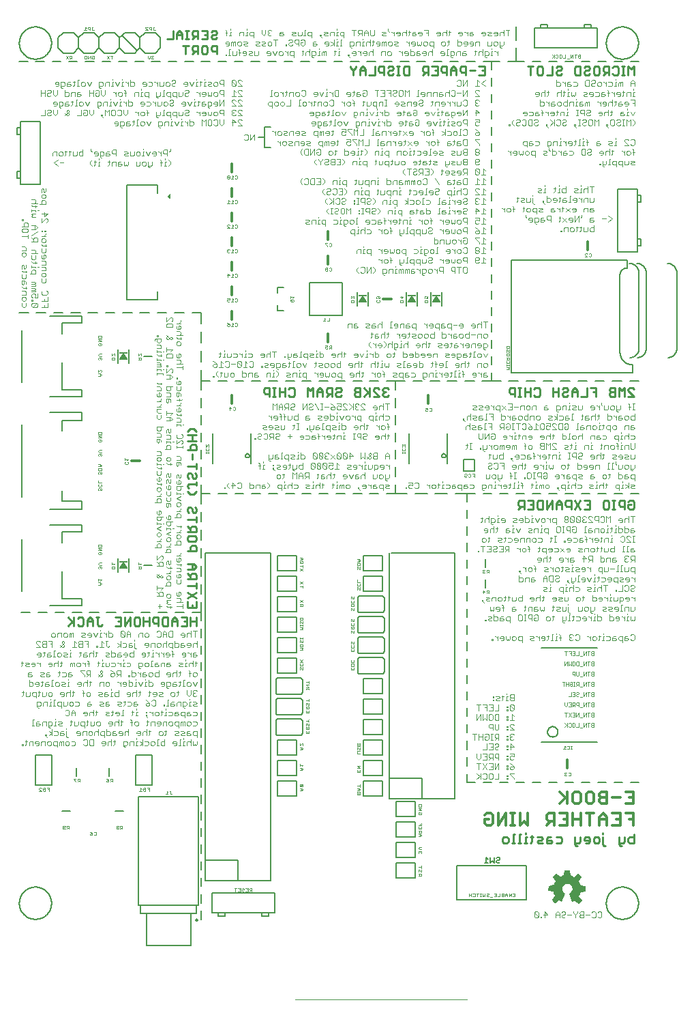
<source format=gbr>
G04 EAGLE Gerber X2 export*
%TF.Part,Single*%
%TF.FileFunction,Legend,Bot,1*%
%TF.FilePolarity,Positive*%
%TF.GenerationSoftware,Autodesk,EAGLE,9.1.0*%
%TF.CreationDate,2019-10-14T18:10:00Z*%
G75*
%MOMM*%
%FSLAX34Y34*%
%LPD*%
%AMOC8*
5,1,8,0,0,1.08239X$1,22.5*%
G01*
%ADD10C,0.152400*%
%ADD11C,0.228600*%
%ADD12C,0.076200*%
%ADD13C,0.330200*%
%ADD14C,0.050800*%
%ADD15C,0.101600*%
%ADD16C,0.127000*%
%ADD17C,0.203200*%
%ADD18C,0.304800*%
%ADD19R,1.000000X0.200000*%
%ADD20C,0.200000*%

G36*
X694860Y22112D02*
X694860Y22112D01*
X694912Y22117D01*
X694934Y22131D01*
X694945Y22133D01*
X694953Y22142D01*
X694982Y22160D01*
X695871Y22922D01*
X695872Y22923D01*
X695874Y22925D01*
X697017Y23941D01*
X697020Y23945D01*
X697028Y23951D01*
X697917Y24840D01*
X697920Y24844D01*
X697927Y24851D01*
X698943Y25994D01*
X698959Y26026D01*
X698973Y26042D01*
X698975Y26058D01*
X698999Y26097D01*
X698999Y26110D01*
X699004Y26121D01*
X698997Y26180D01*
X698996Y26238D01*
X698988Y26253D01*
X698987Y26261D01*
X698979Y26271D01*
X698959Y26311D01*
X695373Y31257D01*
X696179Y32638D01*
X696180Y32644D01*
X696187Y32653D01*
X696695Y33669D01*
X696697Y33681D01*
X696711Y33709D01*
X697092Y34979D01*
X697092Y34980D01*
X697093Y34982D01*
X697556Y36606D01*
X703621Y37596D01*
X703680Y37624D01*
X703740Y37650D01*
X703743Y37654D01*
X703748Y37657D01*
X703783Y37712D01*
X703820Y37766D01*
X703821Y37773D01*
X703823Y37776D01*
X703823Y37785D01*
X703833Y37846D01*
X703833Y43434D01*
X703815Y43497D01*
X703799Y43561D01*
X703796Y43564D01*
X703794Y43569D01*
X703745Y43613D01*
X703698Y43658D01*
X703691Y43660D01*
X703689Y43663D01*
X703680Y43664D01*
X703621Y43684D01*
X697535Y44678D01*
X697216Y45423D01*
X696839Y46803D01*
X696833Y46813D01*
X696825Y46842D01*
X696063Y48493D01*
X696057Y48500D01*
X696050Y48517D01*
X695372Y49648D01*
X698836Y54721D01*
X698856Y54780D01*
X698879Y54839D01*
X698877Y54847D01*
X698880Y54855D01*
X698865Y54916D01*
X698854Y54977D01*
X698847Y54986D01*
X698846Y54992D01*
X698837Y55000D01*
X698806Y55043D01*
X698177Y55673D01*
X697165Y56810D01*
X697161Y56813D01*
X697155Y56821D01*
X695885Y58091D01*
X695876Y58096D01*
X695861Y58112D01*
X694718Y59001D01*
X694671Y59020D01*
X694628Y59046D01*
X694607Y59045D01*
X694588Y59053D01*
X694538Y59044D01*
X694487Y59043D01*
X694461Y59029D01*
X694449Y59027D01*
X694440Y59019D01*
X694414Y59006D01*
X689467Y55419D01*
X687831Y56354D01*
X687820Y56356D01*
X687799Y56369D01*
X686529Y56877D01*
X686524Y56878D01*
X686515Y56882D01*
X684755Y57469D01*
X683764Y63415D01*
X683741Y63462D01*
X683725Y63513D01*
X683711Y63525D01*
X683703Y63542D01*
X683658Y63570D01*
X683618Y63604D01*
X683593Y63611D01*
X683583Y63617D01*
X683571Y63616D01*
X683539Y63625D01*
X682269Y63752D01*
X682261Y63751D01*
X682244Y63753D01*
X679323Y63753D01*
X679316Y63751D01*
X679302Y63752D01*
X677778Y63625D01*
X677728Y63606D01*
X677677Y63595D01*
X677664Y63582D01*
X677646Y63575D01*
X677615Y63533D01*
X677577Y63495D01*
X677569Y63471D01*
X677562Y63462D01*
X677561Y63450D01*
X677550Y63419D01*
X676437Y57361D01*
X675458Y57143D01*
X675447Y57137D01*
X675410Y57127D01*
X673124Y56111D01*
X673118Y56107D01*
X673104Y56101D01*
X672100Y55544D01*
X667023Y59135D01*
X666981Y59149D01*
X666944Y59172D01*
X666916Y59172D01*
X666890Y59181D01*
X666847Y59171D01*
X666803Y59170D01*
X666765Y59152D01*
X666753Y59149D01*
X666747Y59142D01*
X666730Y59134D01*
X665841Y58499D01*
X665836Y58493D01*
X665821Y58484D01*
X664805Y57595D01*
X664802Y57590D01*
X664793Y57583D01*
X663523Y56313D01*
X663519Y56305D01*
X663504Y56292D01*
X662488Y55022D01*
X662468Y54974D01*
X662441Y54930D01*
X662442Y54910D01*
X662434Y54892D01*
X662443Y54841D01*
X662444Y54789D01*
X662456Y54764D01*
X662458Y54753D01*
X662466Y54744D01*
X662480Y54716D01*
X665947Y49888D01*
X665892Y49778D01*
X665007Y48261D01*
X665005Y48252D01*
X664995Y48238D01*
X664360Y46841D01*
X664359Y46831D01*
X664349Y46810D01*
X663886Y45306D01*
X657814Y44191D01*
X657769Y44168D01*
X657720Y44153D01*
X657707Y44137D01*
X657688Y44128D01*
X657662Y44084D01*
X657629Y44046D01*
X657621Y44018D01*
X657615Y44007D01*
X657616Y43996D01*
X657608Y43967D01*
X657481Y42697D01*
X657481Y42696D01*
X657481Y42695D01*
X657354Y41298D01*
X657355Y41290D01*
X657353Y41275D01*
X657353Y38354D01*
X657370Y38293D01*
X657384Y38232D01*
X657390Y38226D01*
X657392Y38219D01*
X657439Y38177D01*
X657484Y38132D01*
X657493Y38129D01*
X657497Y38125D01*
X657508Y38123D01*
X657560Y38105D01*
X663623Y36991D01*
X664091Y35118D01*
X664095Y35112D01*
X664097Y35099D01*
X664605Y33575D01*
X664612Y33564D01*
X664626Y33527D01*
X665434Y32142D01*
X661843Y26941D01*
X661827Y26895D01*
X661804Y26853D01*
X661805Y26830D01*
X661798Y26807D01*
X661809Y26761D01*
X661812Y26713D01*
X661829Y26683D01*
X661832Y26670D01*
X661839Y26663D01*
X661851Y26642D01*
X662740Y25499D01*
X662745Y25495D01*
X662751Y25486D01*
X663767Y24343D01*
X663771Y24340D01*
X663777Y24332D01*
X664666Y23443D01*
X664671Y23440D01*
X664678Y23431D01*
X665694Y22542D01*
X665745Y22519D01*
X665792Y22489D01*
X665808Y22489D01*
X665822Y22483D01*
X665877Y22490D01*
X665933Y22490D01*
X665952Y22499D01*
X665962Y22501D01*
X665972Y22509D01*
X666006Y22526D01*
X670944Y25982D01*
X672325Y25062D01*
X672337Y25058D01*
X672368Y25039D01*
X673892Y24404D01*
X673909Y24402D01*
X673925Y24393D01*
X673978Y24394D01*
X674032Y24388D01*
X674048Y24396D01*
X674065Y24397D01*
X674110Y24426D01*
X674158Y24450D01*
X674168Y24465D01*
X674183Y24475D01*
X674224Y24544D01*
X678161Y34450D01*
X678167Y34514D01*
X678177Y34577D01*
X678174Y34583D01*
X678175Y34591D01*
X678146Y34648D01*
X678121Y34706D01*
X678114Y34712D01*
X678111Y34717D01*
X678102Y34722D01*
X678060Y34759D01*
X676917Y35468D01*
X675962Y36377D01*
X675212Y37462D01*
X674699Y38677D01*
X674445Y39971D01*
X674459Y41289D01*
X674743Y42577D01*
X675283Y43780D01*
X676057Y44847D01*
X677032Y45735D01*
X678168Y46405D01*
X679416Y46829D01*
X680724Y46989D01*
X682077Y46870D01*
X683372Y46463D01*
X684549Y45789D01*
X685555Y44878D01*
X686343Y43773D01*
X686876Y42525D01*
X687129Y41192D01*
X687091Y39835D01*
X686764Y38518D01*
X686162Y37302D01*
X685313Y36243D01*
X684258Y35390D01*
X683020Y34770D01*
X682969Y34723D01*
X682917Y34676D01*
X682917Y34675D01*
X682916Y34675D01*
X682898Y34607D01*
X682880Y34540D01*
X682880Y34539D01*
X682880Y34537D01*
X682894Y34460D01*
X686450Y24300D01*
X686470Y24273D01*
X686480Y24241D01*
X686510Y24217D01*
X686532Y24186D01*
X686563Y24173D01*
X686589Y24151D01*
X686627Y24147D01*
X686662Y24132D01*
X686695Y24138D01*
X686729Y24134D01*
X686795Y24156D01*
X686801Y24157D01*
X686802Y24158D01*
X686806Y24159D01*
X689593Y25613D01*
X694674Y22143D01*
X694725Y22126D01*
X694772Y22103D01*
X694791Y22105D01*
X694808Y22099D01*
X694860Y22112D01*
G37*
G36*
X428791Y769155D02*
X428791Y769155D01*
X428863Y769155D01*
X428931Y769175D01*
X429002Y769185D01*
X429067Y769214D01*
X429136Y769234D01*
X429196Y769272D01*
X429261Y769301D01*
X429316Y769347D01*
X429376Y769385D01*
X429424Y769439D01*
X429478Y769485D01*
X429518Y769544D01*
X429565Y769598D01*
X429596Y769662D01*
X429636Y769721D01*
X429657Y769790D01*
X429688Y769854D01*
X429700Y769924D01*
X429721Y769992D01*
X429723Y770064D01*
X429735Y770135D01*
X429727Y770205D01*
X429729Y770276D01*
X429710Y770346D01*
X429702Y770417D01*
X429677Y770472D01*
X429657Y770551D01*
X429596Y770654D01*
X429565Y770723D01*
X427565Y773723D01*
X427488Y773810D01*
X427415Y773900D01*
X427393Y773915D01*
X427375Y773935D01*
X427278Y773997D01*
X427183Y774064D01*
X427157Y774072D01*
X427135Y774087D01*
X427024Y774119D01*
X426914Y774157D01*
X426887Y774158D01*
X426862Y774165D01*
X426746Y774165D01*
X426630Y774171D01*
X426604Y774165D01*
X426577Y774165D01*
X426466Y774133D01*
X426353Y774107D01*
X426330Y774094D01*
X426304Y774086D01*
X426206Y774024D01*
X426105Y773968D01*
X426089Y773950D01*
X426064Y773935D01*
X425879Y773727D01*
X425875Y773723D01*
X423875Y770723D01*
X423844Y770659D01*
X423805Y770599D01*
X423783Y770531D01*
X423752Y770467D01*
X423740Y770396D01*
X423719Y770328D01*
X423717Y770257D01*
X423705Y770187D01*
X423713Y770115D01*
X423711Y770044D01*
X423729Y769975D01*
X423738Y769904D01*
X423765Y769838D01*
X423783Y769769D01*
X423820Y769708D01*
X423847Y769642D01*
X423892Y769586D01*
X423929Y769524D01*
X423980Y769475D01*
X424025Y769420D01*
X424084Y769379D01*
X424136Y769330D01*
X424199Y769297D01*
X424257Y769256D01*
X424325Y769233D01*
X424389Y769200D01*
X424448Y769190D01*
X424526Y769163D01*
X424645Y769157D01*
X424720Y769145D01*
X428720Y769145D01*
X428791Y769155D01*
G37*
G36*
X489751Y769155D02*
X489751Y769155D01*
X489823Y769155D01*
X489891Y769175D01*
X489962Y769185D01*
X490027Y769214D01*
X490096Y769234D01*
X490156Y769272D01*
X490221Y769301D01*
X490276Y769347D01*
X490336Y769385D01*
X490384Y769439D01*
X490438Y769485D01*
X490478Y769544D01*
X490525Y769598D01*
X490556Y769662D01*
X490596Y769721D01*
X490617Y769790D01*
X490648Y769854D01*
X490660Y769924D01*
X490681Y769992D01*
X490683Y770064D01*
X490695Y770135D01*
X490687Y770205D01*
X490689Y770276D01*
X490670Y770346D01*
X490662Y770417D01*
X490637Y770472D01*
X490617Y770551D01*
X490556Y770654D01*
X490525Y770723D01*
X488525Y773723D01*
X488448Y773810D01*
X488375Y773900D01*
X488353Y773915D01*
X488335Y773935D01*
X488238Y773997D01*
X488143Y774064D01*
X488117Y774072D01*
X488095Y774087D01*
X487984Y774119D01*
X487874Y774157D01*
X487847Y774158D01*
X487822Y774165D01*
X487706Y774165D01*
X487590Y774171D01*
X487564Y774165D01*
X487537Y774165D01*
X487426Y774133D01*
X487313Y774107D01*
X487290Y774094D01*
X487264Y774086D01*
X487166Y774024D01*
X487065Y773968D01*
X487049Y773950D01*
X487024Y773935D01*
X486839Y773727D01*
X486835Y773723D01*
X484835Y770723D01*
X484804Y770659D01*
X484765Y770599D01*
X484743Y770531D01*
X484712Y770467D01*
X484700Y770396D01*
X484679Y770328D01*
X484677Y770257D01*
X484665Y770187D01*
X484673Y770115D01*
X484671Y770044D01*
X484689Y769975D01*
X484698Y769904D01*
X484725Y769838D01*
X484743Y769769D01*
X484780Y769708D01*
X484807Y769642D01*
X484852Y769586D01*
X484889Y769524D01*
X484940Y769475D01*
X484985Y769420D01*
X485044Y769379D01*
X485096Y769330D01*
X485159Y769297D01*
X485217Y769256D01*
X485285Y769233D01*
X485349Y769200D01*
X485408Y769190D01*
X485486Y769163D01*
X485605Y769157D01*
X485680Y769145D01*
X489680Y769145D01*
X489751Y769155D01*
G37*
G36*
X520231Y769155D02*
X520231Y769155D01*
X520303Y769155D01*
X520371Y769175D01*
X520442Y769185D01*
X520507Y769214D01*
X520576Y769234D01*
X520636Y769272D01*
X520701Y769301D01*
X520756Y769347D01*
X520816Y769385D01*
X520864Y769439D01*
X520918Y769485D01*
X520958Y769544D01*
X521005Y769598D01*
X521036Y769662D01*
X521076Y769721D01*
X521097Y769790D01*
X521128Y769854D01*
X521140Y769924D01*
X521161Y769992D01*
X521163Y770064D01*
X521175Y770135D01*
X521167Y770205D01*
X521169Y770276D01*
X521150Y770346D01*
X521142Y770417D01*
X521117Y770472D01*
X521097Y770551D01*
X521036Y770654D01*
X521005Y770723D01*
X519005Y773723D01*
X518928Y773810D01*
X518855Y773900D01*
X518833Y773915D01*
X518815Y773935D01*
X518718Y773997D01*
X518623Y774064D01*
X518597Y774072D01*
X518575Y774087D01*
X518464Y774119D01*
X518354Y774157D01*
X518327Y774158D01*
X518302Y774165D01*
X518186Y774165D01*
X518070Y774171D01*
X518044Y774165D01*
X518017Y774165D01*
X517906Y774133D01*
X517793Y774107D01*
X517770Y774094D01*
X517744Y774086D01*
X517646Y774024D01*
X517545Y773968D01*
X517529Y773950D01*
X517504Y773935D01*
X517319Y773727D01*
X517315Y773723D01*
X515315Y770723D01*
X515284Y770659D01*
X515245Y770599D01*
X515223Y770531D01*
X515192Y770467D01*
X515180Y770396D01*
X515159Y770328D01*
X515157Y770257D01*
X515145Y770187D01*
X515153Y770115D01*
X515151Y770044D01*
X515169Y769975D01*
X515178Y769904D01*
X515205Y769838D01*
X515223Y769769D01*
X515260Y769708D01*
X515287Y769642D01*
X515332Y769586D01*
X515369Y769524D01*
X515420Y769475D01*
X515465Y769420D01*
X515524Y769379D01*
X515576Y769330D01*
X515639Y769297D01*
X515697Y769256D01*
X515765Y769233D01*
X515829Y769200D01*
X515888Y769190D01*
X515966Y769163D01*
X516085Y769157D01*
X516160Y769145D01*
X520160Y769145D01*
X520231Y769155D01*
G37*
G36*
X131611Y698035D02*
X131611Y698035D01*
X131683Y698035D01*
X131751Y698055D01*
X131822Y698065D01*
X131887Y698094D01*
X131956Y698114D01*
X132016Y698152D01*
X132081Y698181D01*
X132136Y698227D01*
X132196Y698265D01*
X132244Y698319D01*
X132298Y698365D01*
X132338Y698424D01*
X132385Y698478D01*
X132416Y698542D01*
X132456Y698601D01*
X132477Y698670D01*
X132508Y698734D01*
X132520Y698804D01*
X132541Y698872D01*
X132543Y698944D01*
X132555Y699015D01*
X132547Y699085D01*
X132549Y699156D01*
X132530Y699226D01*
X132522Y699297D01*
X132497Y699352D01*
X132477Y699431D01*
X132416Y699534D01*
X132385Y699603D01*
X130385Y702603D01*
X130308Y702690D01*
X130235Y702780D01*
X130213Y702795D01*
X130195Y702815D01*
X130098Y702877D01*
X130003Y702944D01*
X129977Y702952D01*
X129955Y702967D01*
X129844Y702999D01*
X129734Y703037D01*
X129707Y703038D01*
X129682Y703045D01*
X129566Y703045D01*
X129450Y703051D01*
X129424Y703045D01*
X129397Y703045D01*
X129286Y703013D01*
X129173Y702987D01*
X129150Y702974D01*
X129124Y702966D01*
X129026Y702904D01*
X128925Y702848D01*
X128909Y702830D01*
X128884Y702815D01*
X128699Y702607D01*
X128695Y702603D01*
X126695Y699603D01*
X126664Y699539D01*
X126625Y699479D01*
X126603Y699411D01*
X126572Y699347D01*
X126560Y699276D01*
X126539Y699208D01*
X126537Y699137D01*
X126525Y699067D01*
X126533Y698995D01*
X126531Y698924D01*
X126549Y698855D01*
X126558Y698784D01*
X126585Y698718D01*
X126603Y698649D01*
X126640Y698588D01*
X126667Y698522D01*
X126712Y698466D01*
X126749Y698404D01*
X126800Y698355D01*
X126845Y698300D01*
X126904Y698259D01*
X126956Y698210D01*
X127019Y698177D01*
X127077Y698136D01*
X127145Y698113D01*
X127209Y698080D01*
X127268Y698070D01*
X127346Y698043D01*
X127465Y698037D01*
X127540Y698025D01*
X131540Y698025D01*
X131611Y698035D01*
G37*
G36*
X131611Y438955D02*
X131611Y438955D01*
X131683Y438955D01*
X131751Y438975D01*
X131822Y438985D01*
X131887Y439014D01*
X131956Y439034D01*
X132016Y439072D01*
X132081Y439101D01*
X132136Y439147D01*
X132196Y439185D01*
X132244Y439239D01*
X132298Y439285D01*
X132338Y439344D01*
X132385Y439398D01*
X132416Y439462D01*
X132456Y439521D01*
X132477Y439590D01*
X132508Y439654D01*
X132520Y439724D01*
X132541Y439792D01*
X132543Y439864D01*
X132555Y439935D01*
X132547Y440005D01*
X132549Y440076D01*
X132530Y440146D01*
X132522Y440217D01*
X132497Y440272D01*
X132477Y440351D01*
X132416Y440454D01*
X132385Y440523D01*
X130385Y443523D01*
X130308Y443610D01*
X130235Y443700D01*
X130213Y443715D01*
X130195Y443735D01*
X130098Y443797D01*
X130003Y443864D01*
X129977Y443872D01*
X129955Y443887D01*
X129844Y443919D01*
X129734Y443957D01*
X129707Y443958D01*
X129682Y443965D01*
X129566Y443965D01*
X129450Y443971D01*
X129424Y443965D01*
X129397Y443965D01*
X129286Y443933D01*
X129173Y443907D01*
X129150Y443894D01*
X129124Y443886D01*
X129026Y443824D01*
X128925Y443768D01*
X128909Y443750D01*
X128884Y443735D01*
X128699Y443527D01*
X128695Y443523D01*
X126695Y440523D01*
X126664Y440459D01*
X126625Y440399D01*
X126603Y440331D01*
X126572Y440267D01*
X126560Y440196D01*
X126539Y440128D01*
X126537Y440057D01*
X126525Y439987D01*
X126533Y439915D01*
X126531Y439844D01*
X126549Y439775D01*
X126558Y439704D01*
X126585Y439638D01*
X126603Y439569D01*
X126640Y439508D01*
X126667Y439442D01*
X126712Y439386D01*
X126749Y439324D01*
X126800Y439275D01*
X126845Y439220D01*
X126904Y439179D01*
X126956Y439130D01*
X127019Y439097D01*
X127077Y439056D01*
X127145Y439033D01*
X127209Y439000D01*
X127268Y438990D01*
X127346Y438963D01*
X127465Y438957D01*
X127540Y438945D01*
X131540Y438945D01*
X131611Y438955D01*
G37*
G36*
X187619Y896371D02*
X187619Y896371D01*
X187693Y896373D01*
X187729Y896388D01*
X187769Y896394D01*
X187833Y896430D01*
X187900Y896458D01*
X187930Y896484D01*
X187965Y896504D01*
X188012Y896560D01*
X188066Y896609D01*
X188084Y896644D01*
X188110Y896675D01*
X188135Y896743D01*
X188169Y896809D01*
X188175Y896854D01*
X188187Y896885D01*
X188187Y896930D01*
X188196Y896994D01*
X188196Y902074D01*
X188184Y902140D01*
X188183Y902199D01*
X188180Y902205D01*
X188179Y902219D01*
X188164Y902256D01*
X188157Y902295D01*
X188119Y902358D01*
X188100Y902403D01*
X188098Y902406D01*
X188098Y902407D01*
X188090Y902425D01*
X188063Y902454D01*
X188042Y902488D01*
X187986Y902534D01*
X187935Y902587D01*
X187899Y902604D01*
X187868Y902629D01*
X187799Y902653D01*
X187733Y902685D01*
X187693Y902689D01*
X187656Y902701D01*
X187583Y902699D01*
X187562Y902702D01*
X187555Y902702D01*
X187553Y902702D01*
X187510Y902706D01*
X187471Y902696D01*
X187431Y902695D01*
X187366Y902668D01*
X187335Y902663D01*
X187325Y902657D01*
X187293Y902648D01*
X187255Y902623D01*
X187224Y902610D01*
X187191Y902581D01*
X187153Y902555D01*
X187141Y902548D01*
X187140Y902547D01*
X187137Y902545D01*
X184327Y900005D01*
X184267Y899927D01*
X184204Y899853D01*
X184199Y899839D01*
X184189Y899827D01*
X184160Y899734D01*
X184127Y899643D01*
X184127Y899627D01*
X184123Y899613D01*
X184128Y899515D01*
X184128Y899418D01*
X184134Y899404D01*
X184135Y899389D01*
X184173Y899299D01*
X184208Y899208D01*
X184217Y899197D01*
X184219Y899193D01*
X184220Y899191D01*
X184224Y899183D01*
X184257Y899148D01*
X184327Y899063D01*
X187137Y896523D01*
X187199Y896485D01*
X187256Y896439D01*
X187293Y896426D01*
X187327Y896405D01*
X187399Y896390D01*
X187468Y896367D01*
X187508Y896368D01*
X187547Y896360D01*
X187619Y896371D01*
G37*
D10*
X226060Y2540D02*
X226060Y13119D01*
X226060Y23119D02*
X226060Y33698D01*
X226060Y43698D02*
X226060Y54277D01*
X226060Y64277D02*
X226060Y74856D01*
X226060Y84856D02*
X226060Y95435D01*
X226060Y105435D02*
X226060Y116014D01*
X226060Y126014D02*
X226060Y136593D01*
X226060Y146593D02*
X226060Y157172D01*
X226060Y167172D02*
X226060Y177751D01*
X226060Y187751D02*
X226060Y198329D01*
X226060Y208329D02*
X226060Y218908D01*
X226060Y228908D02*
X226060Y239487D01*
X226060Y249487D02*
X226060Y260066D01*
X226060Y270066D02*
X226060Y280645D01*
X226060Y290645D02*
X226060Y301224D01*
X226060Y311224D02*
X226060Y321803D01*
X226060Y331803D02*
X226060Y342382D01*
X226060Y352382D02*
X226060Y362961D01*
X226060Y372961D02*
X226060Y383540D01*
X214831Y383540D01*
X204831Y383540D02*
X193602Y383540D01*
X183602Y383540D02*
X172373Y383540D01*
X162373Y383540D02*
X151144Y383540D01*
X141144Y383540D02*
X129915Y383540D01*
X119915Y383540D02*
X108685Y383540D01*
X98685Y383540D02*
X87456Y383540D01*
X77456Y383540D02*
X66227Y383540D01*
X56227Y383540D02*
X44998Y383540D01*
X34998Y383540D02*
X23769Y383540D01*
X13769Y383540D02*
X2540Y383540D01*
D11*
X219837Y377326D02*
X219837Y366903D01*
X219837Y372114D02*
X212888Y372114D01*
X212888Y366903D02*
X212888Y377326D01*
X208143Y377326D02*
X201194Y377326D01*
X208143Y377326D02*
X208143Y366903D01*
X201194Y366903D01*
X204669Y372114D02*
X208143Y372114D01*
X196449Y373852D02*
X196449Y366903D01*
X196449Y373852D02*
X192975Y377326D01*
X189500Y373852D01*
X189500Y366903D01*
X189500Y372114D02*
X196449Y372114D01*
X184755Y377326D02*
X184755Y366903D01*
X179544Y366903D01*
X177807Y368640D01*
X177807Y375589D01*
X179544Y377326D01*
X184755Y377326D01*
X173061Y377326D02*
X173061Y366903D01*
X173061Y377326D02*
X167850Y377326D01*
X166113Y375589D01*
X166113Y372114D01*
X167850Y370377D01*
X173061Y370377D01*
X161367Y366903D02*
X161367Y377326D01*
X161367Y372114D02*
X154419Y372114D01*
X154419Y366903D02*
X154419Y377326D01*
X147936Y377326D02*
X144462Y377326D01*
X147936Y377326D02*
X149673Y375589D01*
X149673Y368640D01*
X147936Y366903D01*
X144462Y366903D01*
X142725Y368640D01*
X142725Y375589D01*
X144462Y377326D01*
X137979Y377326D02*
X137979Y366903D01*
X131031Y366903D02*
X137979Y377326D01*
X131031Y377326D02*
X131031Y366903D01*
X126285Y377326D02*
X119337Y377326D01*
X126285Y377326D02*
X126285Y366903D01*
X119337Y366903D01*
X122811Y372114D02*
X126285Y372114D01*
X102897Y368640D02*
X101160Y366903D01*
X99423Y366903D01*
X97686Y368640D01*
X97686Y377326D01*
X99423Y377326D02*
X95949Y377326D01*
X91203Y373852D02*
X91203Y366903D01*
X91203Y373852D02*
X87729Y377326D01*
X84255Y373852D01*
X84255Y366903D01*
X84255Y372114D02*
X91203Y372114D01*
X74298Y377326D02*
X72561Y375589D01*
X74298Y377326D02*
X77772Y377326D01*
X79509Y375589D01*
X79509Y368640D01*
X77772Y366903D01*
X74298Y366903D01*
X72561Y368640D01*
X67815Y366903D02*
X67815Y377326D01*
X60867Y377326D02*
X67815Y370377D01*
X66078Y372114D02*
X60867Y366903D01*
X219846Y389763D02*
X219846Y396712D01*
X219846Y389763D02*
X209423Y389763D01*
X209423Y396712D01*
X214634Y393237D02*
X214634Y389763D01*
X219846Y401457D02*
X209423Y408406D01*
X209423Y401457D02*
X219846Y408406D01*
X219846Y416625D02*
X209423Y416625D01*
X219846Y413151D02*
X219846Y420100D01*
X219846Y424845D02*
X209423Y424845D01*
X219846Y424845D02*
X219846Y430056D01*
X218109Y431794D01*
X214634Y431794D01*
X212897Y430056D01*
X212897Y424845D01*
X212897Y428319D02*
X209423Y431794D01*
X209423Y436539D02*
X216372Y436539D01*
X219846Y440013D01*
X216372Y443487D01*
X209423Y443487D01*
X214634Y443487D02*
X214634Y436539D01*
X209423Y459927D02*
X219846Y459927D01*
X219846Y465138D01*
X218109Y466875D01*
X214634Y466875D01*
X212897Y465138D01*
X212897Y459927D01*
X219846Y473358D02*
X219846Y476832D01*
X219846Y473358D02*
X218109Y471621D01*
X211160Y471621D01*
X209423Y473358D01*
X209423Y476832D01*
X211160Y478569D01*
X218109Y478569D01*
X219846Y476832D01*
X219846Y483315D02*
X209423Y483315D01*
X219846Y483315D02*
X219846Y488526D01*
X218109Y490263D01*
X214634Y490263D01*
X212897Y488526D01*
X212897Y483315D01*
X212897Y486789D02*
X209423Y490263D01*
X209423Y498483D02*
X219846Y498483D01*
X219846Y495009D02*
X219846Y501957D01*
X219846Y511914D02*
X218109Y513651D01*
X219846Y511914D02*
X219846Y508440D01*
X218109Y506703D01*
X216372Y506703D01*
X214634Y508440D01*
X214634Y511914D01*
X212897Y513651D01*
X211160Y513651D01*
X209423Y511914D01*
X209423Y508440D01*
X211160Y506703D01*
X212897Y530091D02*
X209423Y533565D01*
X212897Y530091D02*
X216372Y530091D01*
X219846Y533565D01*
X211160Y537887D02*
X209423Y539624D01*
X209423Y541361D01*
X211160Y543098D01*
X219846Y543098D01*
X219846Y541361D02*
X219846Y544835D01*
X219846Y554792D02*
X218109Y556529D01*
X219846Y554792D02*
X219846Y551318D01*
X218109Y549581D01*
X216372Y549581D01*
X214634Y551318D01*
X214634Y554792D01*
X212897Y556529D01*
X211160Y556529D01*
X209423Y554792D01*
X209423Y551318D01*
X211160Y549581D01*
X209423Y564749D02*
X219846Y564749D01*
X219846Y561275D02*
X219846Y568223D01*
X214634Y572969D02*
X214634Y579917D01*
X209423Y584662D02*
X219846Y584662D01*
X219846Y589874D01*
X218109Y591611D01*
X214634Y591611D01*
X212897Y589874D01*
X212897Y584662D01*
X209423Y596356D02*
X219846Y596356D01*
X214634Y596356D02*
X214634Y603305D01*
X209423Y603305D02*
X219846Y603305D01*
X212897Y611525D02*
X209423Y608050D01*
X212897Y611525D02*
X216372Y611525D01*
X219846Y608050D01*
D12*
X202825Y391458D02*
X195453Y391458D01*
X202825Y389001D02*
X202825Y393916D01*
X202825Y396485D02*
X195453Y396485D01*
X199139Y396485D02*
X200368Y397714D01*
X200368Y400171D01*
X199139Y401400D01*
X195453Y401400D01*
X195453Y405198D02*
X195453Y407655D01*
X195453Y405198D02*
X196682Y403969D01*
X199139Y403969D01*
X200368Y405198D01*
X200368Y407655D01*
X199139Y408884D01*
X197910Y408884D01*
X197910Y403969D01*
X200368Y420166D02*
X200368Y423852D01*
X200368Y420166D02*
X199139Y418938D01*
X196682Y418938D01*
X195453Y420166D01*
X195453Y423852D01*
X195453Y427650D02*
X195453Y430108D01*
X195453Y427650D02*
X196682Y426422D01*
X199139Y426422D01*
X200368Y427650D01*
X200368Y430108D01*
X199139Y431337D01*
X197910Y431337D01*
X197910Y426422D01*
X195453Y433906D02*
X200368Y433906D01*
X200368Y437592D01*
X199139Y438821D01*
X195453Y438821D01*
X196682Y442619D02*
X201597Y442619D01*
X196682Y442619D02*
X195453Y443848D01*
X200368Y443848D02*
X200368Y441390D01*
X195453Y447608D02*
X195453Y450066D01*
X195453Y447608D02*
X196682Y446380D01*
X199139Y446380D01*
X200368Y447608D01*
X200368Y450066D01*
X199139Y451294D01*
X197910Y451294D01*
X197910Y446380D01*
X195453Y453864D02*
X200368Y453864D01*
X200368Y456321D02*
X197910Y453864D01*
X200368Y456321D02*
X200368Y457550D01*
X200368Y467585D02*
X192996Y467585D01*
X200368Y467585D02*
X200368Y471271D01*
X199139Y472499D01*
X196682Y472499D01*
X195453Y471271D01*
X195453Y467585D01*
X195453Y476297D02*
X195453Y478755D01*
X196682Y479984D01*
X199139Y479984D01*
X200368Y478755D01*
X200368Y476297D01*
X199139Y475069D01*
X196682Y475069D01*
X195453Y476297D01*
X195453Y482553D02*
X200368Y482553D01*
X200368Y485010D02*
X197910Y482553D01*
X200368Y485010D02*
X200368Y486239D01*
X201597Y490018D02*
X196682Y490018D01*
X195453Y491247D01*
X200368Y491247D02*
X200368Y488790D01*
X200368Y501263D02*
X192996Y501263D01*
X200368Y501263D02*
X200368Y504949D01*
X199139Y506178D01*
X196682Y506178D01*
X195453Y504949D01*
X195453Y501263D01*
X195453Y508747D02*
X200368Y508747D01*
X197910Y508747D02*
X200368Y511205D01*
X200368Y512434D01*
X195453Y516213D02*
X195453Y518670D01*
X196682Y519899D01*
X199139Y519899D01*
X200368Y518670D01*
X200368Y516213D01*
X199139Y514984D01*
X196682Y514984D01*
X195453Y516213D01*
X200368Y522468D02*
X195453Y524926D01*
X200368Y527383D01*
X200368Y529953D02*
X200368Y531181D01*
X195453Y531181D01*
X195453Y529953D02*
X195453Y532410D01*
X202825Y531181D02*
X204054Y531181D01*
X202825Y539857D02*
X195453Y539857D01*
X195453Y536171D01*
X196682Y534942D01*
X199139Y534942D01*
X200368Y536171D01*
X200368Y539857D01*
X195453Y543655D02*
X195453Y546112D01*
X195453Y543655D02*
X196682Y542426D01*
X199139Y542426D01*
X200368Y543655D01*
X200368Y546112D01*
X199139Y547341D01*
X197910Y547341D01*
X197910Y542426D01*
X195453Y549910D02*
X195453Y553596D01*
X196682Y554825D01*
X197910Y553596D01*
X197910Y551139D01*
X199139Y549910D01*
X200368Y551139D01*
X200368Y554825D01*
X200368Y566107D02*
X200368Y568565D01*
X199139Y569793D01*
X195453Y569793D01*
X195453Y566107D01*
X196682Y564879D01*
X197910Y566107D01*
X197910Y569793D01*
X195453Y572363D02*
X200368Y572363D01*
X200368Y576049D01*
X199139Y577278D01*
X195453Y577278D01*
X195453Y587331D02*
X195453Y589789D01*
X195453Y588560D02*
X202825Y588560D01*
X202825Y587331D02*
X202825Y589789D01*
X195453Y592321D02*
X195453Y597235D01*
X195453Y592321D02*
X200368Y597235D01*
X201597Y597235D01*
X202825Y596007D01*
X202825Y593549D01*
X201597Y592321D01*
X202825Y603491D02*
X201597Y604720D01*
X202825Y603491D02*
X202825Y601033D01*
X201597Y599805D01*
X196682Y599805D01*
X195453Y601033D01*
X195453Y603491D01*
X196682Y604720D01*
X200368Y614773D02*
X200368Y616002D01*
X195453Y616002D01*
X195453Y617230D02*
X195453Y614773D01*
X202825Y616002D02*
X204054Y616002D01*
X200368Y619762D02*
X195453Y619762D01*
X200368Y619762D02*
X200368Y623449D01*
X199139Y624677D01*
X195453Y624677D01*
X196682Y628475D02*
X201597Y628475D01*
X196682Y628475D02*
X195453Y629704D01*
X200368Y629704D02*
X200368Y627247D01*
X195453Y633465D02*
X195453Y635922D01*
X195453Y633465D02*
X196682Y632236D01*
X199139Y632236D01*
X200368Y633465D01*
X200368Y635922D01*
X199139Y637151D01*
X197910Y637151D01*
X197910Y632236D01*
X195453Y639720D02*
X200368Y639720D01*
X197910Y639720D02*
X200368Y642178D01*
X200368Y643406D01*
X201597Y647186D02*
X195453Y647186D01*
X201597Y647186D02*
X202825Y648414D01*
X199139Y648414D02*
X199139Y645957D01*
X200368Y652175D02*
X200368Y654633D01*
X199139Y655861D01*
X195453Y655861D01*
X195453Y652175D01*
X196682Y650946D01*
X197910Y652175D01*
X197910Y655861D01*
X200368Y659659D02*
X200368Y663345D01*
X200368Y659659D02*
X199139Y658431D01*
X196682Y658431D01*
X195453Y659659D01*
X195453Y663345D01*
X195453Y667143D02*
X195453Y669601D01*
X195453Y667143D02*
X196682Y665915D01*
X199139Y665915D01*
X200368Y667143D01*
X200368Y669601D01*
X199139Y670830D01*
X197910Y670830D01*
X197910Y665915D01*
X196682Y673399D02*
X195453Y673399D01*
X196682Y673399D02*
X196682Y674628D01*
X195453Y674628D01*
X195453Y673399D01*
X195453Y687083D02*
X202825Y687083D01*
X202825Y689540D02*
X202825Y684625D01*
X202825Y692109D02*
X195453Y692109D01*
X199139Y692109D02*
X200368Y693338D01*
X200368Y695795D01*
X199139Y697024D01*
X195453Y697024D01*
X195453Y700822D02*
X195453Y703280D01*
X195453Y700822D02*
X196682Y699593D01*
X199139Y699593D01*
X200368Y700822D01*
X200368Y703280D01*
X199139Y704508D01*
X197910Y704508D01*
X197910Y699593D01*
X195453Y715790D02*
X195453Y718248D01*
X196682Y719477D01*
X199139Y719477D01*
X200368Y718248D01*
X200368Y715790D01*
X199139Y714562D01*
X196682Y714562D01*
X195453Y715790D01*
X196682Y723275D02*
X201597Y723275D01*
X196682Y723275D02*
X195453Y724503D01*
X200368Y724503D02*
X200368Y722046D01*
X202825Y727035D02*
X195453Y727035D01*
X199139Y727035D02*
X200368Y728264D01*
X200368Y730721D01*
X199139Y731950D01*
X195453Y731950D01*
X195453Y735748D02*
X195453Y738206D01*
X195453Y735748D02*
X196682Y734519D01*
X199139Y734519D01*
X200368Y735748D01*
X200368Y738206D01*
X199139Y739434D01*
X197910Y739434D01*
X197910Y734519D01*
X195453Y742004D02*
X200368Y742004D01*
X200368Y744461D02*
X197910Y742004D01*
X200368Y744461D02*
X200368Y745690D01*
X189405Y390230D02*
X184490Y390230D01*
X183261Y391458D01*
X188176Y391458D02*
X188176Y389001D01*
X188176Y393990D02*
X184490Y393990D01*
X183261Y395219D01*
X184490Y396448D01*
X183261Y397677D01*
X184490Y398905D01*
X188176Y398905D01*
X183261Y402703D02*
X183261Y405161D01*
X184490Y406389D01*
X186947Y406389D01*
X188176Y405161D01*
X188176Y402703D01*
X186947Y401475D01*
X184490Y401475D01*
X183261Y402703D01*
X180804Y416443D02*
X188176Y416443D01*
X188176Y420129D01*
X186947Y421358D01*
X184490Y421358D01*
X183261Y420129D01*
X183261Y416443D01*
X183261Y425156D02*
X183261Y427613D01*
X184490Y428842D01*
X186947Y428842D01*
X188176Y427613D01*
X188176Y425156D01*
X186947Y423927D01*
X184490Y423927D01*
X183261Y425156D01*
X183261Y431411D02*
X188176Y431411D01*
X185718Y431411D02*
X188176Y433869D01*
X188176Y435097D01*
X189405Y438877D02*
X184490Y438877D01*
X183261Y440105D01*
X188176Y440105D02*
X188176Y437648D01*
X183261Y442637D02*
X183261Y446324D01*
X184490Y447552D01*
X185718Y446324D01*
X185718Y443866D01*
X186947Y442637D01*
X188176Y443866D01*
X188176Y447552D01*
X188176Y457606D02*
X180804Y457606D01*
X188176Y457606D02*
X188176Y461292D01*
X186947Y462521D01*
X184490Y462521D01*
X183261Y461292D01*
X183261Y457606D01*
X183261Y465090D02*
X188176Y465090D01*
X188176Y467547D02*
X185718Y465090D01*
X188176Y467547D02*
X188176Y468776D01*
X183261Y472555D02*
X183261Y475013D01*
X184490Y476242D01*
X186947Y476242D01*
X188176Y475013D01*
X188176Y472555D01*
X186947Y471327D01*
X184490Y471327D01*
X183261Y472555D01*
X188176Y478811D02*
X183261Y481268D01*
X188176Y483726D01*
X188176Y486295D02*
X188176Y487524D01*
X183261Y487524D01*
X183261Y488752D02*
X183261Y486295D01*
X190633Y487524D02*
X191862Y487524D01*
X190633Y496199D02*
X183261Y496199D01*
X183261Y492513D01*
X184490Y491284D01*
X186947Y491284D01*
X188176Y492513D01*
X188176Y496199D01*
X183261Y499997D02*
X183261Y502455D01*
X183261Y499997D02*
X184490Y498769D01*
X186947Y498769D01*
X188176Y499997D01*
X188176Y502455D01*
X186947Y503683D01*
X185718Y503683D01*
X185718Y498769D01*
X188176Y514966D02*
X188176Y517423D01*
X186947Y518652D01*
X183261Y518652D01*
X183261Y514966D01*
X184490Y513737D01*
X185718Y514966D01*
X185718Y518652D01*
X188176Y522450D02*
X188176Y526136D01*
X188176Y522450D02*
X186947Y521221D01*
X184490Y521221D01*
X183261Y522450D01*
X183261Y526136D01*
X188176Y529934D02*
X188176Y533620D01*
X188176Y529934D02*
X186947Y528705D01*
X184490Y528705D01*
X183261Y529934D01*
X183261Y533620D01*
X183261Y537418D02*
X183261Y539876D01*
X183261Y537418D02*
X184490Y536189D01*
X186947Y536189D01*
X188176Y537418D01*
X188176Y539876D01*
X186947Y541104D01*
X185718Y541104D01*
X185718Y536189D01*
X183261Y543674D02*
X183261Y547360D01*
X184490Y548588D01*
X185718Y547360D01*
X185718Y544902D01*
X186947Y543674D01*
X188176Y544902D01*
X188176Y548588D01*
X183261Y551158D02*
X183261Y554844D01*
X184490Y556073D01*
X185718Y554844D01*
X185718Y552386D01*
X186947Y551158D01*
X188176Y552386D01*
X188176Y556073D01*
X189405Y567355D02*
X184490Y567355D01*
X183261Y568583D01*
X188176Y568583D02*
X188176Y566126D01*
X183261Y572344D02*
X183261Y574802D01*
X184490Y576030D01*
X186947Y576030D01*
X188176Y574802D01*
X188176Y572344D01*
X186947Y571115D01*
X184490Y571115D01*
X183261Y572344D01*
X180804Y586084D02*
X188176Y586084D01*
X188176Y589770D01*
X186947Y590999D01*
X184490Y590999D01*
X183261Y589770D01*
X183261Y586084D01*
X188176Y593568D02*
X188176Y594797D01*
X183261Y594797D01*
X183261Y596025D02*
X183261Y593568D01*
X190633Y594797D02*
X191862Y594797D01*
X188176Y598557D02*
X183261Y598557D01*
X188176Y598557D02*
X188176Y602243D01*
X186947Y603472D01*
X183261Y603472D01*
X183261Y606042D02*
X183261Y609728D01*
X184490Y610956D01*
X185718Y609728D01*
X185718Y607270D01*
X186947Y606042D01*
X188176Y607270D01*
X188176Y610956D01*
X188176Y621010D02*
X183261Y621010D01*
X188176Y621010D02*
X190633Y623467D01*
X188176Y625925D01*
X183261Y625925D01*
X186947Y625925D02*
X186947Y621010D01*
X188176Y628494D02*
X190633Y630951D01*
X183261Y630951D01*
X183261Y628494D02*
X183261Y633409D01*
X188176Y644691D02*
X188176Y647148D01*
X186947Y648377D01*
X183261Y648377D01*
X183261Y644691D01*
X184490Y643462D01*
X185718Y644691D01*
X185718Y648377D01*
X183261Y650946D02*
X188176Y650946D01*
X188176Y654633D01*
X186947Y655861D01*
X183261Y655861D01*
X183261Y663345D02*
X190633Y663345D01*
X183261Y663345D02*
X183261Y659659D01*
X184490Y658431D01*
X186947Y658431D01*
X188176Y659659D01*
X188176Y663345D01*
X188176Y673399D02*
X183261Y673399D01*
X188176Y673399D02*
X190633Y675856D01*
X188176Y678314D01*
X183261Y678314D01*
X186947Y678314D02*
X186947Y673399D01*
X183261Y680883D02*
X183261Y685798D01*
X183261Y680883D02*
X188176Y685798D01*
X189405Y685798D01*
X190633Y684569D01*
X190633Y682112D01*
X189405Y680883D01*
X184490Y688367D02*
X183261Y688367D01*
X184490Y688367D02*
X184490Y689596D01*
X183261Y689596D01*
X183261Y688367D01*
X183261Y699593D02*
X190633Y699593D01*
X183261Y699593D02*
X183261Y703280D01*
X184490Y704508D01*
X189405Y704508D01*
X190633Y703280D01*
X190633Y699593D01*
X188176Y707078D02*
X190633Y709535D01*
X183261Y709535D01*
X183261Y707078D02*
X183261Y711992D01*
X183261Y724503D02*
X185718Y726961D01*
X183261Y724503D02*
X183261Y723275D01*
X184490Y722046D01*
X185718Y722046D01*
X188176Y724503D01*
X189405Y724503D01*
X190633Y723275D01*
X189405Y722046D01*
X188176Y722046D01*
X183261Y726961D01*
X183261Y737014D02*
X190633Y737014D01*
X183261Y737014D02*
X183261Y740700D01*
X184490Y741929D01*
X189405Y741929D01*
X190633Y740700D01*
X190633Y737014D01*
X183261Y744498D02*
X183261Y749413D01*
X183261Y744498D02*
X188176Y749413D01*
X189405Y749413D01*
X190633Y748185D01*
X190633Y745727D01*
X189405Y744498D01*
X174755Y393916D02*
X174755Y389001D01*
X172298Y391458D02*
X177213Y391458D01*
X178441Y403969D02*
X171069Y403969D01*
X178441Y403969D02*
X178441Y407655D01*
X177213Y408884D01*
X174755Y408884D01*
X173526Y407655D01*
X173526Y403969D01*
X173526Y406427D02*
X171069Y408884D01*
X175984Y411453D02*
X178441Y413911D01*
X171069Y413911D01*
X171069Y416368D02*
X171069Y411453D01*
X171069Y428879D02*
X173526Y431337D01*
X171069Y428879D02*
X171069Y427650D01*
X172298Y426422D01*
X173526Y426422D01*
X175984Y428879D01*
X177213Y428879D01*
X178441Y427650D01*
X177213Y426422D01*
X175984Y426422D01*
X171069Y431337D01*
X171069Y441390D02*
X178441Y441390D01*
X178441Y445076D01*
X177213Y446305D01*
X174755Y446305D01*
X173526Y445076D01*
X173526Y441390D01*
X173526Y443848D02*
X171069Y446305D01*
X171069Y448874D02*
X171069Y453789D01*
X171069Y448874D02*
X175984Y453789D01*
X177213Y453789D01*
X178441Y452560D01*
X178441Y450103D01*
X177213Y448874D01*
X175984Y463843D02*
X168612Y463843D01*
X175984Y463843D02*
X175984Y467529D01*
X174755Y468757D01*
X172298Y468757D01*
X171069Y467529D01*
X171069Y463843D01*
X171069Y471327D02*
X175984Y471327D01*
X175984Y473784D02*
X173526Y471327D01*
X175984Y473784D02*
X175984Y475013D01*
X171069Y478792D02*
X171069Y481250D01*
X172298Y482478D01*
X174755Y482478D01*
X175984Y481250D01*
X175984Y478792D01*
X174755Y477564D01*
X172298Y477564D01*
X171069Y478792D01*
X175984Y485048D02*
X171069Y487505D01*
X175984Y489963D01*
X175984Y492532D02*
X175984Y493761D01*
X171069Y493761D01*
X171069Y494989D02*
X171069Y492532D01*
X178441Y493761D02*
X179670Y493761D01*
X178441Y502436D02*
X171069Y502436D01*
X171069Y498750D01*
X172298Y497521D01*
X174755Y497521D01*
X175984Y498750D01*
X175984Y502436D01*
X171069Y506234D02*
X171069Y508692D01*
X171069Y506234D02*
X172298Y505005D01*
X174755Y505005D01*
X175984Y506234D01*
X175984Y508692D01*
X174755Y509920D01*
X173526Y509920D01*
X173526Y505005D01*
X175984Y519974D02*
X168612Y519974D01*
X175984Y519974D02*
X175984Y523660D01*
X174755Y524889D01*
X172298Y524889D01*
X171069Y523660D01*
X171069Y519974D01*
X171069Y527458D02*
X175984Y527458D01*
X175984Y529915D02*
X173526Y527458D01*
X175984Y529915D02*
X175984Y531144D01*
X171069Y534923D02*
X171069Y537381D01*
X172298Y538610D01*
X174755Y538610D01*
X175984Y537381D01*
X175984Y534923D01*
X174755Y533695D01*
X172298Y533695D01*
X171069Y534923D01*
X172298Y542408D02*
X177213Y542408D01*
X172298Y542408D02*
X171069Y543636D01*
X175984Y543636D02*
X175984Y541179D01*
X171069Y547397D02*
X171069Y549854D01*
X171069Y547397D02*
X172298Y546168D01*
X174755Y546168D01*
X175984Y547397D01*
X175984Y549854D01*
X174755Y551083D01*
X173526Y551083D01*
X173526Y546168D01*
X175984Y554881D02*
X175984Y558567D01*
X175984Y554881D02*
X174755Y553652D01*
X172298Y553652D01*
X171069Y554881D01*
X171069Y558567D01*
X172298Y562365D02*
X177213Y562365D01*
X172298Y562365D02*
X171069Y563594D01*
X175984Y563594D02*
X175984Y561137D01*
X175984Y566126D02*
X175984Y567355D01*
X171069Y567355D01*
X171069Y568583D02*
X171069Y566126D01*
X178441Y567355D02*
X179670Y567355D01*
X171069Y572344D02*
X171069Y574802D01*
X172298Y576030D01*
X174755Y576030D01*
X175984Y574802D01*
X175984Y572344D01*
X174755Y571115D01*
X172298Y571115D01*
X171069Y572344D01*
X171069Y578600D02*
X175984Y578600D01*
X175984Y582286D01*
X174755Y583514D01*
X171069Y583514D01*
X175984Y594797D02*
X175984Y597254D01*
X174755Y598483D01*
X171069Y598483D01*
X171069Y594797D01*
X172298Y593568D01*
X173526Y594797D01*
X173526Y598483D01*
X171069Y601052D02*
X175984Y601052D01*
X175984Y604738D01*
X174755Y605967D01*
X171069Y605967D01*
X171069Y613451D02*
X178441Y613451D01*
X171069Y613451D02*
X171069Y609765D01*
X172298Y608536D01*
X174755Y608536D01*
X175984Y609765D01*
X175984Y613451D01*
X175984Y624733D02*
X175984Y628419D01*
X175984Y624733D02*
X174755Y623505D01*
X172298Y623505D01*
X171069Y624733D01*
X171069Y628419D01*
X172298Y630989D02*
X175984Y630989D01*
X172298Y630989D02*
X171069Y632217D01*
X171069Y635904D01*
X175984Y635904D01*
X175984Y638473D02*
X171069Y638473D01*
X173526Y638473D02*
X175984Y640930D01*
X175984Y642159D01*
X175984Y644710D02*
X171069Y644710D01*
X173526Y644710D02*
X175984Y647167D01*
X175984Y648396D01*
X171069Y652175D02*
X171069Y654633D01*
X171069Y652175D02*
X172298Y650946D01*
X174755Y650946D01*
X175984Y652175D01*
X175984Y654633D01*
X174755Y655861D01*
X173526Y655861D01*
X173526Y650946D01*
X171069Y658431D02*
X175984Y658431D01*
X175984Y662117D01*
X174755Y663345D01*
X171069Y663345D01*
X172298Y667143D02*
X177213Y667143D01*
X172298Y667143D02*
X171069Y668372D01*
X175984Y668372D02*
X175984Y665915D01*
X178441Y678388D02*
X178441Y679617D01*
X171069Y679617D01*
X171069Y678388D02*
X171069Y680846D01*
X175984Y683378D02*
X175984Y684606D01*
X171069Y684606D01*
X171069Y683378D02*
X171069Y685835D01*
X178441Y684606D02*
X179670Y684606D01*
X175984Y688367D02*
X171069Y688367D01*
X175984Y688367D02*
X175984Y689596D01*
X174755Y690825D01*
X171069Y690825D01*
X174755Y690825D02*
X175984Y692053D01*
X174755Y693282D01*
X171069Y693282D01*
X175984Y695851D02*
X175984Y697080D01*
X171069Y697080D01*
X171069Y695851D02*
X171069Y698309D01*
X178441Y697080D02*
X179670Y697080D01*
X177213Y702069D02*
X172298Y702069D01*
X171069Y703298D01*
X175984Y703298D02*
X175984Y700841D01*
X175984Y705830D02*
X175984Y707059D01*
X171069Y707059D01*
X171069Y705830D02*
X171069Y708288D01*
X178441Y707059D02*
X179670Y707059D01*
X175984Y710820D02*
X171069Y710820D01*
X175984Y710820D02*
X175984Y714506D01*
X174755Y715735D01*
X171069Y715735D01*
X168612Y720761D02*
X168612Y721990D01*
X169840Y723219D01*
X175984Y723219D01*
X175984Y719533D01*
X174755Y718304D01*
X172298Y718304D01*
X171069Y719533D01*
X171069Y723219D01*
X171069Y725788D02*
X172298Y725788D01*
X172298Y727017D01*
X171069Y727017D01*
X171069Y725788D01*
D10*
X759315Y172720D02*
X769620Y172720D01*
X749315Y172720D02*
X739009Y172720D01*
X729009Y172720D02*
X718704Y172720D01*
X708704Y172720D02*
X698398Y172720D01*
X688398Y172720D02*
X678093Y172720D01*
X668093Y172720D02*
X657787Y172720D01*
X647787Y172720D02*
X637482Y172720D01*
X627482Y172720D02*
X617176Y172720D01*
X607176Y172720D02*
X596871Y172720D01*
X586871Y172720D02*
X576565Y172720D01*
X566565Y172720D02*
X556260Y172720D01*
X556260Y183172D01*
X556260Y193172D02*
X556260Y203624D01*
X556260Y213624D02*
X556260Y224077D01*
X556260Y234077D02*
X556260Y244529D01*
X556260Y254529D02*
X556260Y264981D01*
X556260Y274981D02*
X556260Y285433D01*
X556260Y295433D02*
X556260Y305886D01*
X556260Y315886D02*
X556260Y326338D01*
X556260Y336338D02*
X556260Y346790D01*
X556260Y356790D02*
X556260Y367242D01*
X556260Y377242D02*
X556260Y387694D01*
X556260Y397694D02*
X556260Y408147D01*
X556260Y418147D02*
X556260Y428599D01*
X556260Y438599D02*
X556260Y449051D01*
X556260Y459051D02*
X556260Y469503D01*
X556260Y479503D02*
X556260Y489956D01*
X556260Y499956D02*
X556260Y510408D01*
X556260Y520408D02*
X556260Y530860D01*
X566565Y530860D01*
X576565Y530860D02*
X586871Y530860D01*
X596871Y530860D02*
X607176Y530860D01*
X617176Y530860D02*
X627482Y530860D01*
X637482Y530860D02*
X647787Y530860D01*
X657787Y530860D02*
X668093Y530860D01*
X678093Y530860D02*
X688398Y530860D01*
X698398Y530860D02*
X708704Y530860D01*
X718704Y530860D02*
X729009Y530860D01*
X739009Y530860D02*
X749315Y530860D01*
X759315Y530860D02*
X769620Y530860D01*
D11*
X758186Y522106D02*
X756448Y520369D01*
X758186Y522106D02*
X761660Y522106D01*
X763397Y520369D01*
X763397Y513420D01*
X761660Y511683D01*
X758186Y511683D01*
X756448Y513420D01*
X756448Y516894D01*
X759923Y516894D01*
X751703Y511683D02*
X751703Y522106D01*
X746492Y522106D01*
X744754Y520369D01*
X744754Y516894D01*
X746492Y515157D01*
X751703Y515157D01*
X740009Y511683D02*
X736535Y511683D01*
X738272Y511683D02*
X738272Y522106D01*
X740009Y522106D02*
X736535Y522106D01*
X730476Y522106D02*
X727002Y522106D01*
X730476Y522106D02*
X732213Y520369D01*
X732213Y513420D01*
X730476Y511683D01*
X727002Y511683D01*
X725265Y513420D01*
X725265Y520369D01*
X727002Y522106D01*
X708825Y522106D02*
X701877Y522106D01*
X708825Y522106D02*
X708825Y511683D01*
X701877Y511683D01*
X705351Y516894D02*
X708825Y516894D01*
X697131Y522106D02*
X690183Y511683D01*
X697131Y511683D02*
X690183Y522106D01*
X685437Y522106D02*
X685437Y511683D01*
X685437Y522106D02*
X680226Y522106D01*
X678489Y520369D01*
X678489Y516894D01*
X680226Y515157D01*
X685437Y515157D01*
X673743Y511683D02*
X673743Y518632D01*
X670269Y522106D01*
X666795Y518632D01*
X666795Y511683D01*
X666795Y516894D02*
X673743Y516894D01*
X662049Y511683D02*
X662049Y522106D01*
X655101Y511683D01*
X655101Y522106D01*
X650355Y522106D02*
X650355Y511683D01*
X645144Y511683D01*
X643407Y513420D01*
X643407Y520369D01*
X645144Y522106D01*
X650355Y522106D01*
X638661Y522106D02*
X631713Y522106D01*
X638661Y522106D02*
X638661Y511683D01*
X631713Y511683D01*
X635187Y516894D02*
X638661Y516894D01*
X626967Y511683D02*
X626967Y522106D01*
X621756Y522106D01*
X620019Y520369D01*
X620019Y516894D01*
X621756Y515157D01*
X626967Y515157D01*
X623493Y515157D02*
X620019Y511683D01*
D12*
X761702Y502545D02*
X761702Y495173D01*
X764159Y502545D02*
X759244Y502545D01*
X756675Y502545D02*
X756675Y495173D01*
X756675Y498859D02*
X755446Y500088D01*
X752989Y500088D01*
X751760Y498859D01*
X751760Y495173D01*
X747962Y495173D02*
X745505Y495173D01*
X747962Y495173D02*
X749191Y496402D01*
X749191Y498859D01*
X747962Y500088D01*
X745505Y500088D01*
X744276Y498859D01*
X744276Y497630D01*
X749191Y497630D01*
X734222Y495173D02*
X734222Y502545D01*
X731765Y500088D01*
X729308Y502545D01*
X729308Y495173D01*
X723052Y502545D02*
X721823Y501317D01*
X723052Y502545D02*
X725510Y502545D01*
X726738Y501317D01*
X726738Y496402D01*
X725510Y495173D01*
X723052Y495173D01*
X721823Y496402D01*
X719254Y495173D02*
X719254Y502545D01*
X715568Y502545D01*
X714339Y501317D01*
X714339Y498859D01*
X715568Y497630D01*
X719254Y497630D01*
X711770Y495173D02*
X706855Y495173D01*
X711770Y495173D02*
X706855Y500088D01*
X706855Y501317D01*
X708084Y502545D01*
X710541Y502545D01*
X711770Y501317D01*
X704286Y501317D02*
X703057Y502545D01*
X700600Y502545D01*
X699371Y501317D01*
X699371Y500088D01*
X700600Y498859D01*
X701828Y498859D01*
X700600Y498859D02*
X699371Y497630D01*
X699371Y496402D01*
X700600Y495173D01*
X703057Y495173D01*
X704286Y496402D01*
X696802Y496402D02*
X696802Y501317D01*
X695573Y502545D01*
X693115Y502545D01*
X691887Y501317D01*
X691887Y496402D01*
X693115Y495173D01*
X695573Y495173D01*
X696802Y496402D01*
X691887Y501317D01*
X689317Y501317D02*
X689317Y496402D01*
X689317Y501317D02*
X688089Y502545D01*
X685631Y502545D01*
X684403Y501317D01*
X684403Y496402D01*
X685631Y495173D01*
X688089Y495173D01*
X689317Y496402D01*
X684403Y501317D01*
X681833Y501317D02*
X680605Y502545D01*
X678147Y502545D01*
X676918Y501317D01*
X676918Y500088D01*
X678147Y498859D01*
X676918Y497630D01*
X676918Y496402D01*
X678147Y495173D01*
X680605Y495173D01*
X681833Y496402D01*
X681833Y497630D01*
X680605Y498859D01*
X681833Y500088D01*
X681833Y501317D01*
X680605Y498859D02*
X678147Y498859D01*
X666865Y500088D02*
X666865Y492716D01*
X666865Y500088D02*
X663179Y500088D01*
X661950Y498859D01*
X661950Y496402D01*
X663179Y495173D01*
X666865Y495173D01*
X659381Y495173D02*
X659381Y500088D01*
X659381Y497630D02*
X656923Y500088D01*
X655695Y500088D01*
X651915Y495173D02*
X649458Y495173D01*
X648229Y496402D01*
X648229Y498859D01*
X649458Y500088D01*
X651915Y500088D01*
X653144Y498859D01*
X653144Y496402D01*
X651915Y495173D01*
X645660Y500088D02*
X643202Y495173D01*
X640745Y500088D01*
X638176Y500088D02*
X636947Y500088D01*
X636947Y495173D01*
X638176Y495173D02*
X635718Y495173D01*
X636947Y502545D02*
X636947Y503774D01*
X628271Y502545D02*
X628271Y495173D01*
X631958Y495173D01*
X633186Y496402D01*
X633186Y498859D01*
X631958Y500088D01*
X628271Y500088D01*
X624473Y495173D02*
X622016Y495173D01*
X624473Y495173D02*
X625702Y496402D01*
X625702Y498859D01*
X624473Y500088D01*
X622016Y500088D01*
X620787Y498859D01*
X620787Y497630D01*
X625702Y497630D01*
X618218Y495173D02*
X614532Y495173D01*
X613303Y496402D01*
X614532Y497630D01*
X616989Y497630D01*
X618218Y498859D01*
X616989Y500088D01*
X613303Y500088D01*
X602021Y495173D02*
X599564Y495173D01*
X602021Y495173D02*
X603250Y496402D01*
X603250Y498859D01*
X602021Y500088D01*
X599564Y500088D01*
X598335Y498859D01*
X598335Y497630D01*
X603250Y497630D01*
X595766Y500088D02*
X594537Y500088D01*
X594537Y495173D01*
X595766Y495173D02*
X593308Y495173D01*
X594537Y502545D02*
X594537Y503774D01*
X588319Y492716D02*
X587090Y492716D01*
X585861Y493944D01*
X585861Y500088D01*
X589547Y500088D01*
X590776Y498859D01*
X590776Y496402D01*
X589547Y495173D01*
X585861Y495173D01*
X583292Y495173D02*
X583292Y502545D01*
X582063Y500088D02*
X583292Y498859D01*
X582063Y500088D02*
X579606Y500088D01*
X578377Y498859D01*
X578377Y495173D01*
X574579Y496402D02*
X574579Y501317D01*
X574579Y496402D02*
X573350Y495173D01*
X573350Y500088D02*
X575808Y500088D01*
X760473Y487896D02*
X762930Y487896D01*
X760473Y487896D02*
X759244Y486667D01*
X759244Y482981D01*
X762930Y482981D01*
X764159Y484210D01*
X762930Y485438D01*
X759244Y485438D01*
X751760Y482981D02*
X751760Y490353D01*
X751760Y482981D02*
X755446Y482981D01*
X756675Y484210D01*
X756675Y486667D01*
X755446Y487896D01*
X751760Y487896D01*
X744276Y490353D02*
X744276Y482981D01*
X747962Y482981D01*
X749191Y484210D01*
X749191Y486667D01*
X747962Y487896D01*
X744276Y487896D01*
X741707Y487896D02*
X740478Y487896D01*
X740478Y482981D01*
X741707Y482981D02*
X739249Y482981D01*
X740478Y490353D02*
X740478Y491582D01*
X735488Y489125D02*
X735488Y484210D01*
X734260Y482981D01*
X734260Y487896D02*
X736717Y487896D01*
X731728Y487896D02*
X730499Y487896D01*
X730499Y482981D01*
X731728Y482981D02*
X729270Y482981D01*
X730499Y490353D02*
X730499Y491582D01*
X725510Y482981D02*
X723052Y482981D01*
X721823Y484210D01*
X721823Y486667D01*
X723052Y487896D01*
X725510Y487896D01*
X726738Y486667D01*
X726738Y484210D01*
X725510Y482981D01*
X719254Y482981D02*
X719254Y487896D01*
X715568Y487896D01*
X714339Y486667D01*
X714339Y482981D01*
X710541Y487896D02*
X708084Y487896D01*
X706855Y486667D01*
X706855Y482981D01*
X710541Y482981D01*
X711770Y484210D01*
X710541Y485438D01*
X706855Y485438D01*
X704286Y490353D02*
X703057Y490353D01*
X703057Y482981D01*
X704286Y482981D02*
X701828Y482981D01*
X688126Y490353D02*
X686897Y489125D01*
X688126Y490353D02*
X690583Y490353D01*
X691812Y489125D01*
X691812Y484210D01*
X690583Y482981D01*
X688126Y482981D01*
X686897Y484210D01*
X686897Y486667D01*
X689355Y486667D01*
X684328Y482981D02*
X684328Y490353D01*
X680642Y490353D01*
X679413Y489125D01*
X679413Y486667D01*
X680642Y485438D01*
X684328Y485438D01*
X676844Y482981D02*
X674386Y482981D01*
X675615Y482981D02*
X675615Y490353D01*
X676844Y490353D02*
X674386Y490353D01*
X670626Y490353D02*
X668168Y490353D01*
X670626Y490353D02*
X671854Y489125D01*
X671854Y484210D01*
X670626Y482981D01*
X668168Y482981D01*
X666940Y484210D01*
X666940Y489125D01*
X668168Y490353D01*
X656886Y487896D02*
X656886Y480524D01*
X656886Y487896D02*
X653200Y487896D01*
X651971Y486667D01*
X651971Y484210D01*
X653200Y482981D01*
X656886Y482981D01*
X649402Y487896D02*
X648173Y487896D01*
X648173Y482981D01*
X646945Y482981D02*
X649402Y482981D01*
X648173Y490353D02*
X648173Y491582D01*
X644413Y487896D02*
X644413Y482981D01*
X644413Y487896D02*
X640726Y487896D01*
X639498Y486667D01*
X639498Y482981D01*
X636928Y482981D02*
X633242Y482981D01*
X632014Y484210D01*
X633242Y485438D01*
X635700Y485438D01*
X636928Y486667D01*
X635700Y487896D01*
X632014Y487896D01*
X621960Y487896D02*
X619503Y482981D01*
X617045Y487896D01*
X614476Y487896D02*
X613247Y487896D01*
X613247Y482981D01*
X614476Y482981D02*
X612018Y482981D01*
X613247Y490353D02*
X613247Y491582D01*
X608258Y487896D02*
X605800Y487896D01*
X604572Y486667D01*
X604572Y482981D01*
X608258Y482981D01*
X609486Y484210D01*
X608258Y485438D01*
X604572Y485438D01*
X593289Y484210D02*
X593289Y489125D01*
X593289Y484210D02*
X592061Y482981D01*
X592061Y487896D02*
X594518Y487896D01*
X589529Y490353D02*
X589529Y482981D01*
X589529Y486667D02*
X588300Y487896D01*
X585843Y487896D01*
X584614Y486667D01*
X584614Y482981D01*
X580816Y482981D02*
X578358Y482981D01*
X580816Y482981D02*
X582045Y484210D01*
X582045Y486667D01*
X580816Y487896D01*
X578358Y487896D01*
X577130Y486667D01*
X577130Y485438D01*
X582045Y485438D01*
X761702Y470789D02*
X764159Y470789D01*
X762930Y470789D02*
X762930Y478161D01*
X761702Y478161D02*
X764159Y478161D01*
X759170Y470789D02*
X754255Y470789D01*
X759170Y470789D02*
X754255Y475704D01*
X754255Y476933D01*
X755483Y478161D01*
X757941Y478161D01*
X759170Y476933D01*
X747999Y478161D02*
X746771Y476933D01*
X747999Y478161D02*
X750457Y478161D01*
X751685Y476933D01*
X751685Y472018D01*
X750457Y470789D01*
X747999Y470789D01*
X746771Y472018D01*
X736717Y475704D02*
X735488Y475704D01*
X735488Y470789D01*
X734260Y470789D02*
X736717Y470789D01*
X735488Y478161D02*
X735488Y479390D01*
X731728Y475704D02*
X731728Y470789D01*
X731728Y475704D02*
X728042Y475704D01*
X726813Y474475D01*
X726813Y470789D01*
X723015Y472018D02*
X723015Y476933D01*
X723015Y472018D02*
X721786Y470789D01*
X721786Y475704D02*
X724244Y475704D01*
X718025Y470789D02*
X715568Y470789D01*
X718025Y470789D02*
X719254Y472018D01*
X719254Y474475D01*
X718025Y475704D01*
X715568Y475704D01*
X714339Y474475D01*
X714339Y473246D01*
X719254Y473246D01*
X711770Y470789D02*
X711770Y475704D01*
X709313Y475704D02*
X711770Y473246D01*
X709313Y475704D02*
X708084Y475704D01*
X704304Y476933D02*
X704304Y470789D01*
X704304Y476933D02*
X703076Y478161D01*
X703076Y474475D02*
X705533Y474475D01*
X699315Y475704D02*
X696858Y475704D01*
X695629Y474475D01*
X695629Y470789D01*
X699315Y470789D01*
X700544Y472018D01*
X699315Y473246D01*
X695629Y473246D01*
X691831Y475704D02*
X688145Y475704D01*
X691831Y475704D02*
X693060Y474475D01*
X693060Y472018D01*
X691831Y470789D01*
X688145Y470789D01*
X684347Y470789D02*
X681889Y470789D01*
X684347Y470789D02*
X685575Y472018D01*
X685575Y474475D01*
X684347Y475704D01*
X681889Y475704D01*
X680661Y474475D01*
X680661Y473246D01*
X685575Y473246D01*
X678091Y472018D02*
X678091Y470789D01*
X678091Y472018D02*
X676863Y472018D01*
X676863Y470789D01*
X678091Y470789D01*
X666865Y470789D02*
X664408Y470789D01*
X665636Y470789D02*
X665636Y478161D01*
X664408Y478161D02*
X666865Y478161D01*
X660647Y476933D02*
X660647Y472018D01*
X659418Y470789D01*
X659418Y475704D02*
X661876Y475704D01*
X648173Y475704D02*
X644487Y475704D01*
X648173Y475704D02*
X649402Y474475D01*
X649402Y472018D01*
X648173Y470789D01*
X644487Y470789D01*
X640689Y470789D02*
X638232Y470789D01*
X637003Y472018D01*
X637003Y474475D01*
X638232Y475704D01*
X640689Y475704D01*
X641918Y474475D01*
X641918Y472018D01*
X640689Y470789D01*
X634434Y470789D02*
X634434Y475704D01*
X630748Y475704D01*
X629519Y474475D01*
X629519Y470789D01*
X626950Y470789D02*
X626950Y475704D01*
X623263Y475704D01*
X622035Y474475D01*
X622035Y470789D01*
X618237Y470789D02*
X615779Y470789D01*
X618237Y470789D02*
X619465Y472018D01*
X619465Y474475D01*
X618237Y475704D01*
X615779Y475704D01*
X614551Y474475D01*
X614551Y473246D01*
X619465Y473246D01*
X610753Y475704D02*
X607066Y475704D01*
X610753Y475704D02*
X611981Y474475D01*
X611981Y472018D01*
X610753Y470789D01*
X607066Y470789D01*
X603268Y472018D02*
X603268Y476933D01*
X603268Y472018D02*
X602040Y470789D01*
X602040Y475704D02*
X604497Y475704D01*
X599508Y470789D02*
X595821Y470789D01*
X594593Y472018D01*
X595821Y473246D01*
X598279Y473246D01*
X599508Y474475D01*
X598279Y475704D01*
X594593Y475704D01*
X583311Y476933D02*
X583311Y472018D01*
X582082Y470789D01*
X582082Y475704D02*
X584539Y475704D01*
X578321Y470789D02*
X575864Y470789D01*
X574635Y472018D01*
X574635Y474475D01*
X575864Y475704D01*
X578321Y475704D01*
X579550Y474475D01*
X579550Y472018D01*
X578321Y470789D01*
X760473Y463512D02*
X762930Y463512D01*
X760473Y463512D02*
X759244Y462283D01*
X759244Y458597D01*
X762930Y458597D01*
X764159Y459826D01*
X762930Y461054D01*
X759244Y461054D01*
X756675Y465969D02*
X755446Y465969D01*
X755446Y458597D01*
X756675Y458597D02*
X754217Y458597D01*
X751685Y465969D02*
X750457Y465969D01*
X750457Y458597D01*
X751685Y458597D02*
X749228Y458597D01*
X739212Y458597D02*
X739212Y465969D01*
X739212Y458597D02*
X735526Y458597D01*
X734297Y459826D01*
X734297Y462283D01*
X735526Y463512D01*
X739212Y463512D01*
X731728Y463512D02*
X731728Y459826D01*
X730499Y458597D01*
X726813Y458597D01*
X726813Y463512D01*
X723015Y464741D02*
X723015Y459826D01*
X721786Y458597D01*
X721786Y463512D02*
X724244Y463512D01*
X718025Y464741D02*
X718025Y459826D01*
X716797Y458597D01*
X716797Y463512D02*
X719254Y463512D01*
X713036Y458597D02*
X710579Y458597D01*
X709350Y459826D01*
X709350Y462283D01*
X710579Y463512D01*
X713036Y463512D01*
X714265Y462283D01*
X714265Y459826D01*
X713036Y458597D01*
X706780Y458597D02*
X706780Y463512D01*
X703094Y463512D01*
X701866Y462283D01*
X701866Y458597D01*
X699296Y458597D02*
X695610Y458597D01*
X694381Y459826D01*
X695610Y461054D01*
X698068Y461054D01*
X699296Y462283D01*
X698068Y463512D01*
X694381Y463512D01*
X683099Y458597D02*
X680642Y458597D01*
X683099Y458597D02*
X684328Y459826D01*
X684328Y462283D01*
X683099Y463512D01*
X680642Y463512D01*
X679413Y462283D01*
X679413Y461054D01*
X684328Y461054D01*
X676844Y463512D02*
X671929Y458597D01*
X676844Y458597D02*
X671929Y463512D01*
X668131Y463512D02*
X664445Y463512D01*
X668131Y463512D02*
X669360Y462283D01*
X669360Y459826D01*
X668131Y458597D01*
X664445Y458597D01*
X660647Y458597D02*
X658189Y458597D01*
X660647Y458597D02*
X661876Y459826D01*
X661876Y462283D01*
X660647Y463512D01*
X658189Y463512D01*
X656961Y462283D01*
X656961Y461054D01*
X661876Y461054D01*
X654391Y463512D02*
X654391Y456140D01*
X654391Y463512D02*
X650705Y463512D01*
X649477Y462283D01*
X649477Y459826D01*
X650705Y458597D01*
X654391Y458597D01*
X645679Y459826D02*
X645679Y464741D01*
X645679Y459826D02*
X644450Y458597D01*
X644450Y463512D02*
X646907Y463512D01*
X633205Y464741D02*
X633205Y458597D01*
X633205Y464741D02*
X631976Y465969D01*
X631976Y462283D02*
X634434Y462283D01*
X628216Y458597D02*
X625758Y458597D01*
X624529Y459826D01*
X624529Y462283D01*
X625758Y463512D01*
X628216Y463512D01*
X629444Y462283D01*
X629444Y459826D01*
X628216Y458597D01*
X621960Y458597D02*
X621960Y463512D01*
X619503Y463512D02*
X621960Y461054D01*
X619503Y463512D02*
X618274Y463512D01*
X608239Y465969D02*
X608239Y458597D01*
X608239Y465969D02*
X604553Y465969D01*
X603324Y464741D01*
X603324Y462283D01*
X604553Y461054D01*
X608239Y461054D01*
X605782Y461054D02*
X603324Y458597D01*
X600755Y465969D02*
X595840Y465969D01*
X600755Y465969D02*
X600755Y458597D01*
X595840Y458597D01*
X598298Y462283D02*
X600755Y462283D01*
X589585Y465969D02*
X588356Y464741D01*
X589585Y465969D02*
X592042Y465969D01*
X593271Y464741D01*
X593271Y463512D01*
X592042Y462283D01*
X589585Y462283D01*
X588356Y461054D01*
X588356Y459826D01*
X589585Y458597D01*
X592042Y458597D01*
X593271Y459826D01*
X585787Y465969D02*
X580872Y465969D01*
X585787Y465969D02*
X585787Y458597D01*
X580872Y458597D01*
X583329Y462283D02*
X585787Y462283D01*
X575845Y458597D02*
X575845Y465969D01*
X578302Y465969D02*
X573388Y465969D01*
X570818Y459826D02*
X570818Y458597D01*
X570818Y459826D02*
X569590Y459826D01*
X569590Y458597D01*
X570818Y458597D01*
X764159Y453777D02*
X764159Y446405D01*
X764159Y453777D02*
X760473Y453777D01*
X759244Y452549D01*
X759244Y450091D01*
X760473Y448862D01*
X764159Y448862D01*
X761702Y448862D02*
X759244Y446405D01*
X756675Y452549D02*
X755446Y453777D01*
X752989Y453777D01*
X751760Y452549D01*
X751760Y451320D01*
X752989Y450091D01*
X754217Y450091D01*
X752989Y450091D02*
X751760Y448862D01*
X751760Y447634D01*
X752989Y446405D01*
X755446Y446405D01*
X756675Y447634D01*
X740478Y451320D02*
X738020Y451320D01*
X736792Y450091D01*
X736792Y446405D01*
X740478Y446405D01*
X741707Y447634D01*
X740478Y448862D01*
X736792Y448862D01*
X734222Y446405D02*
X734222Y451320D01*
X730536Y451320D01*
X729308Y450091D01*
X729308Y446405D01*
X721823Y446405D02*
X721823Y453777D01*
X721823Y446405D02*
X725510Y446405D01*
X726738Y447634D01*
X726738Y450091D01*
X725510Y451320D01*
X721823Y451320D01*
X711770Y453777D02*
X711770Y446405D01*
X711770Y453777D02*
X708084Y453777D01*
X706855Y452549D01*
X706855Y450091D01*
X708084Y448862D01*
X711770Y448862D01*
X709313Y448862D02*
X706855Y446405D01*
X700600Y446405D02*
X700600Y453777D01*
X704286Y450091D01*
X699371Y450091D01*
X688089Y451320D02*
X685631Y451320D01*
X684403Y450091D01*
X684403Y446405D01*
X688089Y446405D01*
X689317Y447634D01*
X688089Y448862D01*
X684403Y448862D01*
X681833Y446405D02*
X681833Y451320D01*
X679376Y451320D02*
X681833Y448862D01*
X679376Y451320D02*
X678147Y451320D01*
X674368Y446405D02*
X671910Y446405D01*
X674368Y446405D02*
X675597Y447634D01*
X675597Y450091D01*
X674368Y451320D01*
X671910Y451320D01*
X670682Y450091D01*
X670682Y448862D01*
X675597Y448862D01*
X659400Y447634D02*
X659400Y452549D01*
X659400Y447634D02*
X658171Y446405D01*
X658171Y451320D02*
X660628Y451320D01*
X655639Y453777D02*
X655639Y446405D01*
X655639Y450091D02*
X654410Y451320D01*
X651953Y451320D01*
X650724Y450091D01*
X650724Y446405D01*
X646926Y446405D02*
X644468Y446405D01*
X646926Y446405D02*
X648155Y447634D01*
X648155Y450091D01*
X646926Y451320D01*
X644468Y451320D01*
X643240Y450091D01*
X643240Y448862D01*
X648155Y448862D01*
X764159Y439128D02*
X764159Y431756D01*
X764159Y439128D02*
X760473Y439128D01*
X759244Y437899D01*
X759244Y435442D01*
X760473Y434213D01*
X764159Y434213D01*
X756675Y435442D02*
X756675Y439128D01*
X756675Y435442D02*
X755446Y434213D01*
X751760Y434213D01*
X751760Y439128D01*
X749191Y441585D02*
X747962Y441585D01*
X747962Y434213D01*
X749191Y434213D02*
X746733Y434213D01*
X744201Y441585D02*
X742973Y441585D01*
X742973Y434213D01*
X744201Y434213D02*
X741744Y434213D01*
X739212Y437899D02*
X734297Y437899D01*
X731728Y439128D02*
X731728Y435442D01*
X730499Y434213D01*
X726813Y434213D01*
X726813Y439128D01*
X724244Y439128D02*
X724244Y431756D01*
X724244Y439128D02*
X720557Y439128D01*
X719329Y437899D01*
X719329Y435442D01*
X720557Y434213D01*
X724244Y434213D01*
X709275Y434213D02*
X709275Y439128D01*
X706818Y439128D02*
X709275Y436670D01*
X706818Y439128D02*
X705589Y439128D01*
X701810Y434213D02*
X699352Y434213D01*
X701810Y434213D02*
X703038Y435442D01*
X703038Y437899D01*
X701810Y439128D01*
X699352Y439128D01*
X698124Y437899D01*
X698124Y436670D01*
X703038Y436670D01*
X695554Y434213D02*
X691868Y434213D01*
X690639Y435442D01*
X691868Y436670D01*
X694326Y436670D01*
X695554Y437899D01*
X694326Y439128D01*
X690639Y439128D01*
X688070Y439128D02*
X686841Y439128D01*
X686841Y434213D01*
X685613Y434213D02*
X688070Y434213D01*
X686841Y441585D02*
X686841Y442814D01*
X683081Y434213D02*
X679395Y434213D01*
X678166Y435442D01*
X679395Y436670D01*
X681852Y436670D01*
X683081Y437899D01*
X681852Y439128D01*
X678166Y439128D01*
X674368Y440357D02*
X674368Y435442D01*
X673139Y434213D01*
X673139Y439128D02*
X675597Y439128D01*
X669378Y434213D02*
X666921Y434213D01*
X665692Y435442D01*
X665692Y437899D01*
X666921Y439128D01*
X669378Y439128D01*
X670607Y437899D01*
X670607Y435442D01*
X669378Y434213D01*
X663123Y434213D02*
X663123Y439128D01*
X660666Y439128D02*
X663123Y436670D01*
X660666Y439128D02*
X659437Y439128D01*
X656886Y434213D02*
X653200Y434213D01*
X651971Y435442D01*
X653200Y436670D01*
X655657Y436670D01*
X656886Y437899D01*
X655657Y439128D01*
X651971Y439128D01*
X640689Y440357D02*
X640689Y434213D01*
X640689Y440357D02*
X639460Y441585D01*
X639460Y437899D02*
X641918Y437899D01*
X635700Y434213D02*
X633242Y434213D01*
X632014Y435442D01*
X632014Y437899D01*
X633242Y439128D01*
X635700Y439128D01*
X636928Y437899D01*
X636928Y435442D01*
X635700Y434213D01*
X629444Y434213D02*
X629444Y439128D01*
X626987Y439128D02*
X629444Y436670D01*
X626987Y439128D02*
X625758Y439128D01*
X620750Y434213D02*
X623207Y431756D01*
X620750Y434213D02*
X620750Y435442D01*
X621979Y435442D01*
X621979Y434213D01*
X620750Y434213D01*
X764159Y426936D02*
X764159Y422021D01*
X764159Y424478D02*
X761702Y426936D01*
X760473Y426936D01*
X756694Y422021D02*
X754236Y422021D01*
X756694Y422021D02*
X757922Y423250D01*
X757922Y425707D01*
X756694Y426936D01*
X754236Y426936D01*
X753007Y425707D01*
X753007Y424478D01*
X757922Y424478D01*
X750438Y422021D02*
X746752Y422021D01*
X745523Y423250D01*
X746752Y424478D01*
X749209Y424478D01*
X750438Y425707D01*
X749209Y426936D01*
X745523Y426936D01*
X742954Y426936D02*
X742954Y419564D01*
X742954Y426936D02*
X739268Y426936D01*
X738039Y425707D01*
X738039Y423250D01*
X739268Y422021D01*
X742954Y422021D01*
X734241Y422021D02*
X731784Y422021D01*
X734241Y422021D02*
X735470Y423250D01*
X735470Y425707D01*
X734241Y426936D01*
X731784Y426936D01*
X730555Y425707D01*
X730555Y424478D01*
X735470Y424478D01*
X726757Y426936D02*
X723071Y426936D01*
X726757Y426936D02*
X727986Y425707D01*
X727986Y423250D01*
X726757Y422021D01*
X723071Y422021D01*
X719273Y423250D02*
X719273Y428165D01*
X719273Y423250D02*
X718044Y422021D01*
X718044Y426936D02*
X720501Y426936D01*
X715512Y426936D02*
X714283Y426936D01*
X714283Y422021D01*
X713055Y422021D02*
X715512Y422021D01*
X714283Y429393D02*
X714283Y430622D01*
X710523Y426936D02*
X708065Y422021D01*
X705608Y426936D01*
X701810Y422021D02*
X699352Y422021D01*
X701810Y422021D02*
X703038Y423250D01*
X703038Y425707D01*
X701810Y426936D01*
X699352Y426936D01*
X698124Y425707D01*
X698124Y424478D01*
X703038Y424478D01*
X695554Y429393D02*
X694326Y429393D01*
X694326Y422021D01*
X695554Y422021D02*
X693097Y422021D01*
X690565Y423250D02*
X690565Y426936D01*
X690565Y423250D02*
X689336Y422021D01*
X685650Y422021D01*
X685650Y420792D02*
X685650Y426936D01*
X685650Y420792D02*
X686879Y419564D01*
X688107Y419564D01*
X683081Y419564D02*
X680623Y422021D01*
X680623Y423250D01*
X681852Y423250D01*
X681852Y422021D01*
X680623Y422021D01*
X666921Y429393D02*
X665692Y428165D01*
X666921Y429393D02*
X669378Y429393D01*
X670607Y428165D01*
X670607Y426936D01*
X669378Y425707D01*
X666921Y425707D01*
X665692Y424478D01*
X665692Y423250D01*
X666921Y422021D01*
X669378Y422021D01*
X670607Y423250D01*
X663123Y422021D02*
X663123Y429393D01*
X663123Y422021D02*
X659437Y422021D01*
X658208Y423250D01*
X658208Y428165D01*
X659437Y429393D01*
X663123Y429393D01*
X655639Y426936D02*
X655639Y422021D01*
X655639Y426936D02*
X653181Y429393D01*
X650724Y426936D01*
X650724Y422021D01*
X650724Y425707D02*
X655639Y425707D01*
X639442Y426936D02*
X636984Y426936D01*
X635756Y425707D01*
X635756Y422021D01*
X639442Y422021D01*
X640670Y423250D01*
X639442Y424478D01*
X635756Y424478D01*
X633186Y422021D02*
X633186Y426936D01*
X629500Y426936D01*
X628271Y425707D01*
X628271Y422021D01*
X620787Y422021D02*
X620787Y429393D01*
X620787Y422021D02*
X624473Y422021D01*
X625702Y423250D01*
X625702Y425707D01*
X624473Y426936D01*
X620787Y426936D01*
X759244Y415973D02*
X760473Y417201D01*
X762930Y417201D01*
X764159Y415973D01*
X764159Y414744D01*
X762930Y413515D01*
X760473Y413515D01*
X759244Y412286D01*
X759244Y411058D01*
X760473Y409829D01*
X762930Y409829D01*
X764159Y411058D01*
X752989Y417201D02*
X751760Y415973D01*
X752989Y417201D02*
X755446Y417201D01*
X756675Y415973D01*
X756675Y411058D01*
X755446Y409829D01*
X752989Y409829D01*
X751760Y411058D01*
X749191Y409829D02*
X749191Y417201D01*
X749191Y409829D02*
X744276Y409829D01*
X741707Y409829D02*
X741707Y411058D01*
X740478Y411058D01*
X740478Y409829D01*
X741707Y409829D01*
X728023Y409829D02*
X728023Y417201D01*
X730480Y417201D02*
X725565Y417201D01*
X722996Y417201D02*
X722996Y409829D01*
X722996Y413515D02*
X721767Y414744D01*
X719310Y414744D01*
X718081Y413515D01*
X718081Y409829D01*
X715512Y414744D02*
X714283Y414744D01*
X714283Y409829D01*
X713055Y409829D02*
X715512Y409829D01*
X714283Y417201D02*
X714283Y418430D01*
X710523Y409829D02*
X706836Y409829D01*
X705608Y411058D01*
X706836Y412286D01*
X709294Y412286D01*
X710523Y413515D01*
X709294Y414744D01*
X705608Y414744D01*
X694326Y414744D02*
X690639Y414744D01*
X694326Y414744D02*
X695554Y413515D01*
X695554Y411058D01*
X694326Y409829D01*
X690639Y409829D01*
X688070Y409829D02*
X688070Y417201D01*
X686841Y414744D02*
X688070Y413515D01*
X686841Y414744D02*
X684384Y414744D01*
X683155Y413515D01*
X683155Y409829D01*
X680586Y414744D02*
X679357Y414744D01*
X679357Y409829D01*
X678129Y409829D02*
X680586Y409829D01*
X679357Y417201D02*
X679357Y418430D01*
X675597Y414744D02*
X675597Y407372D01*
X675597Y414744D02*
X671910Y414744D01*
X670682Y413515D01*
X670682Y411058D01*
X671910Y409829D01*
X675597Y409829D01*
X660628Y414744D02*
X659400Y414744D01*
X659400Y409829D01*
X660628Y409829D02*
X658171Y409829D01*
X659400Y417201D02*
X659400Y418430D01*
X655639Y409829D02*
X651953Y409829D01*
X650724Y411058D01*
X651953Y412286D01*
X654410Y412286D01*
X655639Y413515D01*
X654410Y414744D01*
X650724Y414744D01*
X764159Y402552D02*
X764159Y397637D01*
X764159Y400094D02*
X761702Y402552D01*
X760473Y402552D01*
X756694Y397637D02*
X754236Y397637D01*
X756694Y397637D02*
X757922Y398866D01*
X757922Y401323D01*
X756694Y402552D01*
X754236Y402552D01*
X753007Y401323D01*
X753007Y400094D01*
X757922Y400094D01*
X745523Y402552D02*
X745523Y395180D01*
X745523Y402552D02*
X749209Y402552D01*
X750438Y401323D01*
X750438Y398866D01*
X749209Y397637D01*
X745523Y397637D01*
X742954Y398866D02*
X742954Y402552D01*
X742954Y398866D02*
X741725Y397637D01*
X738039Y397637D01*
X738039Y402552D01*
X735470Y402552D02*
X734241Y402552D01*
X734241Y397637D01*
X735470Y397637D02*
X733012Y397637D01*
X734241Y405009D02*
X734241Y406238D01*
X730480Y402552D02*
X730480Y397637D01*
X730480Y400094D02*
X728023Y402552D01*
X726794Y402552D01*
X723015Y397637D02*
X720557Y397637D01*
X723015Y397637D02*
X724244Y398866D01*
X724244Y401323D01*
X723015Y402552D01*
X720557Y402552D01*
X719329Y401323D01*
X719329Y400094D01*
X724244Y400094D01*
X711845Y397637D02*
X711845Y405009D01*
X711845Y397637D02*
X715531Y397637D01*
X716759Y398866D01*
X716759Y401323D01*
X715531Y402552D01*
X711845Y402552D01*
X700562Y403781D02*
X700562Y398866D01*
X699334Y397637D01*
X699334Y402552D02*
X701791Y402552D01*
X695573Y397637D02*
X693116Y397637D01*
X691887Y398866D01*
X691887Y401323D01*
X693116Y402552D01*
X695573Y402552D01*
X696802Y401323D01*
X696802Y398866D01*
X695573Y397637D01*
X681833Y398866D02*
X681833Y402552D01*
X681833Y398866D02*
X680605Y397637D01*
X676918Y397637D01*
X676918Y402552D01*
X674349Y397637D02*
X670663Y397637D01*
X669434Y398866D01*
X670663Y400094D01*
X673120Y400094D01*
X674349Y401323D01*
X673120Y402552D01*
X669434Y402552D01*
X665636Y397637D02*
X663179Y397637D01*
X665636Y397637D02*
X666865Y398866D01*
X666865Y401323D01*
X665636Y402552D01*
X663179Y402552D01*
X661950Y401323D01*
X661950Y400094D01*
X666865Y400094D01*
X650668Y398866D02*
X650668Y403781D01*
X650668Y398866D02*
X649439Y397637D01*
X649439Y402552D02*
X651897Y402552D01*
X646907Y405009D02*
X646907Y397637D01*
X646907Y401323D02*
X645679Y402552D01*
X643221Y402552D01*
X641992Y401323D01*
X641992Y397637D01*
X638194Y397637D02*
X635737Y397637D01*
X638194Y397637D02*
X639423Y398866D01*
X639423Y401323D01*
X638194Y402552D01*
X635737Y402552D01*
X634508Y401323D01*
X634508Y400094D01*
X639423Y400094D01*
X624455Y397637D02*
X624455Y405009D01*
X624455Y397637D02*
X620769Y397637D01*
X619540Y398866D01*
X619540Y401323D01*
X620769Y402552D01*
X624455Y402552D01*
X616971Y402552D02*
X616971Y398866D01*
X615742Y397637D01*
X612056Y397637D01*
X612056Y402552D01*
X608258Y403781D02*
X608258Y398866D01*
X607029Y397637D01*
X607029Y402552D02*
X609486Y402552D01*
X603268Y403781D02*
X603268Y398866D01*
X602040Y397637D01*
X602040Y402552D02*
X604497Y402552D01*
X598279Y397637D02*
X595821Y397637D01*
X594593Y398866D01*
X594593Y401323D01*
X595821Y402552D01*
X598279Y402552D01*
X599508Y401323D01*
X599508Y398866D01*
X598279Y397637D01*
X592023Y397637D02*
X592023Y402552D01*
X588337Y402552D01*
X587109Y401323D01*
X587109Y397637D01*
X584539Y397637D02*
X580853Y397637D01*
X579624Y398866D01*
X580853Y400094D01*
X583311Y400094D01*
X584539Y401323D01*
X583311Y402552D01*
X579624Y402552D01*
X574598Y397637D02*
X577055Y395180D01*
X574598Y397637D02*
X574598Y398866D01*
X575826Y398866D01*
X575826Y397637D01*
X574598Y397637D01*
X764159Y390360D02*
X764159Y386674D01*
X762930Y385445D01*
X759244Y385445D01*
X759244Y390360D01*
X756675Y390360D02*
X756675Y385445D01*
X756675Y390360D02*
X752989Y390360D01*
X751760Y389131D01*
X751760Y385445D01*
X749191Y392817D02*
X747962Y392817D01*
X747962Y385445D01*
X749191Y385445D02*
X746733Y385445D01*
X742973Y385445D02*
X740515Y385445D01*
X742973Y385445D02*
X744201Y386674D01*
X744201Y389131D01*
X742973Y390360D01*
X740515Y390360D01*
X739286Y389131D01*
X739286Y387902D01*
X744201Y387902D01*
X736717Y385445D02*
X733031Y385445D01*
X731802Y386674D01*
X733031Y387902D01*
X735488Y387902D01*
X736717Y389131D01*
X735488Y390360D01*
X731802Y390360D01*
X729233Y385445D02*
X725547Y385445D01*
X724318Y386674D01*
X725547Y387902D01*
X728004Y387902D01*
X729233Y389131D01*
X728004Y390360D01*
X724318Y390360D01*
X714265Y390360D02*
X714265Y386674D01*
X713036Y385445D01*
X709350Y385445D01*
X709350Y384216D02*
X709350Y390360D01*
X709350Y384216D02*
X710579Y382988D01*
X711807Y382988D01*
X705552Y385445D02*
X703094Y385445D01*
X701866Y386674D01*
X701866Y389131D01*
X703094Y390360D01*
X705552Y390360D01*
X706780Y389131D01*
X706780Y386674D01*
X705552Y385445D01*
X699296Y386674D02*
X699296Y390360D01*
X699296Y386674D02*
X698068Y385445D01*
X694381Y385445D01*
X694381Y390360D01*
X684328Y382988D02*
X683099Y382988D01*
X681871Y384216D01*
X681871Y390360D01*
X681871Y392817D02*
X681871Y394046D01*
X679339Y390360D02*
X679339Y386674D01*
X678110Y385445D01*
X674424Y385445D01*
X674424Y390360D01*
X671854Y385445D02*
X668168Y385445D01*
X666940Y386674D01*
X668168Y387902D01*
X670626Y387902D01*
X671854Y389131D01*
X670626Y390360D01*
X666940Y390360D01*
X663142Y391589D02*
X663142Y386674D01*
X661913Y385445D01*
X661913Y390360D02*
X664370Y390360D01*
X651897Y390360D02*
X651897Y386674D01*
X650668Y385445D01*
X649439Y386674D01*
X648211Y385445D01*
X646982Y386674D01*
X646982Y390360D01*
X643184Y390360D02*
X640726Y390360D01*
X639498Y389131D01*
X639498Y385445D01*
X643184Y385445D01*
X644413Y386674D01*
X643184Y387902D01*
X639498Y387902D01*
X636928Y385445D02*
X636928Y390360D01*
X633242Y390360D01*
X632014Y389131D01*
X632014Y385445D01*
X628216Y386674D02*
X628216Y391589D01*
X628216Y386674D02*
X626987Y385445D01*
X626987Y390360D02*
X629444Y390360D01*
X615742Y390360D02*
X613284Y390360D01*
X612056Y389131D01*
X612056Y385445D01*
X615742Y385445D01*
X616971Y386674D01*
X615742Y387902D01*
X612056Y387902D01*
X600774Y385445D02*
X600774Y391589D01*
X599545Y392817D01*
X599545Y389131D02*
X602002Y389131D01*
X595784Y385445D02*
X593327Y385445D01*
X595784Y385445D02*
X597013Y386674D01*
X597013Y389131D01*
X595784Y390360D01*
X593327Y390360D01*
X592098Y389131D01*
X592098Y387902D01*
X597013Y387902D01*
X589529Y386674D02*
X589529Y390360D01*
X589529Y386674D02*
X588300Y385445D01*
X587071Y386674D01*
X585843Y385445D01*
X584614Y386674D01*
X584614Y390360D01*
X764159Y378168D02*
X764159Y374482D01*
X762930Y373253D01*
X761702Y374482D01*
X760473Y373253D01*
X759244Y374482D01*
X759244Y378168D01*
X756675Y378168D02*
X755446Y378168D01*
X755446Y373253D01*
X756675Y373253D02*
X754217Y373253D01*
X755446Y380625D02*
X755446Y381854D01*
X751685Y378168D02*
X751685Y373253D01*
X751685Y375710D02*
X749228Y378168D01*
X747999Y378168D01*
X744220Y373253D02*
X741763Y373253D01*
X744220Y373253D02*
X745449Y374482D01*
X745449Y376939D01*
X744220Y378168D01*
X741763Y378168D01*
X740534Y376939D01*
X740534Y375710D01*
X745449Y375710D01*
X733050Y373253D02*
X733050Y380625D01*
X733050Y373253D02*
X736736Y373253D01*
X737964Y374482D01*
X737964Y376939D01*
X736736Y378168D01*
X733050Y378168D01*
X718081Y380625D02*
X718081Y373253D01*
X721767Y373253D01*
X722996Y374482D01*
X722996Y376939D01*
X721767Y378168D01*
X718081Y378168D01*
X715512Y378168D02*
X714283Y378168D01*
X714283Y373253D01*
X713055Y373253D02*
X715512Y373253D01*
X714283Y380625D02*
X714283Y381854D01*
X710523Y378168D02*
X710523Y373253D01*
X710523Y375710D02*
X708065Y378168D01*
X706836Y378168D01*
X703057Y373253D02*
X700600Y373253D01*
X703057Y373253D02*
X704286Y374482D01*
X704286Y376939D01*
X703057Y378168D01*
X700600Y378168D01*
X699371Y376939D01*
X699371Y375710D01*
X704286Y375710D01*
X695573Y378168D02*
X691887Y378168D01*
X695573Y378168D02*
X696802Y376939D01*
X696802Y374482D01*
X695573Y373253D01*
X691887Y373253D01*
X688089Y374482D02*
X688089Y379397D01*
X688089Y374482D02*
X686860Y373253D01*
X686860Y378168D02*
X689317Y378168D01*
X684328Y380625D02*
X683099Y380625D01*
X683099Y373253D01*
X681871Y373253D02*
X684328Y373253D01*
X679339Y374482D02*
X679339Y378168D01*
X679339Y374482D02*
X678110Y373253D01*
X674424Y373253D01*
X674424Y372024D02*
X674424Y378168D01*
X674424Y372024D02*
X675652Y370796D01*
X676881Y370796D01*
X663142Y374482D02*
X663142Y379397D01*
X663142Y374482D02*
X661913Y373253D01*
X661913Y378168D02*
X664370Y378168D01*
X658152Y373253D02*
X655695Y373253D01*
X654466Y374482D01*
X654466Y376939D01*
X655695Y378168D01*
X658152Y378168D01*
X659381Y376939D01*
X659381Y374482D01*
X658152Y373253D01*
X640726Y380625D02*
X639498Y379397D01*
X640726Y380625D02*
X643184Y380625D01*
X644413Y379397D01*
X644413Y374482D01*
X643184Y373253D01*
X640726Y373253D01*
X639498Y374482D01*
X639498Y376939D01*
X641955Y376939D01*
X636928Y373253D02*
X636928Y380625D01*
X633242Y380625D01*
X632014Y379397D01*
X632014Y376939D01*
X633242Y375710D01*
X636928Y375710D01*
X629444Y373253D02*
X626987Y373253D01*
X628216Y373253D02*
X628216Y380625D01*
X629444Y380625D02*
X626987Y380625D01*
X623226Y380625D02*
X620769Y380625D01*
X623226Y380625D02*
X624455Y379397D01*
X624455Y374482D01*
X623226Y373253D01*
X620769Y373253D01*
X619540Y374482D01*
X619540Y379397D01*
X620769Y380625D01*
X609486Y378168D02*
X609486Y370796D01*
X609486Y378168D02*
X605800Y378168D01*
X604572Y376939D01*
X604572Y374482D01*
X605800Y373253D01*
X609486Y373253D01*
X600774Y378168D02*
X598316Y378168D01*
X597087Y376939D01*
X597087Y373253D01*
X600774Y373253D01*
X602002Y374482D01*
X600774Y375710D01*
X597087Y375710D01*
X589603Y373253D02*
X589603Y380625D01*
X589603Y373253D02*
X593289Y373253D01*
X594518Y374482D01*
X594518Y376939D01*
X593289Y378168D01*
X589603Y378168D01*
X587034Y373253D02*
X583348Y373253D01*
X582119Y374482D01*
X583348Y375710D01*
X585805Y375710D01*
X587034Y376939D01*
X585805Y378168D01*
X582119Y378168D01*
X579550Y374482D02*
X579550Y373253D01*
X579550Y374482D02*
X578321Y374482D01*
X578321Y373253D01*
X579550Y373253D01*
X759244Y355013D02*
X760473Y356241D01*
X762930Y356241D01*
X764159Y355013D01*
X764159Y350098D01*
X762930Y348869D01*
X760473Y348869D01*
X759244Y350098D01*
X755446Y353784D02*
X752989Y353784D01*
X751760Y352555D01*
X751760Y348869D01*
X755446Y348869D01*
X756675Y350098D01*
X755446Y351326D01*
X751760Y351326D01*
X749191Y353784D02*
X749191Y346412D01*
X749191Y353784D02*
X745505Y353784D01*
X744276Y352555D01*
X744276Y350098D01*
X745505Y348869D01*
X749191Y348869D01*
X740478Y353784D02*
X738020Y353784D01*
X736792Y352555D01*
X736792Y348869D01*
X740478Y348869D01*
X741707Y350098D01*
X740478Y351326D01*
X736792Y351326D01*
X732994Y353784D02*
X729308Y353784D01*
X732994Y353784D02*
X734222Y352555D01*
X734222Y350098D01*
X732994Y348869D01*
X729308Y348869D01*
X726738Y353784D02*
X725510Y353784D01*
X725510Y348869D01*
X726738Y348869D02*
X724281Y348869D01*
X725510Y356241D02*
X725510Y357470D01*
X720520Y355013D02*
X720520Y350098D01*
X719291Y348869D01*
X719291Y353784D02*
X721749Y353784D01*
X715531Y348869D02*
X713073Y348869D01*
X711845Y350098D01*
X711845Y352555D01*
X713073Y353784D01*
X715531Y353784D01*
X716759Y352555D01*
X716759Y350098D01*
X715531Y348869D01*
X709275Y348869D02*
X709275Y353784D01*
X706818Y353784D02*
X709275Y351326D01*
X706818Y353784D02*
X705589Y353784D01*
X691868Y356241D02*
X690639Y355013D01*
X691868Y356241D02*
X694326Y356241D01*
X695554Y355013D01*
X695554Y350098D01*
X694326Y348869D01*
X691868Y348869D01*
X690639Y350098D01*
X688070Y355013D02*
X686841Y356241D01*
X684384Y356241D01*
X683155Y355013D01*
X683155Y353784D01*
X684384Y352555D01*
X685613Y352555D01*
X684384Y352555D02*
X683155Y351326D01*
X683155Y350098D01*
X684384Y348869D01*
X686841Y348869D01*
X688070Y350098D01*
X671873Y348869D02*
X671873Y355013D01*
X670644Y356241D01*
X670644Y352555D02*
X673102Y352555D01*
X668112Y353784D02*
X666884Y353784D01*
X666884Y348869D01*
X668112Y348869D02*
X665655Y348869D01*
X666884Y356241D02*
X666884Y357470D01*
X663123Y356241D02*
X661894Y356241D01*
X661894Y348869D01*
X660666Y348869D02*
X663123Y348869D01*
X656905Y350098D02*
X656905Y355013D01*
X656905Y350098D02*
X655676Y348869D01*
X655676Y353784D02*
X658133Y353784D01*
X651915Y348869D02*
X649458Y348869D01*
X651915Y348869D02*
X653144Y350098D01*
X653144Y352555D01*
X651915Y353784D01*
X649458Y353784D01*
X648229Y352555D01*
X648229Y351326D01*
X653144Y351326D01*
X645660Y348869D02*
X645660Y353784D01*
X645660Y351326D02*
X643202Y353784D01*
X641974Y353784D01*
X639423Y348869D02*
X635737Y348869D01*
X634508Y350098D01*
X635737Y351326D01*
X638194Y351326D01*
X639423Y352555D01*
X638194Y353784D01*
X634508Y353784D01*
X624455Y353784D02*
X624455Y346412D01*
X624455Y353784D02*
X620769Y353784D01*
X619540Y352555D01*
X619540Y350098D01*
X620769Y348869D01*
X624455Y348869D01*
X615742Y348869D02*
X613285Y348869D01*
X612056Y350098D01*
X612056Y352555D01*
X613285Y353784D01*
X615742Y353784D01*
X616971Y352555D01*
X616971Y350098D01*
X615742Y348869D01*
X609486Y350098D02*
X609486Y353784D01*
X609486Y350098D02*
X608258Y348869D01*
X607029Y350098D01*
X605800Y348869D01*
X604572Y350098D01*
X604572Y353784D01*
X600774Y348869D02*
X598316Y348869D01*
X600774Y348869D02*
X602002Y350098D01*
X602002Y352555D01*
X600774Y353784D01*
X598316Y353784D01*
X597087Y352555D01*
X597087Y351326D01*
X602002Y351326D01*
X594518Y348869D02*
X594518Y353784D01*
X592061Y353784D02*
X594518Y351326D01*
X592061Y353784D02*
X590832Y353784D01*
X588281Y350098D02*
X588281Y348869D01*
X588281Y350098D02*
X587053Y350098D01*
X587053Y348869D01*
X588281Y348869D01*
D11*
X763397Y1050163D02*
X763397Y1060586D01*
X759923Y1057112D01*
X756448Y1060586D01*
X756448Y1050163D01*
X751703Y1050163D02*
X748229Y1050163D01*
X749966Y1050163D02*
X749966Y1060586D01*
X751703Y1060586D02*
X748229Y1060586D01*
X738696Y1060586D02*
X736958Y1058849D01*
X738696Y1060586D02*
X742170Y1060586D01*
X743907Y1058849D01*
X743907Y1051900D01*
X742170Y1050163D01*
X738696Y1050163D01*
X736958Y1051900D01*
X732213Y1050163D02*
X732213Y1060586D01*
X727002Y1060586D01*
X725265Y1058849D01*
X725265Y1055374D01*
X727002Y1053637D01*
X732213Y1053637D01*
X728739Y1053637D02*
X725265Y1050163D01*
X718782Y1060586D02*
X715308Y1060586D01*
X718782Y1060586D02*
X720519Y1058849D01*
X720519Y1051900D01*
X718782Y1050163D01*
X715308Y1050163D01*
X713571Y1051900D01*
X713571Y1058849D01*
X715308Y1060586D01*
X703614Y1060586D02*
X701877Y1058849D01*
X703614Y1060586D02*
X707088Y1060586D01*
X708825Y1058849D01*
X708825Y1057112D01*
X707088Y1055374D01*
X703614Y1055374D01*
X701877Y1053637D01*
X701877Y1051900D01*
X703614Y1050163D01*
X707088Y1050163D01*
X708825Y1051900D01*
X697131Y1050163D02*
X697131Y1060586D01*
X697131Y1050163D02*
X691920Y1050163D01*
X690183Y1051900D01*
X690183Y1058849D01*
X691920Y1060586D01*
X697131Y1060586D01*
X668532Y1060586D02*
X666795Y1058849D01*
X668532Y1060586D02*
X672006Y1060586D01*
X673743Y1058849D01*
X673743Y1057112D01*
X672006Y1055374D01*
X668532Y1055374D01*
X666795Y1053637D01*
X666795Y1051900D01*
X668532Y1050163D01*
X672006Y1050163D01*
X673743Y1051900D01*
X662049Y1050163D02*
X662049Y1060586D01*
X662049Y1050163D02*
X655101Y1050163D01*
X648618Y1060586D02*
X645144Y1060586D01*
X648618Y1060586D02*
X650355Y1058849D01*
X650355Y1051900D01*
X648618Y1050163D01*
X645144Y1050163D01*
X643407Y1051900D01*
X643407Y1058849D01*
X645144Y1060586D01*
X635187Y1060586D02*
X635187Y1050163D01*
X638661Y1060586D02*
X631713Y1060586D01*
D12*
X764159Y1041108D02*
X764159Y1036193D01*
X764159Y1041108D02*
X761702Y1043565D01*
X759244Y1041108D01*
X759244Y1036193D01*
X759244Y1039879D02*
X764159Y1039879D01*
X749191Y1041108D02*
X749191Y1036193D01*
X749191Y1041108D02*
X747962Y1041108D01*
X746733Y1039879D01*
X746733Y1036193D01*
X746733Y1039879D02*
X745505Y1041108D01*
X744276Y1039879D01*
X744276Y1036193D01*
X741707Y1041108D02*
X740478Y1041108D01*
X740478Y1036193D01*
X741707Y1036193D02*
X739249Y1036193D01*
X740478Y1043565D02*
X740478Y1044794D01*
X735488Y1041108D02*
X731802Y1041108D01*
X735488Y1041108D02*
X736717Y1039879D01*
X736717Y1037422D01*
X735488Y1036193D01*
X731802Y1036193D01*
X729233Y1036193D02*
X729233Y1041108D01*
X726776Y1041108D02*
X729233Y1038650D01*
X726776Y1041108D02*
X725547Y1041108D01*
X721767Y1036193D02*
X719310Y1036193D01*
X718081Y1037422D01*
X718081Y1039879D01*
X719310Y1041108D01*
X721767Y1041108D01*
X722996Y1039879D01*
X722996Y1037422D01*
X721767Y1036193D01*
X711826Y1043565D02*
X710597Y1042337D01*
X711826Y1043565D02*
X714283Y1043565D01*
X715512Y1042337D01*
X715512Y1041108D01*
X714283Y1039879D01*
X711826Y1039879D01*
X710597Y1038650D01*
X710597Y1037422D01*
X711826Y1036193D01*
X714283Y1036193D01*
X715512Y1037422D01*
X708028Y1036193D02*
X708028Y1043565D01*
X708028Y1036193D02*
X704342Y1036193D01*
X703113Y1037422D01*
X703113Y1042337D01*
X704342Y1043565D01*
X708028Y1043565D01*
X691831Y1041108D02*
X688145Y1041108D01*
X691831Y1041108D02*
X693060Y1039879D01*
X693060Y1037422D01*
X691831Y1036193D01*
X688145Y1036193D01*
X684347Y1041108D02*
X681889Y1041108D01*
X680661Y1039879D01*
X680661Y1036193D01*
X684347Y1036193D01*
X685575Y1037422D01*
X684347Y1038650D01*
X680661Y1038650D01*
X678091Y1036193D02*
X678091Y1041108D01*
X675634Y1041108D02*
X678091Y1038650D01*
X675634Y1041108D02*
X674405Y1041108D01*
X666940Y1043565D02*
X666940Y1036193D01*
X670626Y1036193D01*
X671854Y1037422D01*
X671854Y1039879D01*
X670626Y1041108D01*
X666940Y1041108D01*
X762930Y1028916D02*
X764159Y1028916D01*
X762930Y1028916D02*
X762930Y1024001D01*
X761702Y1024001D02*
X764159Y1024001D01*
X762930Y1031373D02*
X762930Y1032602D01*
X759170Y1028916D02*
X759170Y1024001D01*
X759170Y1028916D02*
X755483Y1028916D01*
X754255Y1027687D01*
X754255Y1024001D01*
X750457Y1025230D02*
X750457Y1030145D01*
X750457Y1025230D02*
X749228Y1024001D01*
X749228Y1028916D02*
X751685Y1028916D01*
X745467Y1024001D02*
X743010Y1024001D01*
X745467Y1024001D02*
X746696Y1025230D01*
X746696Y1027687D01*
X745467Y1028916D01*
X743010Y1028916D01*
X741781Y1027687D01*
X741781Y1026458D01*
X746696Y1026458D01*
X739212Y1024001D02*
X739212Y1028916D01*
X739212Y1026458D02*
X736754Y1028916D01*
X735526Y1028916D01*
X731746Y1030145D02*
X731746Y1024001D01*
X731746Y1030145D02*
X730518Y1031373D01*
X730518Y1027687D02*
X732975Y1027687D01*
X726757Y1028916D02*
X724299Y1028916D01*
X723071Y1027687D01*
X723071Y1024001D01*
X726757Y1024001D01*
X727986Y1025230D01*
X726757Y1026458D01*
X723071Y1026458D01*
X719273Y1028916D02*
X715587Y1028916D01*
X719273Y1028916D02*
X720501Y1027687D01*
X720501Y1025230D01*
X719273Y1024001D01*
X715587Y1024001D01*
X711789Y1024001D02*
X709331Y1024001D01*
X711789Y1024001D02*
X713017Y1025230D01*
X713017Y1027687D01*
X711789Y1028916D01*
X709331Y1028916D01*
X708102Y1027687D01*
X708102Y1026458D01*
X713017Y1026458D01*
X705533Y1024001D02*
X701847Y1024001D01*
X700618Y1025230D01*
X701847Y1026458D01*
X704304Y1026458D01*
X705533Y1027687D01*
X704304Y1028916D01*
X700618Y1028916D01*
X690565Y1028916D02*
X690565Y1025230D01*
X689336Y1024001D01*
X688107Y1025230D01*
X686879Y1024001D01*
X685650Y1025230D01*
X685650Y1028916D01*
X683081Y1028916D02*
X681852Y1028916D01*
X681852Y1024001D01*
X683081Y1024001D02*
X680623Y1024001D01*
X681852Y1031373D02*
X681852Y1032602D01*
X676863Y1030145D02*
X676863Y1025230D01*
X675634Y1024001D01*
X675634Y1028916D02*
X678091Y1028916D01*
X673102Y1031373D02*
X673102Y1024001D01*
X673102Y1027687D02*
X671873Y1028916D01*
X669416Y1028916D01*
X668187Y1027687D01*
X668187Y1024001D01*
X656905Y1025230D02*
X656905Y1030145D01*
X656905Y1025230D02*
X655676Y1024001D01*
X655676Y1028916D02*
X658133Y1028916D01*
X653144Y1031373D02*
X653144Y1024001D01*
X653144Y1027687D02*
X651915Y1028916D01*
X649458Y1028916D01*
X648229Y1027687D01*
X648229Y1024001D01*
X644431Y1024001D02*
X641974Y1024001D01*
X644431Y1024001D02*
X645660Y1025230D01*
X645660Y1027687D01*
X644431Y1028916D01*
X641974Y1028916D01*
X640745Y1027687D01*
X640745Y1026458D01*
X645660Y1026458D01*
X764159Y1019181D02*
X764159Y1011809D01*
X764159Y1019181D02*
X759244Y1019181D01*
X761702Y1015495D02*
X764159Y1015495D01*
X755446Y1011809D02*
X752989Y1011809D01*
X755446Y1011809D02*
X756675Y1013038D01*
X756675Y1015495D01*
X755446Y1016724D01*
X752989Y1016724D01*
X751760Y1015495D01*
X751760Y1014266D01*
X756675Y1014266D01*
X747962Y1016724D02*
X745505Y1016724D01*
X744276Y1015495D01*
X744276Y1011809D01*
X747962Y1011809D01*
X749191Y1013038D01*
X747962Y1014266D01*
X744276Y1014266D01*
X740478Y1013038D02*
X740478Y1017953D01*
X740478Y1013038D02*
X739249Y1011809D01*
X739249Y1016724D02*
X741707Y1016724D01*
X736717Y1019181D02*
X736717Y1011809D01*
X736717Y1015495D02*
X735488Y1016724D01*
X733031Y1016724D01*
X731802Y1015495D01*
X731802Y1011809D01*
X728004Y1011809D02*
X725547Y1011809D01*
X728004Y1011809D02*
X729233Y1013038D01*
X729233Y1015495D01*
X728004Y1016724D01*
X725547Y1016724D01*
X724318Y1015495D01*
X724318Y1014266D01*
X729233Y1014266D01*
X721749Y1011809D02*
X721749Y1016724D01*
X721749Y1014266D02*
X719291Y1016724D01*
X718063Y1016724D01*
X708028Y1016724D02*
X708028Y1011809D01*
X708028Y1016724D02*
X706799Y1016724D01*
X705570Y1015495D01*
X705570Y1011809D01*
X705570Y1015495D02*
X704342Y1016724D01*
X703113Y1015495D01*
X703113Y1011809D01*
X699315Y1016724D02*
X696858Y1016724D01*
X695629Y1015495D01*
X695629Y1011809D01*
X699315Y1011809D01*
X700544Y1013038D01*
X699315Y1014266D01*
X695629Y1014266D01*
X693060Y1016724D02*
X691831Y1016724D01*
X691831Y1011809D01*
X693060Y1011809D02*
X690602Y1011809D01*
X691831Y1019181D02*
X691831Y1020410D01*
X688070Y1016724D02*
X688070Y1011809D01*
X688070Y1016724D02*
X684384Y1016724D01*
X683155Y1015495D01*
X683155Y1011809D01*
X680586Y1011809D02*
X680586Y1019181D01*
X680586Y1011809D02*
X676900Y1011809D01*
X675671Y1013038D01*
X675671Y1015495D01*
X676900Y1016724D01*
X680586Y1016724D01*
X671873Y1011809D02*
X669416Y1011809D01*
X668187Y1013038D01*
X668187Y1015495D01*
X669416Y1016724D01*
X671873Y1016724D01*
X673102Y1015495D01*
X673102Y1013038D01*
X671873Y1011809D01*
X664389Y1016724D02*
X661932Y1016724D01*
X660703Y1015495D01*
X660703Y1011809D01*
X664389Y1011809D01*
X665618Y1013038D01*
X664389Y1014266D01*
X660703Y1014266D01*
X658133Y1011809D02*
X658133Y1016724D01*
X655676Y1016724D02*
X658133Y1014266D01*
X655676Y1016724D02*
X654447Y1016724D01*
X646982Y1019181D02*
X646982Y1011809D01*
X650668Y1011809D01*
X651897Y1013038D01*
X651897Y1015495D01*
X650668Y1016724D01*
X646982Y1016724D01*
X761702Y999617D02*
X764159Y1004532D01*
X759244Y1004532D02*
X761702Y999617D01*
X756675Y1004532D02*
X755446Y1004532D01*
X755446Y999617D01*
X756675Y999617D02*
X754217Y999617D01*
X755446Y1006989D02*
X755446Y1008218D01*
X750457Y1004532D02*
X747999Y1004532D01*
X746771Y1003303D01*
X746771Y999617D01*
X750457Y999617D01*
X751685Y1000846D01*
X750457Y1002074D01*
X746771Y1002074D01*
X735488Y1000846D02*
X735488Y1005761D01*
X735488Y1000846D02*
X734260Y999617D01*
X734260Y1004532D02*
X736717Y1004532D01*
X731728Y1006989D02*
X731728Y999617D01*
X731728Y1003303D02*
X730499Y1004532D01*
X728042Y1004532D01*
X726813Y1003303D01*
X726813Y999617D01*
X723015Y999617D02*
X720557Y999617D01*
X723015Y999617D02*
X724244Y1000846D01*
X724244Y1003303D01*
X723015Y1004532D01*
X720557Y1004532D01*
X719329Y1003303D01*
X719329Y1002074D01*
X724244Y1002074D01*
X705589Y1006989D02*
X704360Y1005761D01*
X705589Y1006989D02*
X708047Y1006989D01*
X709275Y1005761D01*
X709275Y1004532D01*
X708047Y1003303D01*
X705589Y1003303D01*
X704360Y1002074D01*
X704360Y1000846D01*
X705589Y999617D01*
X708047Y999617D01*
X709275Y1000846D01*
X701791Y999617D02*
X701791Y1006989D01*
X698105Y1006989D01*
X696876Y1005761D01*
X696876Y1003303D01*
X698105Y1002074D01*
X701791Y1002074D01*
X694307Y999617D02*
X691849Y999617D01*
X693078Y999617D02*
X693078Y1006989D01*
X694307Y1006989D02*
X691849Y1006989D01*
X681833Y1004532D02*
X680605Y1004532D01*
X680605Y999617D01*
X681833Y999617D02*
X679376Y999617D01*
X680605Y1006989D02*
X680605Y1008218D01*
X676844Y1004532D02*
X676844Y999617D01*
X676844Y1004532D02*
X673158Y1004532D01*
X671929Y1003303D01*
X671929Y999617D01*
X668131Y1000846D02*
X668131Y1005761D01*
X668131Y1000846D02*
X666902Y999617D01*
X666902Y1004532D02*
X669360Y1004532D01*
X663142Y999617D02*
X660684Y999617D01*
X663142Y999617D02*
X664370Y1000846D01*
X664370Y1003303D01*
X663142Y1004532D01*
X660684Y1004532D01*
X659455Y1003303D01*
X659455Y1002074D01*
X664370Y1002074D01*
X656886Y999617D02*
X656886Y1004532D01*
X654429Y1004532D02*
X656886Y1002074D01*
X654429Y1004532D02*
X653200Y1004532D01*
X649421Y1005761D02*
X649421Y999617D01*
X649421Y1005761D02*
X648192Y1006989D01*
X648192Y1003303D02*
X650649Y1003303D01*
X644431Y1004532D02*
X641974Y1004532D01*
X640745Y1003303D01*
X640745Y999617D01*
X644431Y999617D01*
X645660Y1000846D01*
X644431Y1002074D01*
X640745Y1002074D01*
X636947Y1004532D02*
X633261Y1004532D01*
X636947Y1004532D02*
X638176Y1003303D01*
X638176Y1000846D01*
X636947Y999617D01*
X633261Y999617D01*
X629463Y999617D02*
X627005Y999617D01*
X629463Y999617D02*
X630692Y1000846D01*
X630692Y1003303D01*
X629463Y1004532D01*
X627005Y1004532D01*
X625777Y1003303D01*
X625777Y1002074D01*
X630692Y1002074D01*
X761702Y987425D02*
X764159Y989882D01*
X764159Y992340D01*
X761702Y994797D01*
X759170Y994797D02*
X759170Y987425D01*
X756712Y992340D02*
X759170Y994797D01*
X756712Y992340D02*
X754255Y994797D01*
X754255Y987425D01*
X751685Y987425D02*
X749228Y987425D01*
X750457Y987425D02*
X750457Y994797D01*
X751685Y994797D02*
X749228Y994797D01*
X743010Y994797D02*
X741781Y993569D01*
X743010Y994797D02*
X745467Y994797D01*
X746696Y993569D01*
X746696Y992340D01*
X745467Y991111D01*
X743010Y991111D01*
X741781Y989882D01*
X741781Y988654D01*
X743010Y987425D01*
X745467Y987425D01*
X746696Y988654D01*
X737983Y994797D02*
X735526Y994797D01*
X737983Y994797D02*
X739212Y993569D01*
X739212Y988654D01*
X737983Y987425D01*
X735526Y987425D01*
X734297Y988654D01*
X734297Y993569D01*
X735526Y994797D01*
X729270Y987425D02*
X731728Y984968D01*
X729270Y987425D02*
X729270Y988654D01*
X730499Y988654D01*
X730499Y987425D01*
X729270Y987425D01*
X719254Y987425D02*
X719254Y994797D01*
X716797Y992340D01*
X714339Y994797D01*
X714339Y987425D01*
X710541Y994797D02*
X708084Y994797D01*
X710541Y994797D02*
X711770Y993569D01*
X711770Y988654D01*
X710541Y987425D01*
X708084Y987425D01*
X706855Y988654D01*
X706855Y993569D01*
X708084Y994797D01*
X700600Y994797D02*
X699371Y993569D01*
X700600Y994797D02*
X703057Y994797D01*
X704286Y993569D01*
X704286Y992340D01*
X703057Y991111D01*
X700600Y991111D01*
X699371Y989882D01*
X699371Y988654D01*
X700600Y987425D01*
X703057Y987425D01*
X704286Y988654D01*
X696802Y987425D02*
X694344Y987425D01*
X695573Y987425D02*
X695573Y994797D01*
X696802Y994797D02*
X694344Y994797D01*
X689355Y987425D02*
X691812Y984968D01*
X689355Y987425D02*
X689355Y988654D01*
X690583Y988654D01*
X690583Y987425D01*
X689355Y987425D01*
X675652Y994797D02*
X674424Y993569D01*
X675652Y994797D02*
X678110Y994797D01*
X679339Y993569D01*
X679339Y992340D01*
X678110Y991111D01*
X675652Y991111D01*
X674424Y989882D01*
X674424Y988654D01*
X675652Y987425D01*
X678110Y987425D01*
X679339Y988654D01*
X668168Y994797D02*
X666940Y993569D01*
X668168Y994797D02*
X670626Y994797D01*
X671854Y993569D01*
X671854Y988654D01*
X670626Y987425D01*
X668168Y987425D01*
X666940Y988654D01*
X664370Y987425D02*
X664370Y994797D01*
X664370Y989882D02*
X659455Y994797D01*
X663142Y991111D02*
X659455Y987425D01*
X656886Y984968D02*
X654429Y987425D01*
X654429Y988654D01*
X655657Y988654D01*
X655657Y987425D01*
X654429Y987425D01*
X640726Y994797D02*
X639498Y993569D01*
X640726Y994797D02*
X643184Y994797D01*
X644413Y993569D01*
X644413Y992340D01*
X643184Y991111D01*
X640726Y991111D01*
X639498Y989882D01*
X639498Y988654D01*
X640726Y987425D01*
X643184Y987425D01*
X644413Y988654D01*
X636928Y987425D02*
X636928Y994797D01*
X636928Y987425D02*
X633242Y987425D01*
X632014Y988654D01*
X632014Y993569D01*
X633242Y994797D01*
X636928Y994797D01*
X625758Y994797D02*
X624529Y993569D01*
X625758Y994797D02*
X628216Y994797D01*
X629444Y993569D01*
X629444Y988654D01*
X628216Y987425D01*
X625758Y987425D01*
X624529Y988654D01*
X618274Y994797D02*
X617045Y993569D01*
X618274Y994797D02*
X620731Y994797D01*
X621960Y993569D01*
X621960Y992340D01*
X620731Y991111D01*
X618274Y991111D01*
X617045Y989882D01*
X617045Y988654D01*
X618274Y987425D01*
X620731Y987425D01*
X621960Y988654D01*
X614476Y987425D02*
X612018Y989882D01*
X612018Y992340D01*
X614476Y994797D01*
X609486Y988654D02*
X609486Y987425D01*
X609486Y988654D02*
X608258Y988654D01*
X608258Y987425D01*
X609486Y987425D01*
X759244Y969185D02*
X760473Y970413D01*
X762930Y970413D01*
X764159Y969185D01*
X764159Y964270D01*
X762930Y963041D01*
X760473Y963041D01*
X759244Y964270D01*
X756675Y963041D02*
X751760Y963041D01*
X756675Y963041D02*
X751760Y967956D01*
X751760Y969185D01*
X752989Y970413D01*
X755446Y970413D01*
X756675Y969185D01*
X741707Y967956D02*
X740478Y967956D01*
X740478Y963041D01*
X741707Y963041D02*
X739249Y963041D01*
X740478Y970413D02*
X740478Y971642D01*
X736717Y963041D02*
X733031Y963041D01*
X731802Y964270D01*
X733031Y965498D01*
X735488Y965498D01*
X736717Y966727D01*
X735488Y967956D01*
X731802Y967956D01*
X720520Y967956D02*
X718063Y967956D01*
X716834Y966727D01*
X716834Y963041D01*
X720520Y963041D01*
X721749Y964270D01*
X720520Y965498D01*
X716834Y965498D01*
X705552Y963041D02*
X705552Y969185D01*
X704323Y970413D01*
X704323Y966727D02*
X706780Y966727D01*
X701791Y967956D02*
X700562Y967956D01*
X700562Y963041D01*
X699334Y963041D02*
X701791Y963041D01*
X700562Y970413D02*
X700562Y971642D01*
X696802Y970413D02*
X695573Y970413D01*
X695573Y963041D01*
X696802Y963041D02*
X694344Y963041D01*
X690583Y964270D02*
X690583Y969185D01*
X690583Y964270D02*
X689355Y963041D01*
X689355Y967956D02*
X691812Y967956D01*
X685594Y963041D02*
X683137Y963041D01*
X685594Y963041D02*
X686823Y964270D01*
X686823Y966727D01*
X685594Y967956D01*
X683137Y967956D01*
X681908Y966727D01*
X681908Y965498D01*
X686823Y965498D01*
X679339Y963041D02*
X679339Y967956D01*
X679339Y965498D02*
X676881Y967956D01*
X675652Y967956D01*
X673102Y967956D02*
X671873Y967956D01*
X671873Y963041D01*
X673102Y963041D02*
X670644Y963041D01*
X671873Y970413D02*
X671873Y971642D01*
X668112Y967956D02*
X668112Y963041D01*
X668112Y967956D02*
X664426Y967956D01*
X663198Y966727D01*
X663198Y963041D01*
X658171Y960584D02*
X656942Y960584D01*
X655713Y961812D01*
X655713Y967956D01*
X659400Y967956D01*
X660628Y966727D01*
X660628Y964270D01*
X659400Y963041D01*
X655713Y963041D01*
X644431Y967956D02*
X640745Y967956D01*
X644431Y967956D02*
X645660Y966727D01*
X645660Y964270D01*
X644431Y963041D01*
X640745Y963041D01*
X636947Y967956D02*
X634490Y967956D01*
X633261Y966727D01*
X633261Y963041D01*
X636947Y963041D01*
X638176Y964270D01*
X636947Y965498D01*
X633261Y965498D01*
X630692Y967956D02*
X630692Y960584D01*
X630692Y967956D02*
X627005Y967956D01*
X625777Y966727D01*
X625777Y964270D01*
X627005Y963041D01*
X630692Y963041D01*
X762930Y956993D02*
X762930Y950849D01*
X762930Y956993D02*
X761702Y958221D01*
X761702Y954535D02*
X764159Y954535D01*
X757941Y950849D02*
X755483Y950849D01*
X754255Y952078D01*
X754255Y954535D01*
X755483Y955764D01*
X757941Y955764D01*
X759170Y954535D01*
X759170Y952078D01*
X757941Y950849D01*
X751685Y950849D02*
X751685Y955764D01*
X749228Y955764D02*
X751685Y953306D01*
X749228Y955764D02*
X747999Y955764D01*
X736736Y956993D02*
X736736Y952078D01*
X735507Y950849D01*
X735507Y955764D02*
X737964Y955764D01*
X732975Y958221D02*
X732975Y950849D01*
X732975Y954535D02*
X731746Y955764D01*
X729289Y955764D01*
X728060Y954535D01*
X728060Y950849D01*
X724262Y950849D02*
X721805Y950849D01*
X724262Y950849D02*
X725491Y952078D01*
X725491Y954535D01*
X724262Y955764D01*
X721805Y955764D01*
X720576Y954535D01*
X720576Y953306D01*
X725491Y953306D01*
X706836Y958221D02*
X705608Y956993D01*
X706836Y958221D02*
X709294Y958221D01*
X710523Y956993D01*
X710523Y955764D01*
X709294Y954535D01*
X706836Y954535D01*
X705608Y953306D01*
X705608Y952078D01*
X706836Y950849D01*
X709294Y950849D01*
X710523Y952078D01*
X703038Y950849D02*
X703038Y958221D01*
X703038Y950849D02*
X699352Y950849D01*
X698124Y952078D01*
X698124Y956993D01*
X699352Y958221D01*
X703038Y958221D01*
X686841Y955764D02*
X683155Y955764D01*
X686841Y955764D02*
X688070Y954535D01*
X688070Y952078D01*
X686841Y950849D01*
X683155Y950849D01*
X679357Y955764D02*
X676900Y955764D01*
X675671Y954535D01*
X675671Y950849D01*
X679357Y950849D01*
X680586Y952078D01*
X679357Y953306D01*
X675671Y953306D01*
X673102Y950849D02*
X673102Y955764D01*
X673102Y953306D02*
X670644Y955764D01*
X669416Y955764D01*
X661950Y958221D02*
X661950Y950849D01*
X665636Y950849D01*
X666865Y952078D01*
X666865Y954535D01*
X665636Y955764D01*
X661950Y955764D01*
X658152Y956993D02*
X658152Y959450D01*
X658152Y956993D02*
X659381Y955764D01*
X655639Y950849D02*
X651953Y950849D01*
X650724Y952078D01*
X651953Y953306D01*
X654410Y953306D01*
X655639Y954535D01*
X654410Y955764D01*
X650724Y955764D01*
X640670Y955764D02*
X640670Y948392D01*
X640670Y955764D02*
X636984Y955764D01*
X635756Y954535D01*
X635756Y952078D01*
X636984Y950849D01*
X640670Y950849D01*
X631958Y950849D02*
X629500Y950849D01*
X628271Y952078D01*
X628271Y954535D01*
X629500Y955764D01*
X631958Y955764D01*
X633186Y954535D01*
X633186Y952078D01*
X631958Y950849D01*
X625702Y952078D02*
X625702Y955764D01*
X625702Y952078D02*
X624473Y950849D01*
X623245Y952078D01*
X622016Y950849D01*
X620787Y952078D01*
X620787Y955764D01*
X616989Y950849D02*
X614532Y950849D01*
X616989Y950849D02*
X618218Y952078D01*
X618218Y954535D01*
X616989Y955764D01*
X614532Y955764D01*
X613303Y954535D01*
X613303Y953306D01*
X618218Y953306D01*
X610734Y950849D02*
X610734Y955764D01*
X610734Y953306D02*
X608276Y955764D01*
X607048Y955764D01*
X760473Y938657D02*
X764159Y938657D01*
X760473Y938657D02*
X759244Y939886D01*
X760473Y941114D01*
X762930Y941114D01*
X764159Y942343D01*
X762930Y943572D01*
X759244Y943572D01*
X756675Y943572D02*
X756675Y939886D01*
X755446Y938657D01*
X751760Y938657D01*
X751760Y943572D01*
X749191Y943572D02*
X749191Y936200D01*
X749191Y943572D02*
X745505Y943572D01*
X744276Y942343D01*
X744276Y939886D01*
X745505Y938657D01*
X749191Y938657D01*
X741707Y936200D02*
X741707Y943572D01*
X738020Y943572D01*
X736792Y942343D01*
X736792Y939886D01*
X738020Y938657D01*
X741707Y938657D01*
X734222Y946029D02*
X732994Y946029D01*
X732994Y938657D01*
X734222Y938657D02*
X731765Y938657D01*
X729233Y939886D02*
X729233Y943572D01*
X729233Y939886D02*
X728004Y938657D01*
X724318Y938657D01*
X724318Y937428D02*
X724318Y943572D01*
X724318Y937428D02*
X725547Y936200D01*
X726776Y936200D01*
X721749Y938657D02*
X721749Y939886D01*
X720520Y939886D01*
X720520Y938657D01*
X721749Y938657D01*
D11*
X456860Y661806D02*
X458597Y660069D01*
X456860Y661806D02*
X453386Y661806D01*
X451648Y660069D01*
X451648Y658332D01*
X453386Y656594D01*
X455123Y656594D01*
X453386Y656594D02*
X451648Y654857D01*
X451648Y653120D01*
X453386Y651383D01*
X456860Y651383D01*
X458597Y653120D01*
X446903Y651383D02*
X439954Y651383D01*
X446903Y651383D02*
X439954Y658332D01*
X439954Y660069D01*
X441692Y661806D01*
X445166Y661806D01*
X446903Y660069D01*
X435209Y661806D02*
X435209Y651383D01*
X435209Y654857D02*
X428260Y661806D01*
X433472Y656594D02*
X428260Y651383D01*
X423515Y651383D02*
X423515Y661806D01*
X418304Y661806D01*
X416567Y660069D01*
X416567Y658332D01*
X418304Y656594D01*
X416567Y654857D01*
X416567Y653120D01*
X418304Y651383D01*
X423515Y651383D01*
X423515Y656594D02*
X418304Y656594D01*
X394916Y661806D02*
X393179Y660069D01*
X394916Y661806D02*
X398390Y661806D01*
X400127Y660069D01*
X400127Y658332D01*
X398390Y656594D01*
X394916Y656594D01*
X393179Y654857D01*
X393179Y653120D01*
X394916Y651383D01*
X398390Y651383D01*
X400127Y653120D01*
X388433Y651383D02*
X388433Y661806D01*
X383222Y661806D01*
X381485Y660069D01*
X381485Y656594D01*
X383222Y654857D01*
X388433Y654857D01*
X384959Y654857D02*
X381485Y651383D01*
X376739Y651383D02*
X376739Y658332D01*
X373265Y661806D01*
X369791Y658332D01*
X369791Y651383D01*
X369791Y656594D02*
X376739Y656594D01*
X365045Y651383D02*
X365045Y661806D01*
X361571Y658332D01*
X358097Y661806D01*
X358097Y651383D01*
X336446Y661806D02*
X334709Y660069D01*
X336446Y661806D02*
X339920Y661806D01*
X341657Y660069D01*
X341657Y653120D01*
X339920Y651383D01*
X336446Y651383D01*
X334709Y653120D01*
X329963Y651383D02*
X329963Y661806D01*
X329963Y656594D02*
X323015Y656594D01*
X323015Y651383D02*
X323015Y661806D01*
X318269Y651383D02*
X314795Y651383D01*
X316532Y651383D02*
X316532Y661806D01*
X318269Y661806D02*
X314795Y661806D01*
X310473Y661806D02*
X310473Y651383D01*
X310473Y661806D02*
X305262Y661806D01*
X303525Y660069D01*
X303525Y656594D01*
X305262Y654857D01*
X310473Y654857D01*
D12*
X456902Y642245D02*
X456902Y634873D01*
X459359Y642245D02*
X454444Y642245D01*
X451875Y642245D02*
X451875Y634873D01*
X451875Y638559D02*
X450646Y639788D01*
X448189Y639788D01*
X446960Y638559D01*
X446960Y634873D01*
X443162Y634873D02*
X440705Y634873D01*
X443162Y634873D02*
X444391Y636102D01*
X444391Y638559D01*
X443162Y639788D01*
X440705Y639788D01*
X439476Y638559D01*
X439476Y637330D01*
X444391Y637330D01*
X429422Y634873D02*
X424508Y634873D01*
X429422Y634873D02*
X424508Y639788D01*
X424508Y641017D01*
X425736Y642245D01*
X428194Y642245D01*
X429422Y641017D01*
X421938Y641017D02*
X420710Y642245D01*
X418252Y642245D01*
X417023Y641017D01*
X417023Y639788D01*
X418252Y638559D01*
X419481Y638559D01*
X418252Y638559D02*
X417023Y637330D01*
X417023Y636102D01*
X418252Y634873D01*
X420710Y634873D01*
X421938Y636102D01*
X414454Y634873D02*
X414454Y642245D01*
X414454Y637330D02*
X409539Y642245D01*
X413225Y638559D02*
X409539Y634873D01*
X406970Y634873D02*
X402055Y634873D01*
X406970Y634873D02*
X402055Y639788D01*
X402055Y641017D01*
X403284Y642245D01*
X405741Y642245D01*
X406970Y641017D01*
X399486Y642245D02*
X394571Y642245D01*
X399486Y642245D02*
X399486Y638559D01*
X397028Y639788D01*
X395800Y639788D01*
X394571Y638559D01*
X394571Y636102D01*
X395800Y634873D01*
X398257Y634873D01*
X399486Y636102D01*
X389544Y641017D02*
X387087Y642245D01*
X389544Y641017D02*
X392002Y638559D01*
X392002Y636102D01*
X390773Y634873D01*
X388315Y634873D01*
X387087Y636102D01*
X387087Y637330D01*
X388315Y638559D01*
X392002Y638559D01*
X384517Y638559D02*
X379603Y638559D01*
X377033Y634873D02*
X374576Y634873D01*
X375805Y634873D02*
X375805Y642245D01*
X377033Y642245D02*
X374576Y642245D01*
X367129Y642245D02*
X372044Y634873D01*
X360874Y642245D02*
X359645Y641017D01*
X360874Y642245D02*
X363331Y642245D01*
X364560Y641017D01*
X364560Y639788D01*
X363331Y638559D01*
X360874Y638559D01*
X359645Y637330D01*
X359645Y636102D01*
X360874Y634873D01*
X363331Y634873D01*
X364560Y636102D01*
X357076Y634873D02*
X357076Y642245D01*
X352161Y634873D01*
X352161Y642245D01*
X338421Y642245D02*
X337192Y641017D01*
X338421Y642245D02*
X340879Y642245D01*
X342107Y641017D01*
X342107Y639788D01*
X340879Y638559D01*
X338421Y638559D01*
X337192Y637330D01*
X337192Y636102D01*
X338421Y634873D01*
X340879Y634873D01*
X342107Y636102D01*
X334623Y634873D02*
X334623Y642245D01*
X330937Y642245D01*
X329708Y641017D01*
X329708Y638559D01*
X330937Y637330D01*
X334623Y637330D01*
X332166Y637330D02*
X329708Y634873D01*
X327139Y634873D02*
X327139Y639788D01*
X324682Y642245D01*
X322224Y639788D01*
X322224Y634873D01*
X322224Y638559D02*
X327139Y638559D01*
X319655Y634873D02*
X319655Y642245D01*
X317197Y639788D01*
X314740Y642245D01*
X314740Y634873D01*
X454444Y627596D02*
X458130Y627596D01*
X459359Y626367D01*
X459359Y623910D01*
X458130Y622681D01*
X454444Y622681D01*
X451875Y622681D02*
X451875Y630053D01*
X450646Y627596D02*
X451875Y626367D01*
X450646Y627596D02*
X448189Y627596D01*
X446960Y626367D01*
X446960Y622681D01*
X444391Y627596D02*
X443162Y627596D01*
X443162Y622681D01*
X444391Y622681D02*
X441933Y622681D01*
X443162Y630053D02*
X443162Y631282D01*
X439401Y627596D02*
X439401Y620224D01*
X439401Y627596D02*
X435715Y627596D01*
X434486Y626367D01*
X434486Y623910D01*
X435715Y622681D01*
X439401Y622681D01*
X424433Y620224D02*
X424433Y627596D01*
X420747Y627596D01*
X419518Y626367D01*
X419518Y623910D01*
X420747Y622681D01*
X424433Y622681D01*
X416949Y622681D02*
X416949Y627596D01*
X416949Y625138D02*
X414491Y627596D01*
X413263Y627596D01*
X409483Y622681D02*
X407026Y622681D01*
X405797Y623910D01*
X405797Y626367D01*
X407026Y627596D01*
X409483Y627596D01*
X410712Y626367D01*
X410712Y623910D01*
X409483Y622681D01*
X403228Y627596D02*
X400770Y622681D01*
X398313Y627596D01*
X395744Y627596D02*
X394515Y627596D01*
X394515Y622681D01*
X395744Y622681D02*
X393286Y622681D01*
X394515Y630053D02*
X394515Y631282D01*
X385839Y630053D02*
X385839Y622681D01*
X389526Y622681D01*
X390754Y623910D01*
X390754Y626367D01*
X389526Y627596D01*
X385839Y627596D01*
X382041Y622681D02*
X379584Y622681D01*
X382041Y622681D02*
X383270Y623910D01*
X383270Y626367D01*
X382041Y627596D01*
X379584Y627596D01*
X378355Y626367D01*
X378355Y625138D01*
X383270Y625138D01*
X375786Y622681D02*
X372100Y622681D01*
X370871Y623910D01*
X372100Y625138D01*
X374557Y625138D01*
X375786Y626367D01*
X374557Y627596D01*
X370871Y627596D01*
X359589Y627596D02*
X357132Y627596D01*
X355903Y626367D01*
X355903Y622681D01*
X359589Y622681D01*
X360818Y623910D01*
X359589Y625138D01*
X355903Y625138D01*
X345849Y622681D02*
X345849Y630053D01*
X345849Y622681D02*
X342163Y622681D01*
X340934Y623910D01*
X340934Y626367D01*
X342163Y627596D01*
X345849Y627596D01*
X338365Y627596D02*
X338365Y623910D01*
X337136Y622681D01*
X333450Y622681D01*
X333450Y627596D01*
X329652Y628825D02*
X329652Y622681D01*
X329652Y628825D02*
X328424Y630053D01*
X328424Y626367D02*
X330881Y626367D01*
X324663Y628825D02*
X324663Y622681D01*
X324663Y628825D02*
X323434Y630053D01*
X323434Y626367D02*
X325892Y626367D01*
X319673Y622681D02*
X317216Y622681D01*
X319673Y622681D02*
X320902Y623910D01*
X320902Y626367D01*
X319673Y627596D01*
X317216Y627596D01*
X315987Y626367D01*
X315987Y625138D01*
X320902Y625138D01*
X313418Y622681D02*
X313418Y627596D01*
X310961Y627596D02*
X313418Y625138D01*
X310961Y627596D02*
X309732Y627596D01*
X458130Y616633D02*
X458130Y610489D01*
X458130Y616633D02*
X456902Y617861D01*
X456902Y614175D02*
X459359Y614175D01*
X453141Y610489D02*
X450683Y610489D01*
X449455Y611718D01*
X449455Y614175D01*
X450683Y615404D01*
X453141Y615404D01*
X454370Y614175D01*
X454370Y611718D01*
X453141Y610489D01*
X446885Y610489D02*
X446885Y615404D01*
X444428Y615404D02*
X446885Y612946D01*
X444428Y615404D02*
X443199Y615404D01*
X431936Y616633D02*
X431936Y611718D01*
X430707Y610489D01*
X430707Y615404D02*
X433164Y615404D01*
X428175Y617861D02*
X428175Y610489D01*
X428175Y614175D02*
X426946Y615404D01*
X424489Y615404D01*
X423260Y614175D01*
X423260Y610489D01*
X419462Y610489D02*
X417005Y610489D01*
X419462Y610489D02*
X420691Y611718D01*
X420691Y614175D01*
X419462Y615404D01*
X417005Y615404D01*
X415776Y614175D01*
X415776Y612946D01*
X420691Y612946D01*
X400808Y610489D02*
X400808Y617861D01*
X400808Y610489D02*
X404494Y610489D01*
X405723Y611718D01*
X405723Y614175D01*
X404494Y615404D01*
X400808Y615404D01*
X398238Y615404D02*
X397010Y615404D01*
X397010Y610489D01*
X398238Y610489D02*
X395781Y610489D01*
X397010Y617861D02*
X397010Y619090D01*
X393249Y610489D02*
X389563Y610489D01*
X388334Y611718D01*
X389563Y612946D01*
X392020Y612946D01*
X393249Y614175D01*
X392020Y615404D01*
X388334Y615404D01*
X385765Y615404D02*
X385765Y608032D01*
X385765Y615404D02*
X382079Y615404D01*
X380850Y614175D01*
X380850Y611718D01*
X382079Y610489D01*
X385765Y610489D01*
X378281Y617861D02*
X377052Y617861D01*
X377052Y610489D01*
X378281Y610489D02*
X375823Y610489D01*
X372063Y615404D02*
X369605Y615404D01*
X368376Y614175D01*
X368376Y610489D01*
X372063Y610489D01*
X373291Y611718D01*
X372063Y612946D01*
X368376Y612946D01*
X365807Y611718D02*
X365807Y615404D01*
X365807Y611718D02*
X364578Y610489D01*
X360892Y610489D01*
X360892Y609260D02*
X360892Y615404D01*
X360892Y609260D02*
X362121Y608032D01*
X363350Y608032D01*
X358323Y610489D02*
X358323Y611718D01*
X357094Y611718D01*
X357094Y610489D01*
X358323Y610489D01*
X347097Y610489D02*
X344639Y610489D01*
X345868Y610489D02*
X345868Y617861D01*
X347097Y617861D02*
X344639Y617861D01*
X340879Y616633D02*
X340879Y611718D01*
X339650Y610489D01*
X339650Y615404D02*
X342107Y615404D01*
X329634Y615404D02*
X329634Y611718D01*
X328405Y610489D01*
X324719Y610489D01*
X324719Y615404D01*
X322150Y610489D02*
X318463Y610489D01*
X317235Y611718D01*
X318463Y612946D01*
X320921Y612946D01*
X322150Y614175D01*
X320921Y615404D01*
X317235Y615404D01*
X313437Y610489D02*
X310979Y610489D01*
X313437Y610489D02*
X314665Y611718D01*
X314665Y614175D01*
X313437Y615404D01*
X310979Y615404D01*
X309751Y614175D01*
X309751Y612946D01*
X314665Y612946D01*
X307181Y610489D02*
X303495Y610489D01*
X302266Y611718D01*
X303495Y612946D01*
X305953Y612946D01*
X307181Y614175D01*
X305953Y615404D01*
X302266Y615404D01*
X458130Y604441D02*
X458130Y599526D01*
X456902Y598297D01*
X456902Y603212D02*
X459359Y603212D01*
X454370Y605669D02*
X454370Y598297D01*
X454370Y601983D02*
X453141Y603212D01*
X450683Y603212D01*
X449455Y601983D01*
X449455Y598297D01*
X445657Y598297D02*
X443199Y598297D01*
X445657Y598297D02*
X446885Y599526D01*
X446885Y601983D01*
X445657Y603212D01*
X443199Y603212D01*
X441971Y601983D01*
X441971Y600754D01*
X446885Y600754D01*
X428231Y605669D02*
X427002Y604441D01*
X428231Y605669D02*
X430688Y605669D01*
X431917Y604441D01*
X431917Y603212D01*
X430688Y601983D01*
X428231Y601983D01*
X427002Y600754D01*
X427002Y599526D01*
X428231Y598297D01*
X430688Y598297D01*
X431917Y599526D01*
X424433Y598297D02*
X424433Y605669D01*
X420747Y605669D01*
X419518Y604441D01*
X419518Y601983D01*
X420747Y600754D01*
X424433Y600754D01*
X416949Y598297D02*
X414491Y598297D01*
X415720Y598297D02*
X415720Y605669D01*
X416949Y605669D02*
X414491Y605669D01*
X404475Y603212D02*
X403247Y603212D01*
X403247Y598297D01*
X404475Y598297D02*
X402018Y598297D01*
X403247Y605669D02*
X403247Y606898D01*
X399486Y603212D02*
X399486Y598297D01*
X399486Y603212D02*
X395800Y603212D01*
X394571Y601983D01*
X394571Y598297D01*
X390773Y599526D02*
X390773Y604441D01*
X390773Y599526D02*
X389544Y598297D01*
X389544Y603212D02*
X392002Y603212D01*
X385783Y598297D02*
X383326Y598297D01*
X385783Y598297D02*
X387012Y599526D01*
X387012Y601983D01*
X385783Y603212D01*
X383326Y603212D01*
X382097Y601983D01*
X382097Y600754D01*
X387012Y600754D01*
X379528Y598297D02*
X379528Y603212D01*
X377071Y603212D02*
X379528Y600754D01*
X377071Y603212D02*
X375842Y603212D01*
X372063Y604441D02*
X372063Y598297D01*
X372063Y604441D02*
X370834Y605669D01*
X370834Y601983D02*
X373291Y601983D01*
X367073Y603212D02*
X364616Y603212D01*
X363387Y601983D01*
X363387Y598297D01*
X367073Y598297D01*
X368302Y599526D01*
X367073Y600754D01*
X363387Y600754D01*
X359589Y603212D02*
X355903Y603212D01*
X359589Y603212D02*
X360818Y601983D01*
X360818Y599526D01*
X359589Y598297D01*
X355903Y598297D01*
X352105Y598297D02*
X349647Y598297D01*
X352105Y598297D02*
X353333Y599526D01*
X353333Y601983D01*
X352105Y603212D01*
X349647Y603212D01*
X348419Y601983D01*
X348419Y600754D01*
X353333Y600754D01*
X338365Y601983D02*
X333450Y601983D01*
X335908Y599526D02*
X335908Y604441D01*
X319711Y605669D02*
X318482Y604441D01*
X319711Y605669D02*
X322168Y605669D01*
X323397Y604441D01*
X323397Y603212D01*
X322168Y601983D01*
X319711Y601983D01*
X318482Y600754D01*
X318482Y599526D01*
X319711Y598297D01*
X322168Y598297D01*
X323397Y599526D01*
X315913Y598297D02*
X315913Y605669D01*
X312227Y605669D01*
X310998Y604441D01*
X310998Y601983D01*
X312227Y600754D01*
X315913Y600754D01*
X313455Y600754D02*
X310998Y598297D01*
X304742Y605669D02*
X303514Y604441D01*
X304742Y605669D02*
X307200Y605669D01*
X308429Y604441D01*
X308429Y599526D01*
X307200Y598297D01*
X304742Y598297D01*
X303514Y599526D01*
X297258Y605669D02*
X296030Y604441D01*
X297258Y605669D02*
X299716Y605669D01*
X300944Y604441D01*
X300944Y603212D01*
X299716Y601983D01*
X297258Y601983D01*
X296030Y600754D01*
X296030Y599526D01*
X297258Y598297D01*
X299716Y598297D01*
X300944Y599526D01*
X293460Y599526D02*
X293460Y598297D01*
X293460Y599526D02*
X292232Y599526D01*
X292232Y598297D01*
X293460Y598297D01*
X459359Y578828D02*
X459359Y573913D01*
X459359Y578828D02*
X456902Y581285D01*
X454444Y578828D01*
X454444Y573913D01*
X454444Y577599D02*
X459359Y577599D01*
X444391Y573913D02*
X444391Y581285D01*
X440705Y581285D01*
X439476Y580057D01*
X439476Y578828D01*
X440705Y577599D01*
X439476Y576370D01*
X439476Y575142D01*
X440705Y573913D01*
X444391Y573913D01*
X444391Y577599D02*
X440705Y577599D01*
X434449Y573913D02*
X431992Y576370D01*
X434449Y573913D02*
X435678Y573913D01*
X436907Y575142D01*
X436907Y576370D01*
X434449Y578828D01*
X434449Y580057D01*
X435678Y581285D01*
X436907Y580057D01*
X436907Y578828D01*
X431992Y573913D01*
X429422Y573913D02*
X429422Y581285D01*
X426965Y576370D02*
X429422Y573913D01*
X426965Y576370D02*
X424508Y573913D01*
X424508Y581285D01*
X410768Y581285D02*
X410768Y573913D01*
X414454Y577599D02*
X410768Y581285D01*
X409539Y577599D02*
X414454Y577599D01*
X406970Y575142D02*
X406970Y580057D01*
X405741Y581285D01*
X403284Y581285D01*
X402055Y580057D01*
X402055Y575142D01*
X403284Y573913D01*
X405741Y573913D01*
X406970Y575142D01*
X402055Y580057D01*
X399486Y580057D02*
X399486Y575142D01*
X399486Y580057D02*
X398257Y581285D01*
X395800Y581285D01*
X394571Y580057D01*
X394571Y575142D01*
X395800Y573913D01*
X398257Y573913D01*
X399486Y575142D01*
X394571Y580057D01*
X392002Y578828D02*
X387087Y573913D01*
X392002Y573913D02*
X387087Y578828D01*
X384517Y580057D02*
X383289Y581285D01*
X380831Y581285D01*
X379603Y580057D01*
X379603Y578828D01*
X380831Y577599D01*
X382060Y577599D01*
X380831Y577599D02*
X379603Y576370D01*
X379603Y575142D01*
X380831Y573913D01*
X383289Y573913D01*
X384517Y575142D01*
X377033Y575142D02*
X377033Y580057D01*
X375805Y581285D01*
X373347Y581285D01*
X372118Y580057D01*
X372118Y575142D01*
X373347Y573913D01*
X375805Y573913D01*
X377033Y575142D01*
X372118Y580057D01*
X369549Y580057D02*
X369549Y575142D01*
X369549Y580057D02*
X368320Y581285D01*
X365863Y581285D01*
X364634Y580057D01*
X364634Y575142D01*
X365863Y573913D01*
X368320Y573913D01*
X369549Y575142D01*
X364634Y580057D01*
X349666Y581285D02*
X349666Y573913D01*
X353352Y573913D01*
X354581Y575142D01*
X354581Y577599D01*
X353352Y578828D01*
X349666Y578828D01*
X347097Y578828D02*
X345868Y578828D01*
X345868Y573913D01*
X347097Y573913D02*
X344639Y573913D01*
X345868Y581285D02*
X345868Y582514D01*
X342107Y573913D02*
X338421Y573913D01*
X337192Y575142D01*
X338421Y576370D01*
X340879Y576370D01*
X342107Y577599D01*
X340879Y578828D01*
X337192Y578828D01*
X334623Y578828D02*
X334623Y571456D01*
X334623Y578828D02*
X330937Y578828D01*
X329708Y577599D01*
X329708Y575142D01*
X330937Y573913D01*
X334623Y573913D01*
X327139Y581285D02*
X325910Y581285D01*
X325910Y573913D01*
X324682Y573913D02*
X327139Y573913D01*
X320921Y578828D02*
X318463Y578828D01*
X317235Y577599D01*
X317235Y573913D01*
X320921Y573913D01*
X322149Y575142D01*
X320921Y576370D01*
X317235Y576370D01*
X314665Y575142D02*
X314665Y578828D01*
X314665Y575142D02*
X313437Y573913D01*
X309750Y573913D01*
X309750Y572684D02*
X309750Y578828D01*
X309750Y572684D02*
X310979Y571456D01*
X312208Y571456D01*
X459359Y566636D02*
X459359Y561721D01*
X459359Y564178D02*
X456902Y566636D01*
X455673Y566636D01*
X451894Y561721D02*
X449436Y561721D01*
X451894Y561721D02*
X453122Y562950D01*
X453122Y565407D01*
X451894Y566636D01*
X449436Y566636D01*
X448207Y565407D01*
X448207Y564178D01*
X453122Y564178D01*
X440723Y566636D02*
X440723Y559264D01*
X440723Y566636D02*
X444409Y566636D01*
X445638Y565407D01*
X445638Y562950D01*
X444409Y561721D01*
X440723Y561721D01*
X438154Y562950D02*
X438154Y566636D01*
X438154Y562950D02*
X436925Y561721D01*
X433239Y561721D01*
X433239Y566636D01*
X430670Y566636D02*
X429441Y566636D01*
X429441Y561721D01*
X430670Y561721D02*
X428212Y561721D01*
X429441Y569093D02*
X429441Y570322D01*
X425680Y566636D02*
X425680Y561721D01*
X425680Y564178D02*
X423223Y566636D01*
X421994Y566636D01*
X418215Y561721D02*
X415757Y561721D01*
X418215Y561721D02*
X419444Y562950D01*
X419444Y565407D01*
X418215Y566636D01*
X415757Y566636D01*
X414529Y565407D01*
X414529Y564178D01*
X419444Y564178D01*
X411959Y561721D02*
X408273Y561721D01*
X407045Y562950D01*
X408273Y564178D01*
X410731Y564178D01*
X411959Y565407D01*
X410731Y566636D01*
X407045Y566636D01*
X396991Y566636D02*
X394534Y569093D01*
X394534Y561721D01*
X396991Y561721D02*
X392076Y561721D01*
X389507Y569093D02*
X384592Y569093D01*
X389507Y569093D02*
X389507Y565407D01*
X387050Y566636D01*
X385821Y566636D01*
X384592Y565407D01*
X384592Y562950D01*
X385821Y561721D01*
X388278Y561721D01*
X389507Y562950D01*
X382023Y562950D02*
X382023Y567865D01*
X380794Y569093D01*
X378337Y569093D01*
X377108Y567865D01*
X377108Y562950D01*
X378337Y561721D01*
X380794Y561721D01*
X382023Y562950D01*
X377108Y567865D01*
X374539Y567865D02*
X374539Y562950D01*
X374539Y567865D02*
X373310Y569093D01*
X370852Y569093D01*
X369624Y567865D01*
X369624Y562950D01*
X370852Y561721D01*
X373310Y561721D01*
X374539Y562950D01*
X369624Y567865D01*
X367054Y567865D02*
X367054Y562950D01*
X367054Y567865D02*
X365826Y569093D01*
X363368Y569093D01*
X362140Y567865D01*
X362140Y562950D01*
X363368Y561721D01*
X365826Y561721D01*
X367054Y562950D01*
X362140Y567865D01*
X352086Y569093D02*
X352086Y561721D01*
X348400Y561721D01*
X347171Y562950D01*
X347171Y565407D01*
X348400Y566636D01*
X352086Y566636D01*
X344602Y566636D02*
X344602Y562950D01*
X343373Y561721D01*
X339687Y561721D01*
X339687Y560492D02*
X339687Y566636D01*
X339687Y560492D02*
X340916Y559264D01*
X342145Y559264D01*
X335889Y562950D02*
X335889Y567865D01*
X335889Y562950D02*
X334660Y561721D01*
X334660Y566636D02*
X337118Y566636D01*
X330900Y561721D02*
X328442Y561721D01*
X330900Y561721D02*
X332128Y562950D01*
X332128Y565407D01*
X330900Y566636D01*
X328442Y566636D01*
X327214Y565407D01*
X327214Y564178D01*
X332128Y564178D01*
X324644Y561721D02*
X320958Y561721D01*
X319729Y562950D01*
X320958Y564178D01*
X323416Y564178D01*
X324644Y565407D01*
X323416Y566636D01*
X319729Y566636D01*
X314703Y561721D02*
X317160Y559264D01*
X314703Y561721D02*
X314703Y562950D01*
X315931Y562950D01*
X315931Y561721D01*
X314703Y561721D01*
X314703Y565407D02*
X314703Y566636D01*
X315931Y566636D01*
X315931Y565407D01*
X314703Y565407D01*
X304686Y566636D02*
X303458Y566636D01*
X303458Y561721D01*
X304686Y561721D02*
X302229Y561721D01*
X303458Y569093D02*
X303458Y570322D01*
X298468Y567865D02*
X298468Y561721D01*
X298468Y567865D02*
X297240Y569093D01*
X297240Y565407D02*
X299697Y565407D01*
X459359Y554444D02*
X459359Y550758D01*
X458130Y549529D01*
X454444Y549529D01*
X454444Y548300D02*
X454444Y554444D01*
X454444Y548300D02*
X455673Y547072D01*
X456902Y547072D01*
X450646Y549529D02*
X448189Y549529D01*
X446960Y550758D01*
X446960Y553215D01*
X448189Y554444D01*
X450646Y554444D01*
X451875Y553215D01*
X451875Y550758D01*
X450646Y549529D01*
X444391Y550758D02*
X444391Y554444D01*
X444391Y550758D02*
X443162Y549529D01*
X439476Y549529D01*
X439476Y554444D01*
X429422Y556901D02*
X429422Y549529D01*
X429422Y553215D02*
X428194Y554444D01*
X425736Y554444D01*
X424508Y553215D01*
X424508Y549529D01*
X420710Y554444D02*
X418252Y554444D01*
X417023Y553215D01*
X417023Y549529D01*
X420710Y549529D01*
X421938Y550758D01*
X420710Y551986D01*
X417023Y551986D01*
X414454Y554444D02*
X411997Y549529D01*
X409539Y554444D01*
X405741Y549529D02*
X403284Y549529D01*
X405741Y549529D02*
X406970Y550758D01*
X406970Y553215D01*
X405741Y554444D01*
X403284Y554444D01*
X402055Y553215D01*
X402055Y551986D01*
X406970Y551986D01*
X390773Y550758D02*
X390773Y555673D01*
X390773Y550758D02*
X389544Y549529D01*
X389544Y554444D02*
X392002Y554444D01*
X387012Y556901D02*
X387012Y549529D01*
X387012Y553215D02*
X385783Y554444D01*
X383326Y554444D01*
X382097Y553215D01*
X382097Y549529D01*
X378299Y554444D02*
X375842Y554444D01*
X374613Y553215D01*
X374613Y549529D01*
X378299Y549529D01*
X379528Y550758D01*
X378299Y551986D01*
X374613Y551986D01*
X370815Y550758D02*
X370815Y555673D01*
X370815Y550758D02*
X369586Y549529D01*
X369586Y554444D02*
X372044Y554444D01*
X359570Y556901D02*
X359570Y549529D01*
X359570Y556901D02*
X355884Y556901D01*
X354655Y555673D01*
X354655Y553215D01*
X355884Y551986D01*
X359570Y551986D01*
X357113Y551986D02*
X354655Y549529D01*
X352086Y549529D02*
X352086Y554444D01*
X349629Y556901D01*
X347171Y554444D01*
X347171Y549529D01*
X347171Y553215D02*
X352086Y553215D01*
X344602Y549529D02*
X344602Y556901D01*
X342145Y554444D01*
X339687Y556901D01*
X339687Y549529D01*
X328405Y550758D02*
X328405Y555673D01*
X328405Y550758D02*
X327176Y549529D01*
X327176Y554444D02*
X329634Y554444D01*
X323416Y549529D02*
X320958Y549529D01*
X319729Y550758D01*
X319729Y553215D01*
X320958Y554444D01*
X323416Y554444D01*
X324644Y553215D01*
X324644Y550758D01*
X323416Y549529D01*
X455673Y537337D02*
X459359Y537337D01*
X455673Y537337D02*
X454444Y538566D01*
X455673Y539794D01*
X458130Y539794D01*
X459359Y541023D01*
X458130Y542252D01*
X454444Y542252D01*
X451875Y542252D02*
X451875Y534880D01*
X451875Y542252D02*
X448189Y542252D01*
X446960Y541023D01*
X446960Y538566D01*
X448189Y537337D01*
X451875Y537337D01*
X443162Y542252D02*
X440705Y542252D01*
X439476Y541023D01*
X439476Y537337D01*
X443162Y537337D01*
X444391Y538566D01*
X443162Y539794D01*
X439476Y539794D01*
X436907Y537337D02*
X436907Y542252D01*
X436907Y539794D02*
X434449Y542252D01*
X433220Y542252D01*
X429441Y537337D02*
X426984Y537337D01*
X429441Y537337D02*
X430670Y538566D01*
X430670Y541023D01*
X429441Y542252D01*
X426984Y542252D01*
X425755Y541023D01*
X425755Y539794D01*
X430670Y539794D01*
X423186Y534880D02*
X420728Y537337D01*
X420728Y538566D01*
X421957Y538566D01*
X421957Y537337D01*
X420728Y537337D01*
X409483Y537337D02*
X407026Y537337D01*
X405797Y538566D01*
X405797Y541023D01*
X407026Y542252D01*
X409483Y542252D01*
X410712Y541023D01*
X410712Y538566D01*
X409483Y537337D01*
X403228Y537337D02*
X403228Y542252D01*
X401999Y542252D01*
X400770Y541023D01*
X400770Y537337D01*
X400770Y541023D02*
X399542Y542252D01*
X398313Y541023D01*
X398313Y537337D01*
X395744Y542252D02*
X394515Y542252D01*
X394515Y537337D01*
X395744Y537337D02*
X393286Y537337D01*
X394515Y544709D02*
X394515Y545938D01*
X389526Y543481D02*
X389526Y538566D01*
X388297Y537337D01*
X388297Y542252D02*
X390754Y542252D01*
X377052Y543481D02*
X377052Y538566D01*
X375823Y537337D01*
X375823Y542252D02*
X378281Y542252D01*
X373291Y544709D02*
X373291Y537337D01*
X373291Y541023D02*
X372063Y542252D01*
X369605Y542252D01*
X368376Y541023D01*
X368376Y537337D01*
X365807Y542252D02*
X364578Y542252D01*
X364578Y537337D01*
X363350Y537337D02*
X365807Y537337D01*
X364578Y544709D02*
X364578Y545938D01*
X360818Y537337D02*
X357132Y537337D01*
X355903Y538566D01*
X357132Y539794D01*
X359589Y539794D01*
X360818Y541023D01*
X359589Y542252D01*
X355903Y542252D01*
X344621Y542252D02*
X340934Y542252D01*
X344621Y542252D02*
X345849Y541023D01*
X345849Y538566D01*
X344621Y537337D01*
X340934Y537337D01*
X338365Y537337D02*
X338365Y544709D01*
X337136Y542252D02*
X338365Y541023D01*
X337136Y542252D02*
X334679Y542252D01*
X333450Y541023D01*
X333450Y537337D01*
X330881Y542252D02*
X329652Y542252D01*
X329652Y537337D01*
X328424Y537337D02*
X330881Y537337D01*
X329652Y544709D02*
X329652Y545938D01*
X325892Y542252D02*
X325892Y534880D01*
X325892Y542252D02*
X322205Y542252D01*
X320977Y541023D01*
X320977Y538566D01*
X322205Y537337D01*
X325892Y537337D01*
X310923Y539794D02*
X308466Y537337D01*
X310923Y539794D02*
X310923Y542252D01*
X308466Y544709D01*
X304705Y542252D02*
X302248Y542252D01*
X301019Y541023D01*
X301019Y537337D01*
X304705Y537337D01*
X305934Y538566D01*
X304705Y539794D01*
X301019Y539794D01*
X298450Y537337D02*
X298450Y542252D01*
X294764Y542252D01*
X293535Y541023D01*
X293535Y537337D01*
X286051Y537337D02*
X286051Y544709D01*
X286051Y537337D02*
X289737Y537337D01*
X290966Y538566D01*
X290966Y541023D01*
X289737Y542252D01*
X286051Y542252D01*
X272311Y544709D02*
X271082Y543481D01*
X272311Y544709D02*
X274769Y544709D01*
X275997Y543481D01*
X275997Y538566D01*
X274769Y537337D01*
X272311Y537337D01*
X271082Y538566D01*
X264827Y537337D02*
X264827Y544709D01*
X268513Y541023D01*
X263598Y541023D01*
X261029Y537337D02*
X258571Y539794D01*
X258571Y542252D01*
X261029Y544709D01*
X256039Y538566D02*
X256039Y537337D01*
X256039Y538566D02*
X254811Y538566D01*
X254811Y537337D01*
X256039Y537337D01*
D10*
X541535Y530860D02*
X556260Y530860D01*
X531535Y530860D02*
X516810Y530860D01*
X506810Y530860D02*
X492085Y530860D01*
X482085Y530860D02*
X467360Y530860D01*
D11*
X571028Y1060586D02*
X577977Y1060586D01*
X577977Y1050163D01*
X571028Y1050163D01*
X574503Y1055374D02*
X577977Y1055374D01*
X566283Y1055374D02*
X559334Y1055374D01*
X554589Y1050163D02*
X554589Y1060586D01*
X549378Y1060586D01*
X547640Y1058849D01*
X547640Y1055374D01*
X549378Y1053637D01*
X554589Y1053637D01*
X542895Y1050163D02*
X542895Y1057112D01*
X539421Y1060586D01*
X535947Y1057112D01*
X535947Y1050163D01*
X535947Y1055374D02*
X542895Y1055374D01*
X531201Y1050163D02*
X531201Y1060586D01*
X525990Y1060586D01*
X524253Y1058849D01*
X524253Y1055374D01*
X525990Y1053637D01*
X531201Y1053637D01*
X519507Y1060586D02*
X512559Y1060586D01*
X519507Y1060586D02*
X519507Y1050163D01*
X512559Y1050163D01*
X516033Y1055374D02*
X519507Y1055374D01*
X507813Y1050163D02*
X507813Y1060586D01*
X502602Y1060586D01*
X500865Y1058849D01*
X500865Y1055374D01*
X502602Y1053637D01*
X507813Y1053637D01*
X504339Y1053637D02*
X500865Y1050163D01*
X484425Y1050163D02*
X484425Y1060586D01*
X484425Y1050163D02*
X479214Y1050163D01*
X477477Y1051900D01*
X477477Y1058849D01*
X479214Y1060586D01*
X484425Y1060586D01*
X472731Y1050163D02*
X469257Y1050163D01*
X470994Y1050163D02*
X470994Y1060586D01*
X472731Y1060586D02*
X469257Y1060586D01*
X459724Y1060586D02*
X457987Y1058849D01*
X459724Y1060586D02*
X463198Y1060586D01*
X464935Y1058849D01*
X464935Y1057112D01*
X463198Y1055374D01*
X459724Y1055374D01*
X457987Y1053637D01*
X457987Y1051900D01*
X459724Y1050163D01*
X463198Y1050163D01*
X464935Y1051900D01*
X453241Y1050163D02*
X453241Y1060586D01*
X448030Y1060586D01*
X446293Y1058849D01*
X446293Y1055374D01*
X448030Y1053637D01*
X453241Y1053637D01*
X441547Y1050163D02*
X441547Y1060586D01*
X441547Y1050163D02*
X434599Y1050163D01*
X429853Y1050163D02*
X429853Y1057112D01*
X426379Y1060586D01*
X422905Y1057112D01*
X422905Y1050163D01*
X422905Y1055374D02*
X429853Y1055374D01*
X418159Y1058849D02*
X418159Y1060586D01*
X418159Y1058849D02*
X414685Y1055374D01*
X411211Y1058849D01*
X411211Y1060586D01*
X414685Y1055374D02*
X414685Y1050163D01*
D12*
X573824Y1039879D02*
X578739Y1043565D01*
X573824Y1039879D02*
X578739Y1036193D01*
X571255Y1041108D02*
X568797Y1043565D01*
X568797Y1036193D01*
X566340Y1036193D02*
X571255Y1036193D01*
X556287Y1036193D02*
X556287Y1043565D01*
X551372Y1036193D01*
X551372Y1043565D01*
X545116Y1043565D02*
X543888Y1042337D01*
X545116Y1043565D02*
X547574Y1043565D01*
X548802Y1042337D01*
X548802Y1037422D01*
X547574Y1036193D01*
X545116Y1036193D01*
X543888Y1037422D01*
X566340Y1024001D02*
X571255Y1024001D01*
X566340Y1028916D01*
X566340Y1030145D01*
X567569Y1031373D01*
X570026Y1031373D01*
X571255Y1030145D01*
X556287Y1031373D02*
X556287Y1024001D01*
X551372Y1024001D02*
X556287Y1031373D01*
X551372Y1031373D02*
X551372Y1024001D01*
X548802Y1027687D02*
X543888Y1027687D01*
X537632Y1031373D02*
X536403Y1030145D01*
X537632Y1031373D02*
X540090Y1031373D01*
X541318Y1030145D01*
X541318Y1025230D01*
X540090Y1024001D01*
X537632Y1024001D01*
X536403Y1025230D01*
X533834Y1024001D02*
X533834Y1031373D01*
X532605Y1028916D02*
X533834Y1027687D01*
X532605Y1028916D02*
X530148Y1028916D01*
X528919Y1027687D01*
X528919Y1024001D01*
X525121Y1028916D02*
X522664Y1028916D01*
X521435Y1027687D01*
X521435Y1024001D01*
X525121Y1024001D01*
X526350Y1025230D01*
X525121Y1026458D01*
X521435Y1026458D01*
X518866Y1024001D02*
X518866Y1028916D01*
X515180Y1028916D01*
X513951Y1027687D01*
X513951Y1024001D01*
X511382Y1024001D02*
X511382Y1028916D01*
X507695Y1028916D01*
X506467Y1027687D01*
X506467Y1024001D01*
X502669Y1024001D02*
X500211Y1024001D01*
X502669Y1024001D02*
X503897Y1025230D01*
X503897Y1027687D01*
X502669Y1028916D01*
X500211Y1028916D01*
X498983Y1027687D01*
X498983Y1026458D01*
X503897Y1026458D01*
X496413Y1031373D02*
X495185Y1031373D01*
X495185Y1024001D01*
X496413Y1024001D02*
X493956Y1024001D01*
X483940Y1024001D02*
X483940Y1031373D01*
X481482Y1028916D01*
X479025Y1031373D01*
X479025Y1024001D01*
X475227Y1031373D02*
X472769Y1031373D01*
X475227Y1031373D02*
X476456Y1030145D01*
X476456Y1025230D01*
X475227Y1024001D01*
X472769Y1024001D01*
X471541Y1025230D01*
X471541Y1030145D01*
X472769Y1031373D01*
X465285Y1031373D02*
X464057Y1030145D01*
X465285Y1031373D02*
X467743Y1031373D01*
X468971Y1030145D01*
X468971Y1028916D01*
X467743Y1027687D01*
X465285Y1027687D01*
X464057Y1026458D01*
X464057Y1025230D01*
X465285Y1024001D01*
X467743Y1024001D01*
X468971Y1025230D01*
X461487Y1024001D02*
X461487Y1031373D01*
X456572Y1031373D01*
X459030Y1027687D02*
X461487Y1027687D01*
X454003Y1031373D02*
X449088Y1031373D01*
X454003Y1031373D02*
X454003Y1024001D01*
X449088Y1024001D01*
X451546Y1027687D02*
X454003Y1027687D01*
X444062Y1024001D02*
X444062Y1031373D01*
X446519Y1031373D02*
X441604Y1031373D01*
X427864Y1031373D02*
X426636Y1030145D01*
X427864Y1031373D02*
X430322Y1031373D01*
X431551Y1030145D01*
X431551Y1025230D01*
X430322Y1024001D01*
X427864Y1024001D01*
X426636Y1025230D01*
X426636Y1027687D01*
X429093Y1027687D01*
X422838Y1028916D02*
X420380Y1028916D01*
X419152Y1027687D01*
X419152Y1024001D01*
X422838Y1024001D01*
X424066Y1025230D01*
X422838Y1026458D01*
X419152Y1026458D01*
X415354Y1025230D02*
X415354Y1030145D01*
X415354Y1025230D02*
X414125Y1024001D01*
X414125Y1028916D02*
X416582Y1028916D01*
X410364Y1024001D02*
X407907Y1024001D01*
X410364Y1024001D02*
X411593Y1025230D01*
X411593Y1027687D01*
X410364Y1028916D01*
X407907Y1028916D01*
X406678Y1027687D01*
X406678Y1026458D01*
X411593Y1026458D01*
X396625Y1024001D02*
X396625Y1031373D01*
X396625Y1024001D02*
X392938Y1024001D01*
X391710Y1025230D01*
X391710Y1030145D01*
X392938Y1031373D01*
X396625Y1031373D01*
X389140Y1028916D02*
X389140Y1024001D01*
X389140Y1026458D02*
X386683Y1028916D01*
X385454Y1028916D01*
X382904Y1028916D02*
X381675Y1028916D01*
X381675Y1024001D01*
X382904Y1024001D02*
X380446Y1024001D01*
X381675Y1031373D02*
X381675Y1032602D01*
X377914Y1028916D02*
X375457Y1024001D01*
X372999Y1028916D01*
X369201Y1024001D02*
X366744Y1024001D01*
X369201Y1024001D02*
X370430Y1025230D01*
X370430Y1027687D01*
X369201Y1028916D01*
X366744Y1028916D01*
X365515Y1027687D01*
X365515Y1026458D01*
X370430Y1026458D01*
X351776Y1031373D02*
X350547Y1030145D01*
X351776Y1031373D02*
X354233Y1031373D01*
X355462Y1030145D01*
X355462Y1025230D01*
X354233Y1024001D01*
X351776Y1024001D01*
X350547Y1025230D01*
X346749Y1024001D02*
X344291Y1024001D01*
X343063Y1025230D01*
X343063Y1027687D01*
X344291Y1028916D01*
X346749Y1028916D01*
X347978Y1027687D01*
X347978Y1025230D01*
X346749Y1024001D01*
X340493Y1024001D02*
X340493Y1028916D01*
X336807Y1028916D01*
X335579Y1027687D01*
X335579Y1024001D01*
X331781Y1025230D02*
X331781Y1030145D01*
X331781Y1025230D02*
X330552Y1024001D01*
X330552Y1028916D02*
X333009Y1028916D01*
X328020Y1028916D02*
X328020Y1024001D01*
X328020Y1026458D02*
X325562Y1028916D01*
X324334Y1028916D01*
X320554Y1024001D02*
X318097Y1024001D01*
X316868Y1025230D01*
X316868Y1027687D01*
X318097Y1028916D01*
X320554Y1028916D01*
X321783Y1027687D01*
X321783Y1025230D01*
X320554Y1024001D01*
X314299Y1031373D02*
X313070Y1031373D01*
X313070Y1024001D01*
X314299Y1024001D02*
X311841Y1024001D01*
X570026Y1019181D02*
X571255Y1017953D01*
X570026Y1019181D02*
X567569Y1019181D01*
X566340Y1017953D01*
X566340Y1016724D01*
X567569Y1015495D01*
X568797Y1015495D01*
X567569Y1015495D02*
X566340Y1014266D01*
X566340Y1013038D01*
X567569Y1011809D01*
X570026Y1011809D01*
X571255Y1013038D01*
X552600Y1019181D02*
X551372Y1017953D01*
X552600Y1019181D02*
X555058Y1019181D01*
X556287Y1017953D01*
X556287Y1013038D01*
X555058Y1011809D01*
X552600Y1011809D01*
X551372Y1013038D01*
X548802Y1013038D02*
X548802Y1016724D01*
X548802Y1013038D02*
X547574Y1011809D01*
X543888Y1011809D01*
X543888Y1016724D01*
X541318Y1016724D02*
X541318Y1011809D01*
X541318Y1014266D02*
X538861Y1016724D01*
X537632Y1016724D01*
X535081Y1016724D02*
X535081Y1011809D01*
X535081Y1014266D02*
X532624Y1016724D01*
X531395Y1016724D01*
X527616Y1011809D02*
X525159Y1011809D01*
X527616Y1011809D02*
X528845Y1013038D01*
X528845Y1015495D01*
X527616Y1016724D01*
X525159Y1016724D01*
X523930Y1015495D01*
X523930Y1014266D01*
X528845Y1014266D01*
X521361Y1011809D02*
X521361Y1016724D01*
X517674Y1016724D01*
X516446Y1015495D01*
X516446Y1011809D01*
X512648Y1013038D02*
X512648Y1017953D01*
X512648Y1013038D02*
X511419Y1011809D01*
X511419Y1016724D02*
X513876Y1016724D01*
X497717Y1019181D02*
X496488Y1017953D01*
X497717Y1019181D02*
X500174Y1019181D01*
X501403Y1017953D01*
X501403Y1016724D01*
X500174Y1015495D01*
X497717Y1015495D01*
X496488Y1014266D01*
X496488Y1013038D01*
X497717Y1011809D01*
X500174Y1011809D01*
X501403Y1013038D01*
X492690Y1011809D02*
X490232Y1011809D01*
X492690Y1011809D02*
X493919Y1013038D01*
X493919Y1015495D01*
X492690Y1016724D01*
X490232Y1016724D01*
X489004Y1015495D01*
X489004Y1014266D01*
X493919Y1014266D01*
X486434Y1011809D02*
X486434Y1016724D01*
X482748Y1016724D01*
X481520Y1015495D01*
X481520Y1011809D01*
X478950Y1011809D02*
X475264Y1011809D01*
X474035Y1013038D01*
X475264Y1014266D01*
X477722Y1014266D01*
X478950Y1015495D01*
X477722Y1016724D01*
X474035Y1016724D01*
X470237Y1011809D02*
X467780Y1011809D01*
X470237Y1011809D02*
X471466Y1013038D01*
X471466Y1015495D01*
X470237Y1016724D01*
X467780Y1016724D01*
X466551Y1015495D01*
X466551Y1014266D01*
X471466Y1014266D01*
X456498Y1011809D02*
X454040Y1011809D01*
X455269Y1011809D02*
X455269Y1019181D01*
X456498Y1019181D02*
X454040Y1019181D01*
X451508Y1016724D02*
X451508Y1011809D01*
X451508Y1016724D02*
X447822Y1016724D01*
X446594Y1015495D01*
X446594Y1011809D01*
X444024Y1009352D02*
X444024Y1016724D01*
X440338Y1016724D01*
X439109Y1015495D01*
X439109Y1013038D01*
X440338Y1011809D01*
X444024Y1011809D01*
X436540Y1013038D02*
X436540Y1016724D01*
X436540Y1013038D02*
X435311Y1011809D01*
X431625Y1011809D01*
X431625Y1016724D01*
X427827Y1017953D02*
X427827Y1013038D01*
X426599Y1011809D01*
X426599Y1016724D02*
X429056Y1016724D01*
X415354Y1017953D02*
X415354Y1011809D01*
X415354Y1017953D02*
X414125Y1019181D01*
X414125Y1015495D02*
X416582Y1015495D01*
X410364Y1011809D02*
X407907Y1011809D01*
X406678Y1013038D01*
X406678Y1015495D01*
X407907Y1016724D01*
X410364Y1016724D01*
X411593Y1015495D01*
X411593Y1013038D01*
X410364Y1011809D01*
X404109Y1011809D02*
X404109Y1016724D01*
X404109Y1014266D02*
X401651Y1016724D01*
X400423Y1016724D01*
X386702Y1019181D02*
X385473Y1017953D01*
X386702Y1019181D02*
X389159Y1019181D01*
X390388Y1017953D01*
X390388Y1013038D01*
X389159Y1011809D01*
X386702Y1011809D01*
X385473Y1013038D01*
X381675Y1011809D02*
X379218Y1011809D01*
X377989Y1013038D01*
X377989Y1015495D01*
X379218Y1016724D01*
X381675Y1016724D01*
X382904Y1015495D01*
X382904Y1013038D01*
X381675Y1011809D01*
X375419Y1011809D02*
X375419Y1016724D01*
X371733Y1016724D01*
X370505Y1015495D01*
X370505Y1011809D01*
X366707Y1013038D02*
X366707Y1017953D01*
X366707Y1013038D02*
X365478Y1011809D01*
X365478Y1016724D02*
X367935Y1016724D01*
X362946Y1016724D02*
X362946Y1011809D01*
X362946Y1014266D02*
X360488Y1016724D01*
X359260Y1016724D01*
X355480Y1011809D02*
X353023Y1011809D01*
X351794Y1013038D01*
X351794Y1015495D01*
X353023Y1016724D01*
X355480Y1016724D01*
X356709Y1015495D01*
X356709Y1013038D01*
X355480Y1011809D01*
X349225Y1019181D02*
X347996Y1019181D01*
X347996Y1011809D01*
X346768Y1011809D02*
X349225Y1011809D01*
X336751Y1011809D02*
X336751Y1019181D01*
X336751Y1011809D02*
X331837Y1011809D01*
X328039Y1011809D02*
X325581Y1011809D01*
X324352Y1013038D01*
X324352Y1015495D01*
X325581Y1016724D01*
X328039Y1016724D01*
X329267Y1015495D01*
X329267Y1013038D01*
X328039Y1011809D01*
X320554Y1011809D02*
X318097Y1011809D01*
X316868Y1013038D01*
X316868Y1015495D01*
X318097Y1016724D01*
X320554Y1016724D01*
X321783Y1015495D01*
X321783Y1013038D01*
X320554Y1011809D01*
X314299Y1009352D02*
X314299Y1016724D01*
X310613Y1016724D01*
X309384Y1015495D01*
X309384Y1013038D01*
X310613Y1011809D01*
X314299Y1011809D01*
X567569Y1006989D02*
X567569Y999617D01*
X571255Y1003303D02*
X567569Y1006989D01*
X566340Y1003303D02*
X571255Y1003303D01*
X556287Y999617D02*
X556287Y1006989D01*
X551372Y999617D01*
X551372Y1006989D01*
X547574Y999617D02*
X545116Y999617D01*
X547574Y999617D02*
X548802Y1000846D01*
X548802Y1003303D01*
X547574Y1004532D01*
X545116Y1004532D01*
X543888Y1003303D01*
X543888Y1002074D01*
X548802Y1002074D01*
X538861Y997160D02*
X537632Y997160D01*
X536403Y998388D01*
X536403Y1004532D01*
X540090Y1004532D01*
X541318Y1003303D01*
X541318Y1000846D01*
X540090Y999617D01*
X536403Y999617D01*
X532605Y1004532D02*
X530148Y1004532D01*
X528919Y1003303D01*
X528919Y999617D01*
X532605Y999617D01*
X533834Y1000846D01*
X532605Y1002074D01*
X528919Y1002074D01*
X525121Y1000846D02*
X525121Y1005761D01*
X525121Y1000846D02*
X523893Y999617D01*
X523893Y1004532D02*
X526350Y1004532D01*
X521360Y1004532D02*
X520132Y1004532D01*
X520132Y999617D01*
X521360Y999617D02*
X518903Y999617D01*
X520132Y1006989D02*
X520132Y1008218D01*
X516371Y1004532D02*
X513914Y999617D01*
X511456Y1004532D01*
X507658Y999617D02*
X505201Y999617D01*
X507658Y999617D02*
X508887Y1000846D01*
X508887Y1003303D01*
X507658Y1004532D01*
X505201Y1004532D01*
X503972Y1003303D01*
X503972Y1002074D01*
X508887Y1002074D01*
X490232Y1006989D02*
X489004Y1005761D01*
X490232Y1006989D02*
X492690Y1006989D01*
X493919Y1005761D01*
X493919Y1000846D01*
X492690Y999617D01*
X490232Y999617D01*
X489004Y1000846D01*
X489004Y1003303D01*
X491461Y1003303D01*
X485206Y1004532D02*
X482748Y1004532D01*
X481520Y1003303D01*
X481520Y999617D01*
X485206Y999617D01*
X486434Y1000846D01*
X485206Y1002074D01*
X481520Y1002074D01*
X477722Y1000846D02*
X477722Y1005761D01*
X477722Y1000846D02*
X476493Y999617D01*
X476493Y1004532D02*
X478950Y1004532D01*
X472732Y999617D02*
X470275Y999617D01*
X472732Y999617D02*
X473961Y1000846D01*
X473961Y1003303D01*
X472732Y1004532D01*
X470275Y1004532D01*
X469046Y1003303D01*
X469046Y1002074D01*
X473961Y1002074D01*
X454078Y999617D02*
X454078Y1006989D01*
X454078Y999617D02*
X457764Y999617D01*
X458993Y1000846D01*
X458993Y1003303D01*
X457764Y1004532D01*
X454078Y1004532D01*
X451508Y1004532D02*
X451508Y999617D01*
X451508Y1002074D02*
X449051Y1004532D01*
X447822Y1004532D01*
X445272Y1004532D02*
X444043Y1004532D01*
X444043Y999617D01*
X445272Y999617D02*
X442814Y999617D01*
X444043Y1006989D02*
X444043Y1008218D01*
X440282Y1004532D02*
X437825Y999617D01*
X435367Y1004532D01*
X432798Y1004532D02*
X431569Y1004532D01*
X431569Y999617D01*
X430341Y999617D02*
X432798Y999617D01*
X431569Y1006989D02*
X431569Y1008218D01*
X427809Y1004532D02*
X427809Y999617D01*
X427809Y1004532D02*
X424122Y1004532D01*
X422894Y1003303D01*
X422894Y999617D01*
X417867Y997160D02*
X416638Y997160D01*
X415410Y998388D01*
X415410Y1004532D01*
X419096Y1004532D01*
X420324Y1003303D01*
X420324Y1000846D01*
X419096Y999617D01*
X415410Y999617D01*
X405356Y1004532D02*
X402899Y999617D01*
X400441Y1004532D01*
X396643Y999617D02*
X394186Y999617D01*
X392957Y1000846D01*
X392957Y1003303D01*
X394186Y1004532D01*
X396643Y1004532D01*
X397872Y1003303D01*
X397872Y1000846D01*
X396643Y999617D01*
X390388Y1006989D02*
X389159Y1006989D01*
X389159Y999617D01*
X390388Y999617D02*
X387930Y999617D01*
X384170Y1000846D02*
X384170Y1005761D01*
X384170Y1000846D02*
X382941Y999617D01*
X382941Y1004532D02*
X385398Y1004532D01*
X379180Y1004532D02*
X376723Y1004532D01*
X375494Y1003303D01*
X375494Y999617D01*
X379180Y999617D01*
X380409Y1000846D01*
X379180Y1002074D01*
X375494Y1002074D01*
X370467Y997160D02*
X369239Y997160D01*
X368010Y998388D01*
X368010Y1004532D01*
X371696Y1004532D01*
X372925Y1003303D01*
X372925Y1000846D01*
X371696Y999617D01*
X368010Y999617D01*
X364212Y999617D02*
X361754Y999617D01*
X364212Y999617D02*
X365441Y1000846D01*
X365441Y1003303D01*
X364212Y1004532D01*
X361754Y1004532D01*
X360526Y1003303D01*
X360526Y1002074D01*
X365441Y1002074D01*
X566340Y994797D02*
X571255Y994797D01*
X571255Y991111D01*
X568797Y992340D01*
X567569Y992340D01*
X566340Y991111D01*
X566340Y988654D01*
X567569Y987425D01*
X570026Y987425D01*
X571255Y988654D01*
X556287Y987425D02*
X556287Y994797D01*
X552600Y994797D01*
X551372Y993569D01*
X551372Y991111D01*
X552600Y989882D01*
X556287Y989882D01*
X547574Y987425D02*
X545116Y987425D01*
X543888Y988654D01*
X543888Y991111D01*
X545116Y992340D01*
X547574Y992340D01*
X548802Y991111D01*
X548802Y988654D01*
X547574Y987425D01*
X541318Y987425D02*
X537632Y987425D01*
X536403Y988654D01*
X537632Y989882D01*
X540090Y989882D01*
X541318Y991111D01*
X540090Y992340D01*
X536403Y992340D01*
X533834Y992340D02*
X532605Y992340D01*
X532605Y987425D01*
X531377Y987425D02*
X533834Y987425D01*
X532605Y994797D02*
X532605Y996026D01*
X527616Y993569D02*
X527616Y988654D01*
X526387Y987425D01*
X526387Y992340D02*
X528845Y992340D01*
X523855Y992340D02*
X522627Y992340D01*
X522627Y987425D01*
X523855Y987425D02*
X521398Y987425D01*
X522627Y994797D02*
X522627Y996026D01*
X518866Y992340D02*
X516408Y987425D01*
X513951Y992340D01*
X510153Y987425D02*
X507695Y987425D01*
X510153Y987425D02*
X511382Y988654D01*
X511382Y991111D01*
X510153Y992340D01*
X507695Y992340D01*
X506467Y991111D01*
X506467Y989882D01*
X511382Y989882D01*
X492727Y994797D02*
X491498Y993569D01*
X492727Y994797D02*
X495185Y994797D01*
X496413Y993569D01*
X496413Y988654D01*
X495185Y987425D01*
X492727Y987425D01*
X491498Y988654D01*
X491498Y991111D01*
X493956Y991111D01*
X487700Y992340D02*
X485243Y992340D01*
X484014Y991111D01*
X484014Y987425D01*
X487700Y987425D01*
X488929Y988654D01*
X487700Y989882D01*
X484014Y989882D01*
X480216Y988654D02*
X480216Y993569D01*
X480216Y988654D02*
X478988Y987425D01*
X478988Y992340D02*
X481445Y992340D01*
X475227Y987425D02*
X472769Y987425D01*
X475227Y987425D02*
X476456Y988654D01*
X476456Y991111D01*
X475227Y992340D01*
X472769Y992340D01*
X471541Y991111D01*
X471541Y989882D01*
X476456Y989882D01*
X456572Y987425D02*
X456572Y994797D01*
X456572Y987425D02*
X460259Y987425D01*
X461487Y988654D01*
X461487Y991111D01*
X460259Y992340D01*
X456572Y992340D01*
X454003Y992340D02*
X454003Y987425D01*
X454003Y989882D02*
X451546Y992340D01*
X450317Y992340D01*
X447766Y992340D02*
X446538Y992340D01*
X446538Y987425D01*
X447766Y987425D02*
X445309Y987425D01*
X446538Y994797D02*
X446538Y996026D01*
X442777Y992340D02*
X440319Y987425D01*
X437862Y992340D01*
X435293Y992340D02*
X434064Y992340D01*
X434064Y987425D01*
X435293Y987425D02*
X432835Y987425D01*
X434064Y994797D02*
X434064Y996026D01*
X430303Y992340D02*
X430303Y987425D01*
X430303Y992340D02*
X426617Y992340D01*
X425388Y991111D01*
X425388Y987425D01*
X420362Y984968D02*
X419133Y984968D01*
X417904Y986196D01*
X417904Y992340D01*
X421590Y992340D01*
X422819Y991111D01*
X422819Y988654D01*
X421590Y987425D01*
X417904Y987425D01*
X407851Y992340D02*
X405393Y987425D01*
X402936Y992340D01*
X399138Y987425D02*
X396681Y987425D01*
X395452Y988654D01*
X395452Y991111D01*
X396681Y992340D01*
X399138Y992340D01*
X400367Y991111D01*
X400367Y988654D01*
X399138Y987425D01*
X392882Y994797D02*
X391654Y994797D01*
X391654Y987425D01*
X392882Y987425D02*
X390425Y987425D01*
X386664Y988654D02*
X386664Y993569D01*
X386664Y988654D02*
X385436Y987425D01*
X385436Y992340D02*
X387893Y992340D01*
X381675Y992340D02*
X379217Y992340D01*
X377989Y991111D01*
X377989Y987425D01*
X381675Y987425D01*
X382904Y988654D01*
X381675Y989882D01*
X377989Y989882D01*
X372962Y984968D02*
X371733Y984968D01*
X370505Y986196D01*
X370505Y992340D01*
X374191Y992340D01*
X375419Y991111D01*
X375419Y988654D01*
X374191Y987425D01*
X370505Y987425D01*
X366707Y987425D02*
X364249Y987425D01*
X366707Y987425D02*
X367935Y988654D01*
X367935Y991111D01*
X366707Y992340D01*
X364249Y992340D01*
X363020Y991111D01*
X363020Y989882D01*
X367935Y989882D01*
X566340Y982605D02*
X568797Y981377D01*
X571255Y978919D01*
X571255Y976462D01*
X570026Y975233D01*
X567569Y975233D01*
X566340Y976462D01*
X566340Y977690D01*
X567569Y978919D01*
X571255Y978919D01*
X552600Y982605D02*
X551372Y981377D01*
X552600Y982605D02*
X555058Y982605D01*
X556287Y981377D01*
X556287Y976462D01*
X555058Y975233D01*
X552600Y975233D01*
X551372Y976462D01*
X548802Y982605D02*
X547574Y982605D01*
X547574Y975233D01*
X548802Y975233D02*
X546345Y975233D01*
X542584Y975233D02*
X540127Y975233D01*
X538898Y976462D01*
X538898Y978919D01*
X540127Y980148D01*
X542584Y980148D01*
X543813Y978919D01*
X543813Y976462D01*
X542584Y975233D01*
X535100Y980148D02*
X531414Y980148D01*
X535100Y980148D02*
X536329Y978919D01*
X536329Y976462D01*
X535100Y975233D01*
X531414Y975233D01*
X528845Y975233D02*
X528845Y982605D01*
X528845Y977690D02*
X525159Y975233D01*
X528845Y977690D02*
X525159Y980148D01*
X513895Y981377D02*
X513895Y975233D01*
X513895Y981377D02*
X512666Y982605D01*
X512666Y978919D02*
X515124Y978919D01*
X508906Y975233D02*
X506448Y975233D01*
X505219Y976462D01*
X505219Y978919D01*
X506448Y980148D01*
X508906Y980148D01*
X510134Y978919D01*
X510134Y976462D01*
X508906Y975233D01*
X502650Y975233D02*
X502650Y980148D01*
X500193Y980148D02*
X502650Y977690D01*
X500193Y980148D02*
X498964Y980148D01*
X487700Y975233D02*
X485243Y975233D01*
X487700Y975233D02*
X488929Y976462D01*
X488929Y978919D01*
X487700Y980148D01*
X485243Y980148D01*
X484014Y978919D01*
X484014Y977690D01*
X488929Y977690D01*
X481445Y980148D02*
X476530Y975233D01*
X481445Y975233D02*
X476530Y980148D01*
X472732Y981377D02*
X472732Y976462D01*
X471503Y975233D01*
X471503Y980148D02*
X473961Y980148D01*
X467743Y975233D02*
X465285Y975233D01*
X467743Y975233D02*
X468971Y976462D01*
X468971Y978919D01*
X467743Y980148D01*
X465285Y980148D01*
X464057Y978919D01*
X464057Y977690D01*
X468971Y977690D01*
X461487Y975233D02*
X461487Y980148D01*
X459030Y980148D02*
X461487Y977690D01*
X459030Y980148D02*
X457801Y980148D01*
X455250Y980148D02*
X455250Y975233D01*
X455250Y980148D02*
X451564Y980148D01*
X450336Y978919D01*
X450336Y975233D01*
X446538Y980148D02*
X444080Y980148D01*
X442851Y978919D01*
X442851Y975233D01*
X446538Y975233D01*
X447766Y976462D01*
X446538Y977690D01*
X442851Y977690D01*
X440282Y982605D02*
X439053Y982605D01*
X439053Y975233D01*
X437825Y975233D02*
X440282Y975233D01*
X427809Y975233D02*
X427809Y982605D01*
X427809Y975233D02*
X422894Y975233D01*
X420324Y975233D02*
X420324Y982605D01*
X417867Y980148D01*
X415410Y982605D01*
X415410Y975233D01*
X412840Y982605D02*
X407925Y982605D01*
X407925Y981377D01*
X412840Y976462D01*
X412840Y975233D01*
X405356Y982605D02*
X400441Y982605D01*
X405356Y982605D02*
X405356Y978919D01*
X402899Y980148D01*
X401670Y980148D01*
X400441Y978919D01*
X400441Y976462D01*
X401670Y975233D01*
X404127Y975233D01*
X405356Y976462D01*
X389159Y976462D02*
X389159Y981377D01*
X389159Y976462D02*
X387930Y975233D01*
X387930Y980148D02*
X390388Y980148D01*
X384170Y975233D02*
X381712Y975233D01*
X384170Y975233D02*
X385398Y976462D01*
X385398Y978919D01*
X384170Y980148D01*
X381712Y980148D01*
X380484Y978919D01*
X380484Y977690D01*
X385398Y977690D01*
X377914Y975233D02*
X377914Y980148D01*
X376686Y980148D01*
X375457Y978919D01*
X375457Y975233D01*
X375457Y978919D02*
X374228Y980148D01*
X372999Y978919D01*
X372999Y975233D01*
X370430Y972776D02*
X370430Y980148D01*
X366744Y980148D01*
X365515Y978919D01*
X365515Y976462D01*
X366744Y975233D01*
X370430Y975233D01*
X355462Y975233D02*
X351776Y975233D01*
X350547Y976462D01*
X351776Y977690D01*
X354233Y977690D01*
X355462Y978919D01*
X354233Y980148D01*
X350547Y980148D01*
X346749Y975233D02*
X344291Y975233D01*
X346749Y975233D02*
X347978Y976462D01*
X347978Y978919D01*
X346749Y980148D01*
X344291Y980148D01*
X343063Y978919D01*
X343063Y977690D01*
X347978Y977690D01*
X340493Y975233D02*
X340493Y980148D01*
X336807Y980148D01*
X335579Y978919D01*
X335579Y975233D01*
X333009Y975233D02*
X329323Y975233D01*
X328094Y976462D01*
X329323Y977690D01*
X331781Y977690D01*
X333009Y978919D01*
X331781Y980148D01*
X328094Y980148D01*
X324296Y975233D02*
X321839Y975233D01*
X320610Y976462D01*
X320610Y978919D01*
X321839Y980148D01*
X324296Y980148D01*
X325525Y978919D01*
X325525Y976462D01*
X324296Y975233D01*
X318041Y975233D02*
X318041Y980148D01*
X315584Y980148D02*
X318041Y977690D01*
X315584Y980148D02*
X314355Y980148D01*
X566340Y970413D02*
X571255Y970413D01*
X566340Y970413D02*
X566340Y969185D01*
X571255Y964270D01*
X571255Y963041D01*
X556287Y963041D02*
X556287Y970413D01*
X556287Y963041D02*
X552600Y963041D01*
X551372Y964270D01*
X551372Y969185D01*
X552600Y970413D01*
X556287Y970413D01*
X547574Y967956D02*
X545116Y967956D01*
X543888Y966727D01*
X543888Y963041D01*
X547574Y963041D01*
X548802Y964270D01*
X547574Y965498D01*
X543888Y965498D01*
X540090Y964270D02*
X540090Y969185D01*
X540090Y964270D02*
X538861Y963041D01*
X538861Y967956D02*
X541318Y967956D01*
X535100Y967956D02*
X532643Y967956D01*
X531414Y966727D01*
X531414Y963041D01*
X535100Y963041D01*
X536329Y964270D01*
X535100Y965498D01*
X531414Y965498D01*
X520132Y963041D02*
X520132Y969185D01*
X518903Y970413D01*
X518903Y966727D02*
X521360Y966727D01*
X515142Y963041D02*
X512685Y963041D01*
X511456Y964270D01*
X511456Y966727D01*
X512685Y967956D01*
X515142Y967956D01*
X516371Y966727D01*
X516371Y964270D01*
X515142Y963041D01*
X508887Y963041D02*
X508887Y967956D01*
X508887Y965498D02*
X506429Y967956D01*
X505201Y967956D01*
X493937Y963041D02*
X491480Y963041D01*
X493937Y963041D02*
X495166Y964270D01*
X495166Y966727D01*
X493937Y967956D01*
X491480Y967956D01*
X490251Y966727D01*
X490251Y965498D01*
X495166Y965498D01*
X487682Y967956D02*
X482767Y963041D01*
X487682Y963041D02*
X482767Y967956D01*
X478969Y969185D02*
X478969Y964270D01*
X477740Y963041D01*
X477740Y967956D02*
X480198Y967956D01*
X473980Y963041D02*
X471522Y963041D01*
X473980Y963041D02*
X475208Y964270D01*
X475208Y966727D01*
X473980Y967956D01*
X471522Y967956D01*
X470293Y966727D01*
X470293Y965498D01*
X475208Y965498D01*
X467724Y963041D02*
X467724Y967956D01*
X465267Y967956D02*
X467724Y965498D01*
X465267Y967956D02*
X464038Y967956D01*
X461487Y967956D02*
X461487Y963041D01*
X461487Y967956D02*
X457801Y967956D01*
X456572Y966727D01*
X456572Y963041D01*
X452774Y967956D02*
X450317Y967956D01*
X449088Y966727D01*
X449088Y963041D01*
X452774Y963041D01*
X454003Y964270D01*
X452774Y965498D01*
X449088Y965498D01*
X446519Y970413D02*
X445290Y970413D01*
X445290Y963041D01*
X444062Y963041D02*
X446519Y963041D01*
X434045Y963041D02*
X434045Y970413D01*
X434045Y963041D02*
X429131Y963041D01*
X426561Y963041D02*
X426561Y970413D01*
X424104Y967956D01*
X421646Y970413D01*
X421646Y963041D01*
X419077Y970413D02*
X414162Y970413D01*
X414162Y969185D01*
X419077Y964270D01*
X419077Y963041D01*
X411593Y970413D02*
X406678Y970413D01*
X411593Y970413D02*
X411593Y966727D01*
X409135Y967956D01*
X407907Y967956D01*
X406678Y966727D01*
X406678Y964270D01*
X407907Y963041D01*
X410364Y963041D01*
X411593Y964270D01*
X395396Y964270D02*
X395396Y969185D01*
X395396Y964270D02*
X394167Y963041D01*
X394167Y967956D02*
X396625Y967956D01*
X390406Y963041D02*
X387949Y963041D01*
X390406Y963041D02*
X391635Y964270D01*
X391635Y966727D01*
X390406Y967956D01*
X387949Y967956D01*
X386720Y966727D01*
X386720Y965498D01*
X391635Y965498D01*
X384151Y963041D02*
X384151Y967956D01*
X382922Y967956D01*
X381694Y966727D01*
X381694Y963041D01*
X381694Y966727D02*
X380465Y967956D01*
X379236Y966727D01*
X379236Y963041D01*
X376667Y960584D02*
X376667Y967956D01*
X372981Y967956D01*
X371752Y966727D01*
X371752Y964270D01*
X372981Y963041D01*
X376667Y963041D01*
X361699Y963041D02*
X358012Y963041D01*
X356784Y964270D01*
X358012Y965498D01*
X360470Y965498D01*
X361699Y966727D01*
X360470Y967956D01*
X356784Y967956D01*
X352986Y963041D02*
X350528Y963041D01*
X352986Y963041D02*
X354214Y964270D01*
X354214Y966727D01*
X352986Y967956D01*
X350528Y967956D01*
X349300Y966727D01*
X349300Y965498D01*
X354214Y965498D01*
X346730Y963041D02*
X346730Y967956D01*
X343044Y967956D01*
X341815Y966727D01*
X341815Y963041D01*
X339246Y963041D02*
X335560Y963041D01*
X334331Y964270D01*
X335560Y965498D01*
X338017Y965498D01*
X339246Y966727D01*
X338017Y967956D01*
X334331Y967956D01*
X330533Y963041D02*
X328076Y963041D01*
X326847Y964270D01*
X326847Y966727D01*
X328076Y967956D01*
X330533Y967956D01*
X331762Y966727D01*
X331762Y964270D01*
X330533Y963041D01*
X324278Y963041D02*
X324278Y967956D01*
X324278Y965498D02*
X321820Y967956D01*
X320592Y967956D01*
X570026Y958221D02*
X571255Y956993D01*
X570026Y958221D02*
X567569Y958221D01*
X566340Y956993D01*
X566340Y955764D01*
X567569Y954535D01*
X566340Y953306D01*
X566340Y952078D01*
X567569Y950849D01*
X570026Y950849D01*
X571255Y952078D01*
X571255Y953306D01*
X570026Y954535D01*
X571255Y955764D01*
X571255Y956993D01*
X570026Y954535D02*
X567569Y954535D01*
X556287Y950849D02*
X556287Y958221D01*
X552600Y958221D01*
X551372Y956993D01*
X551372Y955764D01*
X552600Y954535D01*
X551372Y953306D01*
X551372Y952078D01*
X552600Y950849D01*
X556287Y950849D01*
X556287Y954535D02*
X552600Y954535D01*
X548802Y955764D02*
X548802Y952078D01*
X547574Y950849D01*
X543888Y950849D01*
X543888Y955764D01*
X541318Y950849D02*
X537632Y950849D01*
X536403Y952078D01*
X537632Y953306D01*
X540090Y953306D01*
X541318Y954535D01*
X540090Y955764D01*
X536403Y955764D01*
X526350Y950849D02*
X522664Y950849D01*
X521435Y952078D01*
X522664Y953306D01*
X525121Y953306D01*
X526350Y954535D01*
X525121Y955764D01*
X521435Y955764D01*
X517637Y950849D02*
X515180Y950849D01*
X517637Y950849D02*
X518866Y952078D01*
X518866Y954535D01*
X517637Y955764D01*
X515180Y955764D01*
X513951Y954535D01*
X513951Y953306D01*
X518866Y953306D01*
X511382Y958221D02*
X510153Y958221D01*
X510153Y950849D01*
X511382Y950849D02*
X508924Y950849D01*
X505163Y950849D02*
X502706Y950849D01*
X505163Y950849D02*
X506392Y952078D01*
X506392Y954535D01*
X505163Y955764D01*
X502706Y955764D01*
X501477Y954535D01*
X501477Y953306D01*
X506392Y953306D01*
X497679Y955764D02*
X493993Y955764D01*
X497679Y955764D02*
X498908Y954535D01*
X498908Y952078D01*
X497679Y950849D01*
X493993Y950849D01*
X490195Y952078D02*
X490195Y956993D01*
X490195Y952078D02*
X488966Y950849D01*
X488966Y955764D02*
X491424Y955764D01*
X486434Y955764D02*
X485206Y955764D01*
X485206Y950849D01*
X486434Y950849D02*
X483977Y950849D01*
X485206Y958221D02*
X485206Y959450D01*
X480216Y950849D02*
X477759Y950849D01*
X476530Y952078D01*
X476530Y954535D01*
X477759Y955764D01*
X480216Y955764D01*
X481445Y954535D01*
X481445Y952078D01*
X480216Y950849D01*
X473961Y950849D02*
X473961Y955764D01*
X470275Y955764D01*
X469046Y954535D01*
X469046Y950849D01*
X458993Y948392D02*
X458993Y955764D01*
X455306Y955764D01*
X454078Y954535D01*
X454078Y952078D01*
X455306Y950849D01*
X458993Y950849D01*
X451508Y955764D02*
X450280Y955764D01*
X450280Y950849D01*
X451508Y950849D02*
X449051Y950849D01*
X450280Y958221D02*
X450280Y959450D01*
X446519Y955764D02*
X446519Y950849D01*
X446519Y955764D02*
X442833Y955764D01*
X441604Y954535D01*
X441604Y950849D01*
X431551Y953306D02*
X429093Y950849D01*
X431551Y953306D02*
X431551Y955764D01*
X429093Y958221D01*
X425332Y956993D02*
X425332Y952078D01*
X424104Y950849D01*
X424104Y955764D02*
X426561Y955764D01*
X421572Y955764D02*
X420343Y955764D01*
X420343Y950849D01*
X421572Y950849D02*
X419114Y950849D01*
X420343Y958221D02*
X420343Y959450D01*
X415354Y950849D02*
X412896Y950849D01*
X415354Y950849D02*
X416582Y952078D01*
X416582Y954535D01*
X415354Y955764D01*
X412896Y955764D01*
X411667Y954535D01*
X411667Y953306D01*
X416582Y953306D01*
X404183Y950849D02*
X404183Y958221D01*
X404183Y950849D02*
X407869Y950849D01*
X409098Y952078D01*
X409098Y954535D01*
X407869Y955764D01*
X404183Y955764D01*
X392901Y956993D02*
X392901Y952078D01*
X391672Y950849D01*
X391672Y955764D02*
X394130Y955764D01*
X387912Y950849D02*
X385454Y950849D01*
X384226Y952078D01*
X384226Y954535D01*
X385454Y955764D01*
X387912Y955764D01*
X389140Y954535D01*
X389140Y952078D01*
X387912Y950849D01*
X370486Y958221D02*
X369257Y956993D01*
X370486Y958221D02*
X372943Y958221D01*
X374172Y956993D01*
X374172Y952078D01*
X372943Y950849D01*
X370486Y950849D01*
X369257Y952078D01*
X369257Y954535D01*
X371715Y954535D01*
X366688Y950849D02*
X366688Y958221D01*
X361773Y950849D01*
X361773Y958221D01*
X359204Y958221D02*
X359204Y950849D01*
X355518Y950849D01*
X354289Y952078D01*
X354289Y956993D01*
X355518Y958221D01*
X359204Y958221D01*
X351720Y950849D02*
X349262Y953306D01*
X349262Y955764D01*
X351720Y958221D01*
X570026Y938657D02*
X571255Y939886D01*
X570026Y938657D02*
X567569Y938657D01*
X566340Y939886D01*
X566340Y944801D01*
X567569Y946029D01*
X570026Y946029D01*
X571255Y944801D01*
X571255Y943572D01*
X570026Y942343D01*
X566340Y942343D01*
X556287Y938657D02*
X556287Y946029D01*
X552600Y946029D01*
X551372Y944801D01*
X551372Y943572D01*
X552600Y942343D01*
X551372Y941114D01*
X551372Y939886D01*
X552600Y938657D01*
X556287Y938657D01*
X556287Y942343D02*
X552600Y942343D01*
X548802Y943572D02*
X548802Y939886D01*
X547574Y938657D01*
X543888Y938657D01*
X543888Y943572D01*
X541318Y938657D02*
X537632Y938657D01*
X536403Y939886D01*
X537632Y941114D01*
X540090Y941114D01*
X541318Y942343D01*
X540090Y943572D01*
X536403Y943572D01*
X533834Y943572D02*
X533834Y939886D01*
X532605Y938657D01*
X528919Y938657D01*
X528919Y937428D02*
X528919Y943572D01*
X528919Y937428D02*
X530148Y936200D01*
X531377Y936200D01*
X518866Y938657D02*
X515180Y938657D01*
X513951Y939886D01*
X515180Y941114D01*
X517637Y941114D01*
X518866Y942343D01*
X517637Y943572D01*
X513951Y943572D01*
X510153Y944801D02*
X510153Y939886D01*
X508924Y938657D01*
X508924Y943572D02*
X511382Y943572D01*
X505163Y943572D02*
X502706Y943572D01*
X501477Y942343D01*
X501477Y938657D01*
X505163Y938657D01*
X506392Y939886D01*
X505163Y941114D01*
X501477Y941114D01*
X497679Y939886D02*
X497679Y944801D01*
X497679Y939886D02*
X496451Y938657D01*
X496451Y943572D02*
X498908Y943572D01*
X492690Y938657D02*
X490232Y938657D01*
X492690Y938657D02*
X493919Y939886D01*
X493919Y942343D01*
X492690Y943572D01*
X490232Y943572D01*
X489004Y942343D01*
X489004Y941114D01*
X493919Y941114D01*
X477722Y938657D02*
X475264Y938657D01*
X474035Y939886D01*
X474035Y942343D01*
X475264Y943572D01*
X477722Y943572D01*
X478950Y942343D01*
X478950Y939886D01*
X477722Y938657D01*
X471466Y939886D02*
X471466Y943572D01*
X471466Y939886D02*
X470237Y938657D01*
X466551Y938657D01*
X466551Y943572D01*
X462753Y944801D02*
X462753Y939886D01*
X461525Y938657D01*
X461525Y943572D02*
X463982Y943572D01*
X458993Y943572D02*
X458993Y936200D01*
X458993Y943572D02*
X455306Y943572D01*
X454078Y942343D01*
X454078Y939886D01*
X455306Y938657D01*
X458993Y938657D01*
X451508Y939886D02*
X451508Y943572D01*
X451508Y939886D02*
X450280Y938657D01*
X446594Y938657D01*
X446594Y943572D01*
X442796Y944801D02*
X442796Y939886D01*
X441567Y938657D01*
X441567Y943572D02*
X444024Y943572D01*
X431551Y943572D02*
X431551Y936200D01*
X431551Y943572D02*
X427864Y943572D01*
X426636Y942343D01*
X426636Y939886D01*
X427864Y938657D01*
X431551Y938657D01*
X424066Y943572D02*
X422838Y943572D01*
X422838Y938657D01*
X424066Y938657D02*
X421609Y938657D01*
X422838Y946029D02*
X422838Y947258D01*
X419077Y943572D02*
X419077Y938657D01*
X419077Y943572D02*
X415391Y943572D01*
X414162Y942343D01*
X414162Y938657D01*
X404109Y941114D02*
X401651Y938657D01*
X404109Y941114D02*
X404109Y943572D01*
X401651Y946029D01*
X399119Y946029D02*
X394204Y946029D01*
X399119Y946029D02*
X399119Y938657D01*
X394204Y938657D01*
X396662Y942343D02*
X399119Y942343D01*
X391635Y938657D02*
X391635Y946029D01*
X387949Y946029D01*
X386720Y944801D01*
X386720Y943572D01*
X387949Y942343D01*
X386720Y941114D01*
X386720Y939886D01*
X387949Y938657D01*
X391635Y938657D01*
X391635Y942343D02*
X387949Y942343D01*
X380465Y946029D02*
X379236Y944801D01*
X380465Y946029D02*
X382922Y946029D01*
X384151Y944801D01*
X384151Y943572D01*
X382922Y942343D01*
X380465Y942343D01*
X379236Y941114D01*
X379236Y939886D01*
X380465Y938657D01*
X382922Y938657D01*
X384151Y939886D01*
X376667Y944801D02*
X376667Y946029D01*
X376667Y944801D02*
X374209Y942343D01*
X371752Y944801D01*
X371752Y946029D01*
X374209Y942343D02*
X374209Y938657D01*
X369183Y938657D02*
X366725Y941114D01*
X366725Y943572D01*
X369183Y946029D01*
X576282Y933837D02*
X578739Y931380D01*
X576282Y933837D02*
X576282Y926465D01*
X578739Y926465D02*
X573824Y926465D01*
X571255Y927694D02*
X571255Y932609D01*
X570026Y933837D01*
X567569Y933837D01*
X566340Y932609D01*
X566340Y927694D01*
X567569Y926465D01*
X570026Y926465D01*
X571255Y927694D01*
X566340Y932609D01*
X556287Y933837D02*
X556287Y926465D01*
X556287Y933837D02*
X552600Y933837D01*
X551372Y932609D01*
X551372Y930151D01*
X552600Y928922D01*
X556287Y928922D01*
X553829Y928922D02*
X551372Y926465D01*
X547574Y926465D02*
X545116Y926465D01*
X547574Y926465D02*
X548802Y927694D01*
X548802Y930151D01*
X547574Y931380D01*
X545116Y931380D01*
X543888Y930151D01*
X543888Y928922D01*
X548802Y928922D01*
X541318Y926465D02*
X537632Y926465D01*
X536403Y927694D01*
X537632Y928922D01*
X540090Y928922D01*
X541318Y930151D01*
X540090Y931380D01*
X536403Y931380D01*
X532605Y926465D02*
X530148Y926465D01*
X532605Y926465D02*
X533834Y927694D01*
X533834Y930151D01*
X532605Y931380D01*
X530148Y931380D01*
X528919Y930151D01*
X528919Y928922D01*
X533834Y928922D01*
X525121Y927694D02*
X525121Y932609D01*
X525121Y927694D02*
X523893Y926465D01*
X523893Y931380D02*
X526350Y931380D01*
X513876Y928922D02*
X511419Y926465D01*
X513876Y928922D02*
X513876Y931380D01*
X511419Y933837D01*
X508887Y933837D02*
X503972Y933837D01*
X508887Y933837D02*
X508887Y926465D01*
X503972Y926465D01*
X506429Y930151D02*
X508887Y930151D01*
X501403Y926465D02*
X501403Y933837D01*
X497717Y933837D01*
X496488Y932609D01*
X496488Y930151D01*
X497717Y928922D01*
X501403Y928922D01*
X498945Y928922D02*
X496488Y926465D01*
X490232Y933837D02*
X489004Y932609D01*
X490232Y933837D02*
X492690Y933837D01*
X493919Y932609D01*
X493919Y931380D01*
X492690Y930151D01*
X490232Y930151D01*
X489004Y928922D01*
X489004Y927694D01*
X490232Y926465D01*
X492690Y926465D01*
X493919Y927694D01*
X483977Y926465D02*
X483977Y933837D01*
X486434Y933837D02*
X481520Y933837D01*
X476493Y928922D02*
X478950Y926465D01*
X476493Y928922D02*
X476493Y931380D01*
X478950Y933837D01*
X576282Y921645D02*
X578739Y919188D01*
X576282Y921645D02*
X576282Y914273D01*
X578739Y914273D02*
X573824Y914273D01*
X571255Y919188D02*
X568797Y921645D01*
X568797Y914273D01*
X566340Y914273D02*
X571255Y914273D01*
X556287Y914273D02*
X556287Y921645D01*
X556287Y914273D02*
X552600Y914273D01*
X551372Y915502D01*
X551372Y920417D01*
X552600Y921645D01*
X556287Y921645D01*
X547574Y919188D02*
X545116Y919188D01*
X543888Y917959D01*
X543888Y914273D01*
X547574Y914273D01*
X548802Y915502D01*
X547574Y916730D01*
X543888Y916730D01*
X540090Y915502D02*
X540090Y920417D01*
X540090Y915502D02*
X538861Y914273D01*
X538861Y919188D02*
X541318Y919188D01*
X535100Y919188D02*
X532643Y919188D01*
X531414Y917959D01*
X531414Y914273D01*
X535100Y914273D01*
X536329Y915502D01*
X535100Y916730D01*
X531414Y916730D01*
X521360Y914273D02*
X516446Y921645D01*
X502706Y921645D02*
X501477Y920417D01*
X502706Y921645D02*
X505163Y921645D01*
X506392Y920417D01*
X506392Y915502D01*
X505163Y914273D01*
X502706Y914273D01*
X501477Y915502D01*
X497679Y914273D02*
X495222Y914273D01*
X493993Y915502D01*
X493993Y917959D01*
X495222Y919188D01*
X497679Y919188D01*
X498908Y917959D01*
X498908Y915502D01*
X497679Y914273D01*
X491424Y914273D02*
X491424Y919188D01*
X490195Y919188D01*
X488966Y917959D01*
X488966Y914273D01*
X488966Y917959D02*
X487738Y919188D01*
X486509Y917959D01*
X486509Y914273D01*
X483940Y914273D02*
X483940Y919188D01*
X482711Y919188D01*
X481482Y917959D01*
X481482Y914273D01*
X481482Y917959D02*
X480254Y919188D01*
X479025Y917959D01*
X479025Y914273D01*
X475227Y919188D02*
X472769Y919188D01*
X471541Y917959D01*
X471541Y914273D01*
X475227Y914273D01*
X476456Y915502D01*
X475227Y916730D01*
X471541Y916730D01*
X468971Y914273D02*
X468971Y919188D01*
X465285Y919188D01*
X464057Y917959D01*
X464057Y914273D01*
X456572Y914273D02*
X456572Y921645D01*
X456572Y914273D02*
X460259Y914273D01*
X461487Y915502D01*
X461487Y917959D01*
X460259Y919188D01*
X456572Y919188D01*
X446519Y919188D02*
X445290Y919188D01*
X445290Y914273D01*
X444062Y914273D02*
X446519Y914273D01*
X445290Y921645D02*
X445290Y922874D01*
X441529Y919188D02*
X441529Y914273D01*
X441529Y919188D02*
X437843Y919188D01*
X436615Y917959D01*
X436615Y914273D01*
X434045Y911816D02*
X434045Y919188D01*
X430359Y919188D01*
X429130Y917959D01*
X429130Y915502D01*
X430359Y914273D01*
X434045Y914273D01*
X426561Y915502D02*
X426561Y919188D01*
X426561Y915502D02*
X425332Y914273D01*
X421646Y914273D01*
X421646Y919188D01*
X417848Y920417D02*
X417848Y915502D01*
X416620Y914273D01*
X416620Y919188D02*
X419077Y919188D01*
X406603Y919188D02*
X406603Y911816D01*
X406603Y919188D02*
X402917Y919188D01*
X401689Y917959D01*
X401689Y915502D01*
X402917Y914273D01*
X406603Y914273D01*
X399119Y919188D02*
X397891Y919188D01*
X397891Y914273D01*
X399119Y914273D02*
X396662Y914273D01*
X397891Y921645D02*
X397891Y922874D01*
X394130Y919188D02*
X394130Y914273D01*
X394130Y919188D02*
X390444Y919188D01*
X389215Y917959D01*
X389215Y914273D01*
X379162Y916730D02*
X376704Y914273D01*
X379162Y916730D02*
X379162Y919188D01*
X376704Y921645D01*
X374172Y921645D02*
X369257Y921645D01*
X374172Y921645D02*
X374172Y914273D01*
X369257Y914273D01*
X371715Y917959D02*
X374172Y917959D01*
X366688Y921645D02*
X366688Y914273D01*
X363002Y914273D01*
X361773Y915502D01*
X361773Y920417D01*
X363002Y921645D01*
X366688Y921645D01*
X355518Y921645D02*
X354289Y920417D01*
X355518Y921645D02*
X357975Y921645D01*
X359204Y920417D01*
X359204Y915502D01*
X357975Y914273D01*
X355518Y914273D01*
X354289Y915502D01*
X351720Y914273D02*
X349262Y916730D01*
X349262Y919188D01*
X351720Y921645D01*
X576282Y909453D02*
X578739Y906996D01*
X576282Y909453D02*
X576282Y902081D01*
X578739Y902081D02*
X573824Y902081D01*
X571255Y902081D02*
X566340Y902081D01*
X571255Y902081D02*
X566340Y906996D01*
X566340Y908225D01*
X567569Y909453D01*
X570026Y909453D01*
X571255Y908225D01*
X552600Y909453D02*
X551372Y908225D01*
X552600Y909453D02*
X555058Y909453D01*
X556287Y908225D01*
X556287Y903310D01*
X555058Y902081D01*
X552600Y902081D01*
X551372Y903310D01*
X548802Y902081D02*
X548802Y909453D01*
X547574Y906996D02*
X548802Y905767D01*
X547574Y906996D02*
X545116Y906996D01*
X543888Y905767D01*
X543888Y902081D01*
X541318Y906996D02*
X540090Y906996D01*
X540090Y902081D01*
X541318Y902081D02*
X538861Y902081D01*
X540090Y909453D02*
X540090Y910682D01*
X536329Y906996D02*
X536329Y899624D01*
X536329Y906996D02*
X532643Y906996D01*
X531414Y905767D01*
X531414Y903310D01*
X532643Y902081D01*
X536329Y902081D01*
X517674Y909453D02*
X516446Y908225D01*
X517674Y909453D02*
X520132Y909453D01*
X521360Y908225D01*
X521360Y906996D01*
X520132Y905767D01*
X517674Y905767D01*
X516446Y904538D01*
X516446Y903310D01*
X517674Y902081D01*
X520132Y902081D01*
X521360Y903310D01*
X512648Y902081D02*
X510190Y902081D01*
X512648Y902081D02*
X513876Y903310D01*
X513876Y905767D01*
X512648Y906996D01*
X510190Y906996D01*
X508961Y905767D01*
X508961Y904538D01*
X513876Y904538D01*
X506392Y909453D02*
X505163Y909453D01*
X505163Y902081D01*
X503935Y902081D02*
X506392Y902081D01*
X500174Y902081D02*
X497717Y902081D01*
X500174Y902081D02*
X501403Y903310D01*
X501403Y905767D01*
X500174Y906996D01*
X497717Y906996D01*
X496488Y905767D01*
X496488Y904538D01*
X501403Y904538D01*
X492690Y906996D02*
X489004Y906996D01*
X492690Y906996D02*
X493919Y905767D01*
X493919Y903310D01*
X492690Y902081D01*
X489004Y902081D01*
X485206Y903310D02*
X485206Y908225D01*
X485206Y903310D02*
X483977Y902081D01*
X483977Y906996D02*
X486434Y906996D01*
X473961Y906996D02*
X472732Y906996D01*
X472732Y902081D01*
X473961Y902081D02*
X471503Y902081D01*
X472732Y909453D02*
X472732Y910682D01*
X468971Y906996D02*
X468971Y902081D01*
X468971Y906996D02*
X465285Y906996D01*
X464057Y905767D01*
X464057Y902081D01*
X461487Y899624D02*
X461487Y906996D01*
X457801Y906996D01*
X456572Y905767D01*
X456572Y903310D01*
X457801Y902081D01*
X461487Y902081D01*
X454003Y903310D02*
X454003Y906996D01*
X454003Y903310D02*
X452774Y902081D01*
X449088Y902081D01*
X449088Y906996D01*
X445290Y908225D02*
X445290Y903310D01*
X444062Y902081D01*
X444062Y906996D02*
X446519Y906996D01*
X434045Y906996D02*
X434045Y899624D01*
X434045Y906996D02*
X430359Y906996D01*
X429130Y905767D01*
X429130Y903310D01*
X430359Y902081D01*
X434045Y902081D01*
X426561Y906996D02*
X425332Y906996D01*
X425332Y902081D01*
X424104Y902081D02*
X426561Y902081D01*
X425332Y909453D02*
X425332Y910682D01*
X421572Y906996D02*
X421572Y902081D01*
X421572Y906996D02*
X417886Y906996D01*
X416657Y905767D01*
X416657Y902081D01*
X406603Y904538D02*
X404146Y902081D01*
X406603Y904538D02*
X406603Y906996D01*
X404146Y909453D01*
X401614Y909453D02*
X396699Y909453D01*
X401614Y909453D02*
X401614Y902081D01*
X396699Y902081D01*
X399157Y905767D02*
X401614Y905767D01*
X390444Y909453D02*
X389215Y908225D01*
X390444Y909453D02*
X392901Y909453D01*
X394130Y908225D01*
X394130Y903310D01*
X392901Y902081D01*
X390444Y902081D01*
X389215Y903310D01*
X382960Y909453D02*
X381731Y908225D01*
X382960Y909453D02*
X385417Y909453D01*
X386646Y908225D01*
X386646Y906996D01*
X385417Y905767D01*
X382960Y905767D01*
X381731Y904538D01*
X381731Y903310D01*
X382960Y902081D01*
X385417Y902081D01*
X386646Y903310D01*
X379162Y902081D02*
X376704Y904538D01*
X376704Y906996D01*
X379162Y909453D01*
X576282Y897261D02*
X578739Y894804D01*
X576282Y897261D02*
X576282Y889889D01*
X578739Y889889D02*
X573824Y889889D01*
X571255Y896033D02*
X570026Y897261D01*
X567569Y897261D01*
X566340Y896033D01*
X566340Y894804D01*
X567569Y893575D01*
X568797Y893575D01*
X567569Y893575D02*
X566340Y892346D01*
X566340Y891118D01*
X567569Y889889D01*
X570026Y889889D01*
X571255Y891118D01*
X552600Y897261D02*
X551372Y896033D01*
X552600Y897261D02*
X555058Y897261D01*
X556287Y896033D01*
X556287Y894804D01*
X555058Y893575D01*
X552600Y893575D01*
X551372Y892346D01*
X551372Y891118D01*
X552600Y889889D01*
X555058Y889889D01*
X556287Y891118D01*
X547574Y889889D02*
X545116Y889889D01*
X547574Y889889D02*
X548802Y891118D01*
X548802Y893575D01*
X547574Y894804D01*
X545116Y894804D01*
X543888Y893575D01*
X543888Y892346D01*
X548802Y892346D01*
X541318Y889889D02*
X541318Y894804D01*
X538861Y894804D02*
X541318Y892346D01*
X538861Y894804D02*
X537632Y894804D01*
X535081Y894804D02*
X533853Y894804D01*
X533853Y889889D01*
X535081Y889889D02*
X532624Y889889D01*
X533853Y897261D02*
X533853Y898490D01*
X528863Y894804D02*
X526406Y894804D01*
X525177Y893575D01*
X525177Y889889D01*
X528863Y889889D01*
X530092Y891118D01*
X528863Y892346D01*
X525177Y892346D01*
X522608Y897261D02*
X521379Y897261D01*
X521379Y889889D01*
X522608Y889889D02*
X520150Y889889D01*
X508906Y894804D02*
X505219Y894804D01*
X508906Y894804D02*
X510134Y893575D01*
X510134Y891118D01*
X508906Y889889D01*
X505219Y889889D01*
X502650Y897261D02*
X501421Y897261D01*
X501421Y889889D01*
X500193Y889889D02*
X502650Y889889D01*
X496432Y889889D02*
X493975Y889889D01*
X492746Y891118D01*
X492746Y893575D01*
X493975Y894804D01*
X496432Y894804D01*
X497661Y893575D01*
X497661Y891118D01*
X496432Y889889D01*
X488948Y894804D02*
X485262Y894804D01*
X488948Y894804D02*
X490177Y893575D01*
X490177Y891118D01*
X488948Y889889D01*
X485262Y889889D01*
X482692Y889889D02*
X482692Y897261D01*
X482692Y892346D02*
X479006Y889889D01*
X482692Y892346D02*
X479006Y894804D01*
X468971Y894804D02*
X468971Y887432D01*
X468971Y894804D02*
X465285Y894804D01*
X464057Y893575D01*
X464057Y891118D01*
X465285Y889889D01*
X468971Y889889D01*
X461487Y894804D02*
X460259Y894804D01*
X460259Y889889D01*
X461487Y889889D02*
X459030Y889889D01*
X460259Y897261D02*
X460259Y898490D01*
X456498Y894804D02*
X456498Y889889D01*
X456498Y894804D02*
X452812Y894804D01*
X451583Y893575D01*
X451583Y889889D01*
X441530Y892346D02*
X439072Y889889D01*
X441530Y892346D02*
X441530Y894804D01*
X439072Y897261D01*
X432854Y897261D02*
X431625Y896033D01*
X432854Y897261D02*
X435311Y897261D01*
X436540Y896033D01*
X436540Y894804D01*
X435311Y893575D01*
X432854Y893575D01*
X431625Y892346D01*
X431625Y891118D01*
X432854Y889889D01*
X435311Y889889D01*
X436540Y891118D01*
X429056Y889889D02*
X429056Y897261D01*
X425370Y897261D01*
X424141Y896033D01*
X424141Y893575D01*
X425370Y892346D01*
X429056Y892346D01*
X421572Y889889D02*
X419114Y889889D01*
X420343Y889889D02*
X420343Y897261D01*
X421572Y897261D02*
X419114Y897261D01*
X416582Y894804D02*
X415354Y894804D01*
X415354Y893575D01*
X416582Y893575D01*
X416582Y894804D01*
X416582Y891118D02*
X415354Y891118D01*
X415354Y889889D01*
X416582Y889889D01*
X416582Y891118D01*
X401670Y897261D02*
X400441Y896033D01*
X401670Y897261D02*
X404127Y897261D01*
X405356Y896033D01*
X405356Y894804D01*
X404127Y893575D01*
X401670Y893575D01*
X400441Y892346D01*
X400441Y891118D01*
X401670Y889889D01*
X404127Y889889D01*
X405356Y891118D01*
X394186Y897261D02*
X392957Y896033D01*
X394186Y897261D02*
X396643Y897261D01*
X397872Y896033D01*
X397872Y891118D01*
X396643Y889889D01*
X394186Y889889D01*
X392957Y891118D01*
X390388Y889889D02*
X390388Y897261D01*
X390388Y892346D02*
X385473Y897261D01*
X389159Y893575D02*
X385473Y889889D01*
X382904Y889889D02*
X380446Y892346D01*
X380446Y894804D01*
X382904Y897261D01*
X576282Y885069D02*
X578739Y882612D01*
X576282Y885069D02*
X576282Y877697D01*
X578739Y877697D02*
X573824Y877697D01*
X567569Y877697D02*
X567569Y885069D01*
X571255Y881383D01*
X566340Y881383D01*
X552600Y885069D02*
X551372Y883841D01*
X552600Y885069D02*
X555058Y885069D01*
X556287Y883841D01*
X556287Y882612D01*
X555058Y881383D01*
X552600Y881383D01*
X551372Y880154D01*
X551372Y878926D01*
X552600Y877697D01*
X555058Y877697D01*
X556287Y878926D01*
X547574Y877697D02*
X545116Y877697D01*
X547574Y877697D02*
X548802Y878926D01*
X548802Y881383D01*
X547574Y882612D01*
X545116Y882612D01*
X543888Y881383D01*
X543888Y880154D01*
X548802Y880154D01*
X541318Y877697D02*
X541318Y882612D01*
X538861Y882612D02*
X541318Y880154D01*
X538861Y882612D02*
X537632Y882612D01*
X535081Y882612D02*
X533853Y882612D01*
X533853Y877697D01*
X535081Y877697D02*
X532624Y877697D01*
X533853Y885069D02*
X533853Y886298D01*
X528863Y882612D02*
X526406Y882612D01*
X525177Y881383D01*
X525177Y877697D01*
X528863Y877697D01*
X530092Y878926D01*
X528863Y880154D01*
X525177Y880154D01*
X522608Y885069D02*
X521379Y885069D01*
X521379Y877697D01*
X522608Y877697D02*
X520150Y877697D01*
X505219Y877697D02*
X505219Y885069D01*
X505219Y877697D02*
X508906Y877697D01*
X510134Y878926D01*
X510134Y881383D01*
X508906Y882612D01*
X505219Y882612D01*
X501421Y882612D02*
X498964Y882612D01*
X497735Y881383D01*
X497735Y877697D01*
X501421Y877697D01*
X502650Y878926D01*
X501421Y880154D01*
X497735Y880154D01*
X493937Y878926D02*
X493937Y883841D01*
X493937Y878926D02*
X492709Y877697D01*
X492709Y882612D02*
X495166Y882612D01*
X488948Y882612D02*
X486490Y882612D01*
X485262Y881383D01*
X485262Y877697D01*
X488948Y877697D01*
X490177Y878926D01*
X488948Y880154D01*
X485262Y880154D01*
X475208Y882612D02*
X475208Y875240D01*
X475208Y882612D02*
X471522Y882612D01*
X470293Y881383D01*
X470293Y878926D01*
X471522Y877697D01*
X475208Y877697D01*
X467724Y882612D02*
X466495Y882612D01*
X466495Y877697D01*
X465267Y877697D02*
X467724Y877697D01*
X466495Y885069D02*
X466495Y886298D01*
X462735Y882612D02*
X462735Y877697D01*
X462735Y882612D02*
X459048Y882612D01*
X457820Y881383D01*
X457820Y877697D01*
X447766Y880154D02*
X445309Y877697D01*
X447766Y880154D02*
X447766Y882612D01*
X445309Y885069D01*
X439091Y885069D02*
X437862Y883841D01*
X439091Y885069D02*
X441548Y885069D01*
X442777Y883841D01*
X442777Y882612D01*
X441548Y881383D01*
X439091Y881383D01*
X437862Y880154D01*
X437862Y878926D01*
X439091Y877697D01*
X441548Y877697D01*
X442777Y878926D01*
X435293Y877697D02*
X435293Y885069D01*
X431607Y885069D01*
X430378Y883841D01*
X430378Y881383D01*
X431607Y880154D01*
X435293Y880154D01*
X427809Y877697D02*
X425351Y877697D01*
X426580Y877697D02*
X426580Y885069D01*
X427809Y885069D02*
X425351Y885069D01*
X422819Y882612D02*
X421590Y882612D01*
X421590Y881383D01*
X422819Y881383D01*
X422819Y882612D01*
X422819Y878926D02*
X421590Y878926D01*
X421590Y877697D01*
X422819Y877697D01*
X422819Y878926D01*
X411593Y877697D02*
X411593Y885069D01*
X409135Y882612D01*
X406678Y885069D01*
X406678Y877697D01*
X402880Y885069D02*
X400423Y885069D01*
X402880Y885069D02*
X404109Y883841D01*
X404109Y878926D01*
X402880Y877697D01*
X400423Y877697D01*
X399194Y878926D01*
X399194Y883841D01*
X400423Y885069D01*
X392938Y885069D02*
X391710Y883841D01*
X392938Y885069D02*
X395396Y885069D01*
X396625Y883841D01*
X396625Y882612D01*
X395396Y881383D01*
X392938Y881383D01*
X391710Y880154D01*
X391710Y878926D01*
X392938Y877697D01*
X395396Y877697D01*
X396625Y878926D01*
X389140Y877697D02*
X386683Y877697D01*
X387912Y877697D02*
X387912Y885069D01*
X389140Y885069D02*
X386683Y885069D01*
X381694Y880154D02*
X384151Y877697D01*
X381694Y880154D02*
X381694Y882612D01*
X384151Y885069D01*
X576282Y872877D02*
X578739Y870420D01*
X576282Y872877D02*
X576282Y865505D01*
X578739Y865505D02*
X573824Y865505D01*
X571255Y872877D02*
X566340Y872877D01*
X571255Y872877D02*
X571255Y869191D01*
X568797Y870420D01*
X567569Y870420D01*
X566340Y869191D01*
X566340Y866734D01*
X567569Y865505D01*
X570026Y865505D01*
X571255Y866734D01*
X556287Y865505D02*
X556287Y872877D01*
X552600Y872877D01*
X551372Y871649D01*
X551372Y869191D01*
X552600Y867962D01*
X556287Y867962D01*
X547574Y865505D02*
X545116Y865505D01*
X543888Y866734D01*
X543888Y869191D01*
X545116Y870420D01*
X547574Y870420D01*
X548802Y869191D01*
X548802Y866734D01*
X547574Y865505D01*
X541318Y866734D02*
X541318Y870420D01*
X541318Y866734D02*
X540090Y865505D01*
X538861Y866734D01*
X537632Y865505D01*
X536403Y866734D01*
X536403Y870420D01*
X532605Y865505D02*
X530148Y865505D01*
X532605Y865505D02*
X533834Y866734D01*
X533834Y869191D01*
X532605Y870420D01*
X530148Y870420D01*
X528919Y869191D01*
X528919Y867962D01*
X533834Y867962D01*
X526350Y865505D02*
X526350Y870420D01*
X523893Y870420D02*
X526350Y867962D01*
X523893Y870420D02*
X522664Y870420D01*
X511400Y871649D02*
X511400Y865505D01*
X511400Y871649D02*
X510172Y872877D01*
X510172Y869191D02*
X512629Y869191D01*
X506411Y865505D02*
X503953Y865505D01*
X502725Y866734D01*
X502725Y869191D01*
X503953Y870420D01*
X506411Y870420D01*
X507640Y869191D01*
X507640Y866734D01*
X506411Y865505D01*
X500155Y865505D02*
X500155Y870420D01*
X497698Y870420D02*
X500155Y867962D01*
X497698Y870420D02*
X496469Y870420D01*
X486434Y870420D02*
X485206Y870420D01*
X485206Y865505D01*
X486434Y865505D02*
X483977Y865505D01*
X485206Y872877D02*
X485206Y874106D01*
X481445Y870420D02*
X481445Y865505D01*
X481445Y870420D02*
X477759Y870420D01*
X476530Y869191D01*
X476530Y865505D01*
X472732Y866734D02*
X472732Y871649D01*
X472732Y866734D02*
X471503Y865505D01*
X471503Y870420D02*
X473961Y870420D01*
X467743Y865505D02*
X465285Y865505D01*
X467743Y865505D02*
X468971Y866734D01*
X468971Y869191D01*
X467743Y870420D01*
X465285Y870420D01*
X464057Y869191D01*
X464057Y867962D01*
X468971Y867962D01*
X461487Y865505D02*
X461487Y870420D01*
X459030Y870420D02*
X461487Y867962D01*
X459030Y870420D02*
X457801Y870420D01*
X454022Y871649D02*
X454022Y865505D01*
X454022Y871649D02*
X452793Y872877D01*
X452793Y869191D02*
X455250Y869191D01*
X449032Y870420D02*
X446575Y870420D01*
X445346Y869191D01*
X445346Y865505D01*
X449032Y865505D01*
X450261Y866734D01*
X449032Y867962D01*
X445346Y867962D01*
X441548Y870420D02*
X437862Y870420D01*
X441548Y870420D02*
X442777Y869191D01*
X442777Y866734D01*
X441548Y865505D01*
X437862Y865505D01*
X434064Y865505D02*
X431607Y865505D01*
X434064Y865505D02*
X435293Y866734D01*
X435293Y869191D01*
X434064Y870420D01*
X431607Y870420D01*
X430378Y869191D01*
X430378Y867962D01*
X435293Y867962D01*
X420324Y872877D02*
X419096Y872877D01*
X419096Y865505D01*
X420324Y865505D02*
X417867Y865505D01*
X414106Y865505D02*
X411649Y865505D01*
X410420Y866734D01*
X410420Y869191D01*
X411649Y870420D01*
X414106Y870420D01*
X415335Y869191D01*
X415335Y866734D01*
X414106Y865505D01*
X405393Y863048D02*
X404165Y863048D01*
X402936Y864276D01*
X402936Y870420D01*
X406622Y870420D01*
X407851Y869191D01*
X407851Y866734D01*
X406622Y865505D01*
X402936Y865505D01*
X400367Y870420D02*
X399138Y870420D01*
X399138Y865505D01*
X400367Y865505D02*
X397909Y865505D01*
X399138Y872877D02*
X399138Y874106D01*
X394149Y870420D02*
X390462Y870420D01*
X394149Y870420D02*
X395377Y869191D01*
X395377Y866734D01*
X394149Y865505D01*
X390462Y865505D01*
X380409Y863048D02*
X380409Y870420D01*
X376723Y870420D01*
X375494Y869191D01*
X375494Y866734D01*
X376723Y865505D01*
X380409Y865505D01*
X372925Y870420D02*
X371696Y870420D01*
X371696Y865505D01*
X372925Y865505D02*
X370467Y865505D01*
X371696Y872877D02*
X371696Y874106D01*
X367935Y870420D02*
X367935Y865505D01*
X367935Y870420D02*
X364249Y870420D01*
X363020Y869191D01*
X363020Y865505D01*
X360451Y865505D02*
X356765Y865505D01*
X355536Y866734D01*
X356765Y867962D01*
X359222Y867962D01*
X360451Y869191D01*
X359222Y870420D01*
X355536Y870420D01*
X576282Y860685D02*
X578739Y858228D01*
X576282Y860685D02*
X576282Y853313D01*
X578739Y853313D02*
X573824Y853313D01*
X568797Y859457D02*
X566340Y860685D01*
X568797Y859457D02*
X571255Y856999D01*
X571255Y854542D01*
X570026Y853313D01*
X567569Y853313D01*
X566340Y854542D01*
X566340Y855770D01*
X567569Y856999D01*
X571255Y856999D01*
X556287Y853313D02*
X556287Y860685D01*
X552600Y860685D01*
X551372Y859457D01*
X551372Y856999D01*
X552600Y855770D01*
X556287Y855770D01*
X547574Y853313D02*
X545116Y853313D01*
X543888Y854542D01*
X543888Y856999D01*
X545116Y858228D01*
X547574Y858228D01*
X548802Y856999D01*
X548802Y854542D01*
X547574Y853313D01*
X541318Y854542D02*
X541318Y858228D01*
X541318Y854542D02*
X540090Y853313D01*
X538861Y854542D01*
X537632Y853313D01*
X536403Y854542D01*
X536403Y858228D01*
X532605Y853313D02*
X530148Y853313D01*
X532605Y853313D02*
X533834Y854542D01*
X533834Y856999D01*
X532605Y858228D01*
X530148Y858228D01*
X528919Y856999D01*
X528919Y855770D01*
X533834Y855770D01*
X526350Y853313D02*
X526350Y858228D01*
X523893Y858228D02*
X526350Y855770D01*
X523893Y858228D02*
X522664Y858228D01*
X508943Y860685D02*
X507714Y859457D01*
X508943Y860685D02*
X511400Y860685D01*
X512629Y859457D01*
X512629Y858228D01*
X511400Y856999D01*
X508943Y856999D01*
X507714Y855770D01*
X507714Y854542D01*
X508943Y853313D01*
X511400Y853313D01*
X512629Y854542D01*
X505145Y854542D02*
X505145Y858228D01*
X505145Y854542D02*
X503916Y853313D01*
X500230Y853313D01*
X500230Y858228D01*
X497661Y858228D02*
X497661Y850856D01*
X497661Y858228D02*
X493975Y858228D01*
X492746Y856999D01*
X492746Y854542D01*
X493975Y853313D01*
X497661Y853313D01*
X490177Y850856D02*
X490177Y858228D01*
X486490Y858228D01*
X485262Y856999D01*
X485262Y854542D01*
X486490Y853313D01*
X490177Y853313D01*
X482692Y860685D02*
X481464Y860685D01*
X481464Y853313D01*
X482692Y853313D02*
X480235Y853313D01*
X477703Y854542D02*
X477703Y858228D01*
X477703Y854542D02*
X476474Y853313D01*
X472788Y853313D01*
X472788Y852084D02*
X472788Y858228D01*
X472788Y852084D02*
X474017Y850856D01*
X475246Y850856D01*
X461506Y853313D02*
X461506Y859457D01*
X460277Y860685D01*
X460277Y856999D02*
X462735Y856999D01*
X456516Y853313D02*
X454059Y853313D01*
X452830Y854542D01*
X452830Y856999D01*
X454059Y858228D01*
X456516Y858228D01*
X457745Y856999D01*
X457745Y854542D01*
X456516Y853313D01*
X450261Y853313D02*
X450261Y858228D01*
X447804Y858228D02*
X450261Y855770D01*
X447804Y858228D02*
X446575Y858228D01*
X435311Y858228D02*
X431625Y858228D01*
X435311Y858228D02*
X436540Y856999D01*
X436540Y854542D01*
X435311Y853313D01*
X431625Y853313D01*
X429056Y853313D02*
X429056Y860685D01*
X427827Y858228D02*
X429056Y856999D01*
X427827Y858228D02*
X425370Y858228D01*
X424141Y856999D01*
X424141Y853313D01*
X421572Y858228D02*
X420343Y858228D01*
X420343Y853313D01*
X421572Y853313D02*
X419114Y853313D01*
X420343Y860685D02*
X420343Y861914D01*
X416582Y858228D02*
X416582Y850856D01*
X416582Y858228D02*
X412896Y858228D01*
X411667Y856999D01*
X411667Y854542D01*
X412896Y853313D01*
X416582Y853313D01*
X576282Y848493D02*
X578739Y846036D01*
X576282Y848493D02*
X576282Y841121D01*
X578739Y841121D02*
X573824Y841121D01*
X571255Y848493D02*
X566340Y848493D01*
X566340Y847265D01*
X571255Y842350D01*
X571255Y841121D01*
X552600Y848493D02*
X551372Y847265D01*
X552600Y848493D02*
X555058Y848493D01*
X556287Y847265D01*
X556287Y842350D01*
X555058Y841121D01*
X552600Y841121D01*
X551372Y842350D01*
X551372Y844807D01*
X553829Y844807D01*
X548802Y846036D02*
X548802Y841121D01*
X548802Y843578D02*
X546345Y846036D01*
X545116Y846036D01*
X541337Y841121D02*
X538879Y841121D01*
X537651Y842350D01*
X537651Y844807D01*
X538879Y846036D01*
X541337Y846036D01*
X542566Y844807D01*
X542566Y842350D01*
X541337Y841121D01*
X535081Y842350D02*
X535081Y846036D01*
X535081Y842350D02*
X533853Y841121D01*
X530167Y841121D01*
X530167Y846036D01*
X527597Y846036D02*
X527597Y841121D01*
X527597Y846036D02*
X523911Y846036D01*
X522682Y844807D01*
X522682Y841121D01*
X515198Y841121D02*
X515198Y848493D01*
X515198Y841121D02*
X518884Y841121D01*
X520113Y842350D01*
X520113Y844807D01*
X518884Y846036D01*
X515198Y846036D01*
X576282Y836301D02*
X578739Y833844D01*
X576282Y836301D02*
X576282Y828929D01*
X578739Y828929D02*
X573824Y828929D01*
X571255Y835073D02*
X570026Y836301D01*
X567569Y836301D01*
X566340Y835073D01*
X566340Y833844D01*
X567569Y832615D01*
X566340Y831386D01*
X566340Y830158D01*
X567569Y828929D01*
X570026Y828929D01*
X571255Y830158D01*
X571255Y831386D01*
X570026Y832615D01*
X571255Y833844D01*
X571255Y835073D01*
X570026Y832615D02*
X567569Y832615D01*
X552600Y836301D02*
X551372Y835073D01*
X552600Y836301D02*
X555058Y836301D01*
X556287Y835073D01*
X556287Y830158D01*
X555058Y828929D01*
X552600Y828929D01*
X551372Y830158D01*
X547574Y828929D02*
X545116Y828929D01*
X543888Y830158D01*
X543888Y832615D01*
X545116Y833844D01*
X547574Y833844D01*
X548802Y832615D01*
X548802Y830158D01*
X547574Y828929D01*
X541318Y828929D02*
X541318Y833844D01*
X538861Y833844D02*
X541318Y831386D01*
X538861Y833844D02*
X537632Y833844D01*
X533853Y828929D02*
X531395Y828929D01*
X533853Y828929D02*
X535081Y830158D01*
X535081Y832615D01*
X533853Y833844D01*
X531395Y833844D01*
X530167Y832615D01*
X530167Y831386D01*
X535081Y831386D01*
X520113Y836301D02*
X518884Y836301D01*
X518884Y828929D01*
X517656Y828929D02*
X520113Y828929D01*
X513895Y828929D02*
X511438Y828929D01*
X510209Y830158D01*
X510209Y832615D01*
X511438Y833844D01*
X513895Y833844D01*
X515124Y832615D01*
X515124Y830158D01*
X513895Y828929D01*
X505182Y826472D02*
X503953Y826472D01*
X502725Y827700D01*
X502725Y833844D01*
X506411Y833844D01*
X507640Y832615D01*
X507640Y830158D01*
X506411Y828929D01*
X502725Y828929D01*
X500155Y833844D02*
X498927Y833844D01*
X498927Y828929D01*
X500155Y828929D02*
X497698Y828929D01*
X498927Y836301D02*
X498927Y837530D01*
X493937Y833844D02*
X490251Y833844D01*
X493937Y833844D02*
X495166Y832615D01*
X495166Y830158D01*
X493937Y828929D01*
X490251Y828929D01*
X480198Y826472D02*
X480198Y833844D01*
X476512Y833844D01*
X475283Y832615D01*
X475283Y830158D01*
X476512Y828929D01*
X480198Y828929D01*
X471485Y828929D02*
X469027Y828929D01*
X467799Y830158D01*
X467799Y832615D01*
X469027Y833844D01*
X471485Y833844D01*
X472713Y832615D01*
X472713Y830158D01*
X471485Y828929D01*
X465229Y830158D02*
X465229Y833844D01*
X465229Y830158D02*
X464001Y828929D01*
X462772Y830158D01*
X461543Y828929D01*
X460314Y830158D01*
X460314Y833844D01*
X456516Y828929D02*
X454059Y828929D01*
X456516Y828929D02*
X457745Y830158D01*
X457745Y832615D01*
X456516Y833844D01*
X454059Y833844D01*
X452830Y832615D01*
X452830Y831386D01*
X457745Y831386D01*
X450261Y828929D02*
X450261Y833844D01*
X447804Y833844D02*
X450261Y831386D01*
X447804Y833844D02*
X446575Y833844D01*
X436540Y833844D02*
X436540Y826472D01*
X436540Y833844D02*
X432854Y833844D01*
X431625Y832615D01*
X431625Y830158D01*
X432854Y828929D01*
X436540Y828929D01*
X429056Y833844D02*
X427827Y833844D01*
X427827Y828929D01*
X426599Y828929D02*
X429056Y828929D01*
X427827Y836301D02*
X427827Y837530D01*
X424066Y833844D02*
X424066Y828929D01*
X424066Y833844D02*
X420380Y833844D01*
X419152Y832615D01*
X419152Y828929D01*
X576282Y824109D02*
X578739Y821652D01*
X576282Y824109D02*
X576282Y816737D01*
X578739Y816737D02*
X573824Y816737D01*
X571255Y817966D02*
X570026Y816737D01*
X567569Y816737D01*
X566340Y817966D01*
X566340Y822881D01*
X567569Y824109D01*
X570026Y824109D01*
X571255Y822881D01*
X571255Y821652D01*
X570026Y820423D01*
X566340Y820423D01*
X556287Y816737D02*
X556287Y824109D01*
X552600Y824109D01*
X551372Y822881D01*
X551372Y820423D01*
X552600Y819194D01*
X556287Y819194D01*
X547574Y816737D02*
X545116Y816737D01*
X543888Y817966D01*
X543888Y820423D01*
X545116Y821652D01*
X547574Y821652D01*
X548802Y820423D01*
X548802Y817966D01*
X547574Y816737D01*
X541318Y817966D02*
X541318Y821652D01*
X541318Y817966D02*
X540090Y816737D01*
X538861Y817966D01*
X537632Y816737D01*
X536403Y817966D01*
X536403Y821652D01*
X532605Y816737D02*
X530148Y816737D01*
X532605Y816737D02*
X533834Y817966D01*
X533834Y820423D01*
X532605Y821652D01*
X530148Y821652D01*
X528919Y820423D01*
X528919Y819194D01*
X533834Y819194D01*
X526350Y816737D02*
X526350Y821652D01*
X523893Y821652D02*
X526350Y819194D01*
X523893Y821652D02*
X522664Y821652D01*
X508943Y824109D02*
X507714Y822881D01*
X508943Y824109D02*
X511400Y824109D01*
X512629Y822881D01*
X512629Y821652D01*
X511400Y820423D01*
X508943Y820423D01*
X507714Y819194D01*
X507714Y817966D01*
X508943Y816737D01*
X511400Y816737D01*
X512629Y817966D01*
X505145Y817966D02*
X505145Y821652D01*
X505145Y817966D02*
X503916Y816737D01*
X500230Y816737D01*
X500230Y821652D01*
X497661Y821652D02*
X497661Y814280D01*
X497661Y821652D02*
X493975Y821652D01*
X492746Y820423D01*
X492746Y817966D01*
X493975Y816737D01*
X497661Y816737D01*
X490177Y814280D02*
X490177Y821652D01*
X486490Y821652D01*
X485262Y820423D01*
X485262Y817966D01*
X486490Y816737D01*
X490177Y816737D01*
X482692Y824109D02*
X481464Y824109D01*
X481464Y816737D01*
X482692Y816737D02*
X480235Y816737D01*
X477703Y817966D02*
X477703Y821652D01*
X477703Y817966D02*
X476474Y816737D01*
X472788Y816737D01*
X472788Y815508D02*
X472788Y821652D01*
X472788Y815508D02*
X474017Y814280D01*
X475246Y814280D01*
X461506Y816737D02*
X461506Y822881D01*
X460277Y824109D01*
X460277Y820423D02*
X462735Y820423D01*
X456516Y816737D02*
X454059Y816737D01*
X452830Y817966D01*
X452830Y820423D01*
X454059Y821652D01*
X456516Y821652D01*
X457745Y820423D01*
X457745Y817966D01*
X456516Y816737D01*
X450261Y816737D02*
X450261Y821652D01*
X447804Y821652D02*
X450261Y819194D01*
X447804Y821652D02*
X446575Y821652D01*
X552600Y811917D02*
X555058Y811917D01*
X556287Y810689D01*
X556287Y805774D01*
X555058Y804545D01*
X552600Y804545D01*
X551372Y805774D01*
X551372Y810689D01*
X552600Y811917D01*
X546345Y811917D02*
X546345Y804545D01*
X548802Y811917D02*
X543888Y811917D01*
X541318Y811917D02*
X541318Y804545D01*
X541318Y811917D02*
X537632Y811917D01*
X536403Y810689D01*
X536403Y808231D01*
X537632Y807002D01*
X541318Y807002D01*
X526350Y804545D02*
X526350Y811917D01*
X522664Y811917D01*
X521435Y810689D01*
X521435Y808231D01*
X522664Y807002D01*
X526350Y807002D01*
X518866Y804545D02*
X518866Y809460D01*
X518866Y807002D02*
X516408Y809460D01*
X515180Y809460D01*
X511400Y804545D02*
X508943Y804545D01*
X507714Y805774D01*
X507714Y808231D01*
X508943Y809460D01*
X511400Y809460D01*
X512629Y808231D01*
X512629Y805774D01*
X511400Y804545D01*
X502687Y802088D02*
X501459Y802088D01*
X500230Y803316D01*
X500230Y809460D01*
X503916Y809460D01*
X505145Y808231D01*
X505145Y805774D01*
X503916Y804545D01*
X500230Y804545D01*
X497661Y804545D02*
X497661Y809460D01*
X497661Y807002D02*
X495203Y809460D01*
X493975Y809460D01*
X490195Y809460D02*
X487738Y809460D01*
X486509Y808231D01*
X486509Y804545D01*
X490195Y804545D01*
X491424Y805774D01*
X490195Y807002D01*
X486509Y807002D01*
X483940Y804545D02*
X483940Y809460D01*
X482711Y809460D01*
X481482Y808231D01*
X481482Y804545D01*
X481482Y808231D02*
X480254Y809460D01*
X479025Y808231D01*
X479025Y804545D01*
X476456Y804545D02*
X476456Y809460D01*
X475227Y809460D01*
X473998Y808231D01*
X473998Y804545D01*
X473998Y808231D02*
X472769Y809460D01*
X471541Y808231D01*
X471541Y804545D01*
X468971Y809460D02*
X467743Y809460D01*
X467743Y804545D01*
X468971Y804545D02*
X466514Y804545D01*
X467743Y811917D02*
X467743Y813146D01*
X463982Y809460D02*
X463982Y804545D01*
X463982Y809460D02*
X460296Y809460D01*
X459067Y808231D01*
X459067Y804545D01*
X454040Y802088D02*
X452812Y802088D01*
X451583Y803316D01*
X451583Y809460D01*
X455269Y809460D01*
X456498Y808231D01*
X456498Y805774D01*
X455269Y804545D01*
X451583Y804545D01*
X441530Y807002D02*
X439072Y804545D01*
X441530Y807002D02*
X441530Y809460D01*
X439072Y811917D01*
X436540Y811917D02*
X436540Y804545D01*
X431625Y804545D02*
X436540Y811917D01*
X431625Y811917D02*
X431625Y804545D01*
X425370Y811917D02*
X424141Y810689D01*
X425370Y811917D02*
X427827Y811917D01*
X429056Y810689D01*
X429056Y805774D01*
X427827Y804545D01*
X425370Y804545D01*
X424141Y805774D01*
X421572Y804545D02*
X419114Y807002D01*
X419114Y809460D01*
X421572Y811917D01*
D13*
X753229Y160921D02*
X762889Y160921D01*
X762889Y146431D01*
X753229Y146431D01*
X758059Y153676D02*
X762889Y153676D01*
X746517Y153676D02*
X736857Y153676D01*
X730146Y146431D02*
X730146Y160921D01*
X722901Y160921D01*
X720486Y158506D01*
X720486Y156091D01*
X722901Y153676D01*
X720486Y151261D01*
X720486Y148846D01*
X722901Y146431D01*
X730146Y146431D01*
X730146Y153676D02*
X722901Y153676D01*
X711359Y160921D02*
X706529Y160921D01*
X711359Y160921D02*
X713774Y158506D01*
X713774Y148846D01*
X711359Y146431D01*
X706529Y146431D01*
X704114Y148846D01*
X704114Y158506D01*
X706529Y160921D01*
X694988Y160921D02*
X690158Y160921D01*
X694988Y160921D02*
X697403Y158506D01*
X697403Y148846D01*
X694988Y146431D01*
X690158Y146431D01*
X687743Y148846D01*
X687743Y158506D01*
X690158Y160921D01*
X681031Y160921D02*
X681031Y146431D01*
X681031Y151261D02*
X671371Y160921D01*
X678616Y153676D02*
X671371Y146431D01*
X762889Y134251D02*
X762889Y119761D01*
X762889Y134251D02*
X753229Y134251D01*
X758059Y127006D02*
X762889Y127006D01*
X746517Y134251D02*
X736857Y134251D01*
X746517Y134251D02*
X746517Y119761D01*
X736857Y119761D01*
X741687Y127006D02*
X746517Y127006D01*
X730146Y129421D02*
X730146Y119761D01*
X730146Y129421D02*
X725316Y134251D01*
X720486Y129421D01*
X720486Y119761D01*
X720486Y127006D02*
X730146Y127006D01*
X708944Y119761D02*
X708944Y134251D01*
X713774Y134251D02*
X704114Y134251D01*
X697403Y134251D02*
X697403Y119761D01*
X697403Y127006D02*
X687743Y127006D01*
X687743Y134251D02*
X687743Y119761D01*
X681031Y134251D02*
X671371Y134251D01*
X681031Y134251D02*
X681031Y119761D01*
X671371Y119761D01*
X676201Y127006D02*
X681031Y127006D01*
X664660Y119761D02*
X664660Y134251D01*
X657414Y134251D01*
X654999Y131836D01*
X654999Y127006D01*
X657414Y124591D01*
X664660Y124591D01*
X659830Y124591D02*
X654999Y119761D01*
X631917Y119761D02*
X631917Y134251D01*
X627086Y124591D02*
X631917Y119761D01*
X627086Y124591D02*
X622256Y119761D01*
X622256Y134251D01*
X615545Y119761D02*
X610715Y119761D01*
X613130Y119761D02*
X613130Y134251D01*
X615545Y134251D02*
X610715Y134251D01*
X604631Y134251D02*
X604631Y119761D01*
X594970Y119761D02*
X604631Y134251D01*
X594970Y134251D02*
X594970Y119761D01*
X581014Y134251D02*
X578599Y131836D01*
X581014Y134251D02*
X585844Y134251D01*
X588259Y131836D01*
X588259Y122176D01*
X585844Y119761D01*
X581014Y119761D01*
X578599Y122176D01*
X578599Y127006D01*
X583429Y127006D01*
D11*
X763397Y108086D02*
X763397Y97663D01*
X758186Y97663D01*
X756448Y99400D01*
X756448Y102874D01*
X758186Y104612D01*
X763397Y104612D01*
X751703Y104612D02*
X751703Y99400D01*
X749966Y97663D01*
X744754Y97663D01*
X744754Y95926D02*
X744754Y104612D01*
X744754Y95926D02*
X746492Y94189D01*
X748229Y94189D01*
X728315Y94189D02*
X726578Y94189D01*
X724841Y95926D01*
X724841Y104612D01*
X724841Y108086D02*
X724841Y109823D01*
X718782Y97663D02*
X715308Y97663D01*
X713571Y99400D01*
X713571Y102874D01*
X715308Y104612D01*
X718782Y104612D01*
X720519Y102874D01*
X720519Y99400D01*
X718782Y97663D01*
X707088Y97663D02*
X703614Y97663D01*
X707088Y97663D02*
X708825Y99400D01*
X708825Y102874D01*
X707088Y104612D01*
X703614Y104612D01*
X701877Y102874D01*
X701877Y101137D01*
X708825Y101137D01*
X697131Y99400D02*
X697131Y104612D01*
X697131Y99400D02*
X695394Y97663D01*
X690183Y97663D01*
X690183Y95926D02*
X690183Y104612D01*
X690183Y95926D02*
X691920Y94189D01*
X693657Y94189D01*
X672006Y104612D02*
X666795Y104612D01*
X672006Y104612D02*
X673743Y102874D01*
X673743Y99400D01*
X672006Y97663D01*
X666795Y97663D01*
X660312Y104612D02*
X656838Y104612D01*
X655101Y102874D01*
X655101Y97663D01*
X660312Y97663D01*
X662049Y99400D01*
X660312Y101137D01*
X655101Y101137D01*
X650355Y97663D02*
X645144Y97663D01*
X643407Y99400D01*
X645144Y101137D01*
X648618Y101137D01*
X650355Y102874D01*
X648618Y104612D01*
X643407Y104612D01*
X636924Y106349D02*
X636924Y99400D01*
X635187Y97663D01*
X635187Y104612D02*
X638661Y104612D01*
X630865Y104612D02*
X629128Y104612D01*
X629128Y97663D01*
X630865Y97663D02*
X627391Y97663D01*
X629128Y108086D02*
X629128Y109823D01*
X623069Y108086D02*
X621332Y108086D01*
X621332Y97663D01*
X623069Y97663D02*
X619595Y97663D01*
X615273Y108086D02*
X613536Y108086D01*
X613536Y97663D01*
X615273Y97663D02*
X611799Y97663D01*
X605740Y97663D02*
X602266Y97663D01*
X600529Y99400D01*
X600529Y102874D01*
X602266Y104612D01*
X605740Y104612D01*
X607477Y102874D01*
X607477Y99400D01*
X605740Y97663D01*
D10*
X467360Y530860D02*
X456418Y530860D01*
X446418Y530860D02*
X435477Y530860D01*
X425477Y530860D02*
X414535Y530860D01*
X404535Y530860D02*
X393593Y530860D01*
X383593Y530860D02*
X372652Y530860D01*
X362652Y530860D02*
X351710Y530860D01*
X341710Y530860D02*
X330768Y530860D01*
X320768Y530860D02*
X309827Y530860D01*
X299827Y530860D02*
X288885Y530860D01*
X278885Y530860D02*
X267943Y530860D01*
X257943Y530860D02*
X247002Y530860D01*
X237002Y530860D02*
X226060Y530860D01*
X226060Y396014D02*
X226060Y383540D01*
X226060Y406014D02*
X226060Y418489D01*
X226060Y428489D02*
X226060Y440963D01*
X226060Y450963D02*
X226060Y463437D01*
X226060Y473437D02*
X226060Y485911D01*
X226060Y495911D02*
X226060Y508386D01*
X226060Y518386D02*
X226060Y530860D01*
X226060Y670560D02*
X226060Y684142D01*
X226060Y694142D02*
X226060Y707724D01*
X226060Y717724D02*
X226060Y731306D01*
X226060Y741306D02*
X226060Y754888D01*
X214600Y754888D01*
X204600Y754888D02*
X193140Y754888D01*
X183140Y754888D02*
X171680Y754888D01*
X161680Y754888D02*
X150220Y754888D01*
X140220Y754888D02*
X128760Y754888D01*
X118760Y754888D02*
X107300Y754888D01*
X97300Y754888D02*
X85840Y754888D01*
X75840Y754888D02*
X64380Y754888D01*
X54380Y754888D02*
X42920Y754888D01*
X32920Y754888D02*
X21460Y754888D01*
X11460Y754888D02*
X0Y754888D01*
X467360Y542246D02*
X467360Y530860D01*
X467360Y552246D02*
X467360Y563631D01*
X467360Y573631D02*
X467360Y585017D01*
X467360Y595017D02*
X467360Y606403D01*
X467360Y616403D02*
X467360Y627789D01*
X467360Y637789D02*
X467360Y649174D01*
X467360Y659174D02*
X467360Y670560D01*
X456418Y670560D01*
X446418Y670560D02*
X435477Y670560D01*
X425477Y670560D02*
X414535Y670560D01*
X404535Y670560D02*
X393593Y670560D01*
X383593Y670560D02*
X372652Y670560D01*
X362652Y670560D02*
X351710Y670560D01*
X341710Y670560D02*
X330768Y670560D01*
X320768Y670560D02*
X309827Y670560D01*
X299827Y670560D02*
X288885Y670560D01*
X278885Y670560D02*
X267943Y670560D01*
X257943Y670560D02*
X247002Y670560D01*
X237002Y670560D02*
X226060Y670560D01*
D11*
X756448Y651383D02*
X763397Y651383D01*
X756448Y658332D01*
X756448Y660069D01*
X758186Y661806D01*
X761660Y661806D01*
X763397Y660069D01*
X751703Y661806D02*
X751703Y651383D01*
X748229Y658332D02*
X751703Y661806D01*
X748229Y658332D02*
X744754Y661806D01*
X744754Y651383D01*
X740009Y651383D02*
X740009Y661806D01*
X734798Y661806D01*
X733060Y660069D01*
X733060Y658332D01*
X734798Y656594D01*
X733060Y654857D01*
X733060Y653120D01*
X734798Y651383D01*
X740009Y651383D01*
X740009Y656594D02*
X734798Y656594D01*
X716621Y651383D02*
X716621Y661806D01*
X709673Y661806D01*
X713147Y656594D02*
X716621Y656594D01*
X704927Y661806D02*
X704927Y651383D01*
X697979Y651383D01*
X693233Y651383D02*
X693233Y658332D01*
X689759Y661806D01*
X686285Y658332D01*
X686285Y651383D01*
X686285Y656594D02*
X693233Y656594D01*
X676328Y661806D02*
X674591Y660069D01*
X676328Y661806D02*
X679802Y661806D01*
X681539Y660069D01*
X681539Y658332D01*
X679802Y656594D01*
X676328Y656594D01*
X674591Y654857D01*
X674591Y653120D01*
X676328Y651383D01*
X679802Y651383D01*
X681539Y653120D01*
X669845Y651383D02*
X669845Y661806D01*
X669845Y656594D02*
X662897Y656594D01*
X662897Y651383D02*
X662897Y661806D01*
X641246Y661806D02*
X639509Y660069D01*
X641246Y661806D02*
X644720Y661806D01*
X646457Y660069D01*
X646457Y653120D01*
X644720Y651383D01*
X641246Y651383D01*
X639509Y653120D01*
X634763Y651383D02*
X634763Y661806D01*
X634763Y656594D02*
X627815Y656594D01*
X627815Y651383D02*
X627815Y661806D01*
X623069Y651383D02*
X619595Y651383D01*
X621332Y651383D02*
X621332Y661806D01*
X623069Y661806D02*
X619595Y661806D01*
X615273Y661806D02*
X615273Y651383D01*
X615273Y661806D02*
X610062Y661806D01*
X608325Y660069D01*
X608325Y656594D01*
X610062Y654857D01*
X615273Y654857D01*
D12*
X761702Y634873D02*
X764159Y634873D01*
X762930Y634873D02*
X762930Y642245D01*
X761702Y642245D02*
X764159Y642245D01*
X757941Y641017D02*
X757941Y634873D01*
X757941Y641017D02*
X756712Y642245D01*
X756712Y638559D02*
X759170Y638559D01*
X746696Y639788D02*
X746696Y636102D01*
X745467Y634873D01*
X741781Y634873D01*
X741781Y633644D02*
X741781Y639788D01*
X741781Y633644D02*
X743010Y632416D01*
X744239Y632416D01*
X737983Y634873D02*
X735526Y634873D01*
X734297Y636102D01*
X734297Y638559D01*
X735526Y639788D01*
X737983Y639788D01*
X739212Y638559D01*
X739212Y636102D01*
X737983Y634873D01*
X731728Y636102D02*
X731728Y639788D01*
X731728Y636102D02*
X730499Y634873D01*
X726813Y634873D01*
X726813Y639788D01*
X723015Y641017D02*
X723015Y643474D01*
X723015Y641017D02*
X724244Y639788D01*
X720501Y639788D02*
X720501Y634873D01*
X720501Y637330D02*
X7180
... [285932 chars truncated]
</source>
